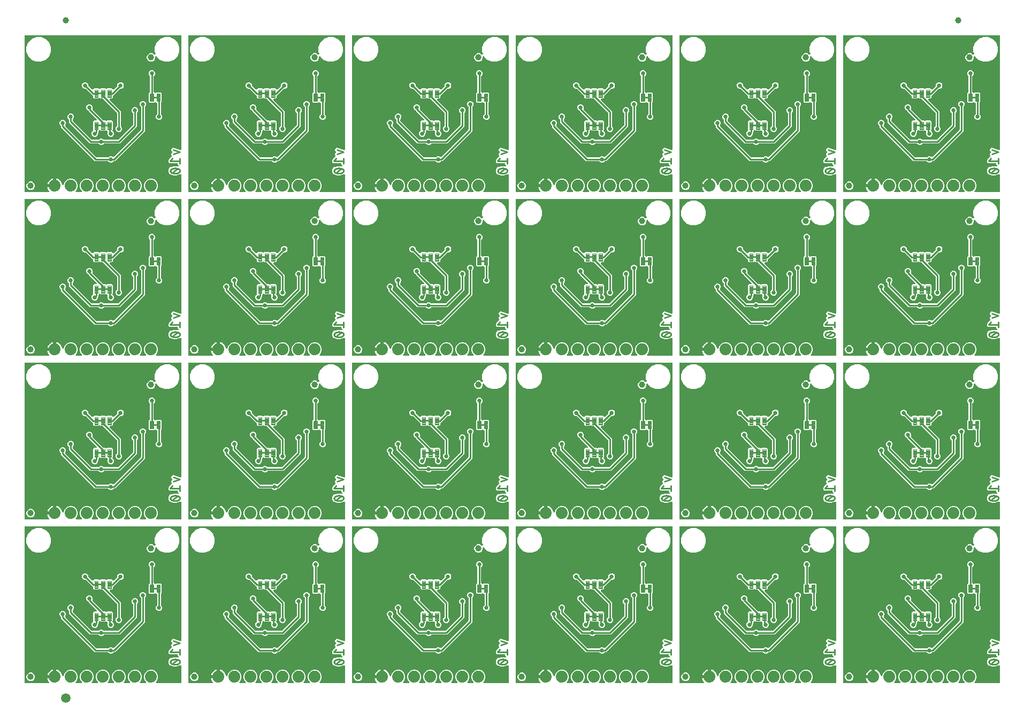
<source format=gbl>
G04 EAGLE Gerber RS-274X export*
G75*
%MOMM*%
%FSLAX34Y34*%
%LPD*%
%INBottom Copper*%
%IPPOS*%
%AMOC8*
5,1,8,0,0,1.08239X$1,22.5*%
G01*
%ADD10C,0.279400*%
%ADD11C,1.000000*%
%ADD12C,1.879600*%
%ADD13C,0.099059*%
%ADD14C,1.500000*%
%ADD15C,0.254000*%
%ADD16C,0.660400*%

G36*
X40896Y2812D02*
X40896Y2812D01*
X41034Y2825D01*
X41053Y2832D01*
X41073Y2835D01*
X41202Y2886D01*
X41333Y2933D01*
X41350Y2944D01*
X41368Y2952D01*
X41481Y3033D01*
X41596Y3112D01*
X41610Y3127D01*
X41626Y3138D01*
X41715Y3246D01*
X41807Y3350D01*
X41816Y3368D01*
X41829Y3383D01*
X41888Y3509D01*
X41951Y3634D01*
X41956Y3653D01*
X41964Y3671D01*
X41990Y3808D01*
X42021Y3944D01*
X42020Y3964D01*
X42024Y3983D01*
X42015Y4122D01*
X42011Y4262D01*
X42005Y4281D01*
X42004Y4301D01*
X41961Y4433D01*
X41922Y4567D01*
X41912Y4584D01*
X41906Y4603D01*
X41831Y4721D01*
X41761Y4841D01*
X41742Y4862D01*
X41736Y4872D01*
X41721Y4886D01*
X41716Y4892D01*
X40589Y6443D01*
X39736Y8117D01*
X39155Y9904D01*
X39115Y10161D01*
X49530Y10161D01*
X49648Y10176D01*
X49767Y10183D01*
X49805Y10196D01*
X49845Y10201D01*
X49956Y10244D01*
X50069Y10281D01*
X50103Y10303D01*
X50141Y10318D01*
X50237Y10388D01*
X50338Y10451D01*
X50366Y10481D01*
X50398Y10504D01*
X50474Y10596D01*
X50556Y10683D01*
X50575Y10718D01*
X50601Y10749D01*
X50652Y10857D01*
X50709Y10961D01*
X50720Y11001D01*
X50737Y11037D01*
X50759Y11154D01*
X50789Y11269D01*
X50793Y11330D01*
X50797Y11350D01*
X50795Y11370D01*
X50799Y11430D01*
X50799Y12701D01*
X52070Y12701D01*
X52188Y12716D01*
X52307Y12723D01*
X52345Y12736D01*
X52385Y12741D01*
X52496Y12785D01*
X52609Y12821D01*
X52644Y12843D01*
X52681Y12858D01*
X52777Y12928D01*
X52878Y12991D01*
X52906Y13021D01*
X52939Y13045D01*
X53014Y13136D01*
X53096Y13223D01*
X53116Y13258D01*
X53141Y13290D01*
X53192Y13397D01*
X53250Y13502D01*
X53260Y13541D01*
X53277Y13577D01*
X53299Y13694D01*
X53329Y13809D01*
X53333Y13870D01*
X53337Y13890D01*
X53335Y13910D01*
X53339Y13970D01*
X53339Y24385D01*
X53596Y24345D01*
X55383Y23764D01*
X57057Y22911D01*
X58578Y21806D01*
X59906Y20478D01*
X61011Y18957D01*
X61864Y17283D01*
X62445Y15496D01*
X62520Y15023D01*
X62555Y14900D01*
X62586Y14774D01*
X62600Y14747D01*
X62608Y14718D01*
X62674Y14607D01*
X62734Y14493D01*
X62755Y14470D01*
X62770Y14444D01*
X62862Y14353D01*
X62948Y14257D01*
X62974Y14241D01*
X62995Y14219D01*
X63106Y14153D01*
X63214Y14082D01*
X63243Y14073D01*
X63269Y14057D01*
X63393Y14021D01*
X63515Y13979D01*
X63545Y13977D01*
X63574Y13968D01*
X63703Y13964D01*
X63832Y13954D01*
X63862Y13959D01*
X63892Y13958D01*
X64018Y13986D01*
X64145Y14008D01*
X64173Y14021D01*
X64202Y14027D01*
X64317Y14086D01*
X64435Y14139D01*
X64459Y14158D01*
X64486Y14171D01*
X64582Y14257D01*
X64684Y14338D01*
X64702Y14362D01*
X64724Y14382D01*
X64797Y14488D01*
X64875Y14592D01*
X64894Y14630D01*
X64903Y14644D01*
X64911Y14665D01*
X64946Y14736D01*
X66725Y19031D01*
X69869Y22175D01*
X73977Y23877D01*
X78423Y23877D01*
X82531Y22175D01*
X85675Y19031D01*
X87377Y14923D01*
X87377Y10477D01*
X85675Y6369D01*
X84268Y4961D01*
X84182Y4852D01*
X84094Y4745D01*
X84085Y4726D01*
X84073Y4710D01*
X84017Y4582D01*
X83958Y4457D01*
X83955Y4437D01*
X83946Y4418D01*
X83925Y4280D01*
X83899Y4144D01*
X83900Y4124D01*
X83897Y4104D01*
X83910Y3965D01*
X83918Y3827D01*
X83925Y3808D01*
X83926Y3788D01*
X83974Y3656D01*
X84016Y3525D01*
X84027Y3507D01*
X84034Y3488D01*
X84112Y3373D01*
X84186Y3256D01*
X84201Y3242D01*
X84213Y3225D01*
X84317Y3133D01*
X84418Y3038D01*
X84436Y3028D01*
X84451Y3015D01*
X84575Y2951D01*
X84697Y2884D01*
X84716Y2879D01*
X84734Y2870D01*
X84870Y2840D01*
X85005Y2805D01*
X85033Y2803D01*
X85045Y2800D01*
X85065Y2801D01*
X85165Y2795D01*
X92635Y2795D01*
X92773Y2812D01*
X92911Y2825D01*
X92930Y2832D01*
X92950Y2835D01*
X93080Y2886D01*
X93210Y2933D01*
X93227Y2944D01*
X93246Y2952D01*
X93358Y3033D01*
X93474Y3111D01*
X93487Y3127D01*
X93503Y3138D01*
X93592Y3246D01*
X93684Y3350D01*
X93693Y3368D01*
X93706Y3383D01*
X93765Y3509D01*
X93829Y3633D01*
X93833Y3653D01*
X93842Y3671D01*
X93868Y3808D01*
X93898Y3943D01*
X93898Y3964D01*
X93901Y3983D01*
X93893Y4122D01*
X93889Y4261D01*
X93883Y4281D01*
X93882Y4301D01*
X93839Y4433D01*
X93800Y4567D01*
X93790Y4584D01*
X93784Y4603D01*
X93709Y4721D01*
X93639Y4841D01*
X93620Y4862D01*
X93614Y4872D01*
X93599Y4886D01*
X93532Y4961D01*
X92125Y6369D01*
X90423Y10477D01*
X90423Y14923D01*
X92125Y19031D01*
X95269Y22175D01*
X99377Y23877D01*
X103823Y23877D01*
X107931Y22175D01*
X111075Y19031D01*
X112777Y14923D01*
X112777Y10477D01*
X111075Y6369D01*
X109668Y4961D01*
X109582Y4852D01*
X109494Y4745D01*
X109485Y4726D01*
X109473Y4710D01*
X109417Y4582D01*
X109358Y4457D01*
X109355Y4437D01*
X109346Y4418D01*
X109325Y4280D01*
X109299Y4144D01*
X109300Y4124D01*
X109297Y4104D01*
X109310Y3965D01*
X109318Y3827D01*
X109325Y3808D01*
X109326Y3788D01*
X109374Y3656D01*
X109416Y3525D01*
X109427Y3507D01*
X109434Y3488D01*
X109512Y3373D01*
X109586Y3256D01*
X109601Y3242D01*
X109613Y3225D01*
X109717Y3133D01*
X109818Y3038D01*
X109836Y3028D01*
X109851Y3015D01*
X109975Y2951D01*
X110097Y2884D01*
X110116Y2879D01*
X110134Y2870D01*
X110270Y2840D01*
X110405Y2805D01*
X110433Y2803D01*
X110445Y2800D01*
X110465Y2801D01*
X110565Y2795D01*
X118035Y2795D01*
X118173Y2812D01*
X118311Y2825D01*
X118330Y2832D01*
X118350Y2835D01*
X118480Y2886D01*
X118610Y2933D01*
X118627Y2944D01*
X118646Y2952D01*
X118758Y3033D01*
X118874Y3111D01*
X118887Y3127D01*
X118903Y3138D01*
X118992Y3246D01*
X119084Y3350D01*
X119093Y3368D01*
X119106Y3383D01*
X119165Y3509D01*
X119229Y3633D01*
X119233Y3653D01*
X119242Y3671D01*
X119268Y3808D01*
X119298Y3943D01*
X119298Y3964D01*
X119301Y3983D01*
X119293Y4122D01*
X119289Y4261D01*
X119283Y4281D01*
X119282Y4301D01*
X119239Y4433D01*
X119200Y4567D01*
X119190Y4584D01*
X119184Y4603D01*
X119109Y4721D01*
X119039Y4841D01*
X119020Y4862D01*
X119014Y4872D01*
X118999Y4886D01*
X118932Y4961D01*
X117525Y6369D01*
X115823Y10477D01*
X115823Y14923D01*
X117525Y19031D01*
X120669Y22175D01*
X124777Y23877D01*
X129223Y23877D01*
X133331Y22175D01*
X136475Y19031D01*
X138177Y14923D01*
X138177Y10477D01*
X136475Y6369D01*
X135068Y4961D01*
X134982Y4852D01*
X134894Y4745D01*
X134885Y4726D01*
X134873Y4710D01*
X134817Y4582D01*
X134758Y4457D01*
X134755Y4437D01*
X134746Y4418D01*
X134725Y4280D01*
X134699Y4144D01*
X134700Y4124D01*
X134697Y4104D01*
X134710Y3965D01*
X134718Y3827D01*
X134725Y3808D01*
X134726Y3788D01*
X134774Y3656D01*
X134816Y3525D01*
X134827Y3507D01*
X134834Y3488D01*
X134912Y3373D01*
X134986Y3256D01*
X135001Y3242D01*
X135013Y3225D01*
X135117Y3133D01*
X135218Y3038D01*
X135236Y3028D01*
X135251Y3015D01*
X135375Y2951D01*
X135497Y2884D01*
X135516Y2879D01*
X135534Y2870D01*
X135670Y2840D01*
X135805Y2805D01*
X135833Y2803D01*
X135845Y2800D01*
X135865Y2801D01*
X135965Y2795D01*
X143435Y2795D01*
X143573Y2812D01*
X143711Y2825D01*
X143730Y2832D01*
X143750Y2835D01*
X143880Y2886D01*
X144010Y2933D01*
X144027Y2944D01*
X144046Y2952D01*
X144158Y3033D01*
X144274Y3111D01*
X144287Y3127D01*
X144303Y3138D01*
X144392Y3246D01*
X144484Y3350D01*
X144493Y3368D01*
X144506Y3383D01*
X144565Y3509D01*
X144629Y3633D01*
X144633Y3653D01*
X144642Y3671D01*
X144668Y3808D01*
X144698Y3943D01*
X144698Y3964D01*
X144701Y3983D01*
X144693Y4122D01*
X144689Y4261D01*
X144683Y4281D01*
X144682Y4301D01*
X144639Y4433D01*
X144600Y4567D01*
X144590Y4584D01*
X144584Y4603D01*
X144509Y4721D01*
X144439Y4841D01*
X144420Y4862D01*
X144414Y4872D01*
X144399Y4886D01*
X144332Y4961D01*
X142925Y6369D01*
X141223Y10477D01*
X141223Y14923D01*
X142925Y19031D01*
X146069Y22175D01*
X150177Y23877D01*
X154623Y23877D01*
X158731Y22175D01*
X161875Y19031D01*
X163577Y14923D01*
X163577Y10477D01*
X161875Y6369D01*
X160468Y4961D01*
X160382Y4852D01*
X160294Y4745D01*
X160285Y4726D01*
X160273Y4710D01*
X160217Y4582D01*
X160158Y4457D01*
X160155Y4437D01*
X160146Y4418D01*
X160125Y4280D01*
X160099Y4144D01*
X160100Y4124D01*
X160097Y4104D01*
X160110Y3965D01*
X160118Y3827D01*
X160125Y3808D01*
X160126Y3788D01*
X160174Y3656D01*
X160216Y3525D01*
X160227Y3507D01*
X160234Y3488D01*
X160312Y3373D01*
X160386Y3256D01*
X160401Y3242D01*
X160413Y3225D01*
X160517Y3133D01*
X160618Y3038D01*
X160636Y3028D01*
X160651Y3015D01*
X160775Y2951D01*
X160897Y2884D01*
X160916Y2879D01*
X160934Y2870D01*
X161070Y2840D01*
X161205Y2805D01*
X161233Y2803D01*
X161245Y2800D01*
X161265Y2801D01*
X161365Y2795D01*
X168835Y2795D01*
X168973Y2812D01*
X169111Y2825D01*
X169130Y2832D01*
X169150Y2835D01*
X169280Y2886D01*
X169410Y2933D01*
X169427Y2944D01*
X169446Y2952D01*
X169558Y3033D01*
X169674Y3111D01*
X169687Y3127D01*
X169703Y3138D01*
X169792Y3246D01*
X169884Y3350D01*
X169893Y3368D01*
X169906Y3383D01*
X169965Y3509D01*
X170029Y3633D01*
X170033Y3653D01*
X170042Y3671D01*
X170068Y3808D01*
X170098Y3943D01*
X170098Y3964D01*
X170101Y3983D01*
X170093Y4122D01*
X170089Y4261D01*
X170083Y4281D01*
X170082Y4301D01*
X170039Y4433D01*
X170000Y4567D01*
X169990Y4584D01*
X169984Y4603D01*
X169909Y4721D01*
X169839Y4841D01*
X169820Y4862D01*
X169814Y4872D01*
X169799Y4886D01*
X169732Y4961D01*
X168325Y6369D01*
X166623Y10477D01*
X166623Y14923D01*
X168325Y19031D01*
X171469Y22175D01*
X175577Y23877D01*
X180023Y23877D01*
X184131Y22175D01*
X187275Y19031D01*
X188977Y14923D01*
X188977Y10477D01*
X187275Y6369D01*
X185868Y4961D01*
X185782Y4852D01*
X185694Y4745D01*
X185685Y4726D01*
X185673Y4710D01*
X185617Y4582D01*
X185558Y4457D01*
X185555Y4437D01*
X185546Y4418D01*
X185525Y4280D01*
X185499Y4144D01*
X185500Y4124D01*
X185497Y4104D01*
X185510Y3965D01*
X185518Y3827D01*
X185525Y3808D01*
X185526Y3788D01*
X185574Y3656D01*
X185616Y3525D01*
X185627Y3507D01*
X185634Y3488D01*
X185712Y3373D01*
X185786Y3256D01*
X185801Y3242D01*
X185813Y3225D01*
X185917Y3133D01*
X186018Y3038D01*
X186036Y3028D01*
X186051Y3015D01*
X186175Y2951D01*
X186297Y2884D01*
X186316Y2879D01*
X186334Y2870D01*
X186470Y2840D01*
X186605Y2805D01*
X186633Y2803D01*
X186645Y2800D01*
X186665Y2801D01*
X186765Y2795D01*
X194235Y2795D01*
X194373Y2812D01*
X194511Y2825D01*
X194530Y2832D01*
X194550Y2835D01*
X194680Y2886D01*
X194810Y2933D01*
X194827Y2944D01*
X194846Y2952D01*
X194958Y3033D01*
X195074Y3111D01*
X195087Y3127D01*
X195103Y3138D01*
X195192Y3246D01*
X195284Y3350D01*
X195293Y3368D01*
X195306Y3383D01*
X195365Y3509D01*
X195429Y3633D01*
X195433Y3653D01*
X195442Y3671D01*
X195468Y3808D01*
X195498Y3943D01*
X195498Y3964D01*
X195501Y3983D01*
X195493Y4122D01*
X195489Y4261D01*
X195483Y4281D01*
X195482Y4301D01*
X195439Y4433D01*
X195400Y4567D01*
X195390Y4584D01*
X195384Y4603D01*
X195309Y4721D01*
X195239Y4841D01*
X195220Y4862D01*
X195214Y4872D01*
X195199Y4886D01*
X195132Y4961D01*
X193725Y6369D01*
X192023Y10477D01*
X192023Y14923D01*
X193725Y19031D01*
X196869Y22175D01*
X200977Y23877D01*
X205423Y23877D01*
X209531Y22175D01*
X212675Y19031D01*
X214377Y14923D01*
X214377Y10477D01*
X212675Y6369D01*
X211268Y4961D01*
X211182Y4852D01*
X211094Y4745D01*
X211085Y4726D01*
X211073Y4710D01*
X211017Y4582D01*
X210958Y4457D01*
X210955Y4437D01*
X210946Y4418D01*
X210925Y4280D01*
X210899Y4144D01*
X210900Y4124D01*
X210897Y4104D01*
X210910Y3965D01*
X210918Y3827D01*
X210925Y3808D01*
X210926Y3788D01*
X210974Y3656D01*
X211016Y3525D01*
X211027Y3507D01*
X211034Y3488D01*
X211112Y3373D01*
X211186Y3256D01*
X211201Y3242D01*
X211213Y3225D01*
X211317Y3133D01*
X211418Y3038D01*
X211436Y3028D01*
X211451Y3015D01*
X211575Y2951D01*
X211697Y2884D01*
X211716Y2879D01*
X211734Y2870D01*
X211870Y2840D01*
X212005Y2805D01*
X212033Y2803D01*
X212045Y2800D01*
X212065Y2801D01*
X212165Y2795D01*
X249936Y2795D01*
X250054Y2810D01*
X250173Y2817D01*
X250211Y2830D01*
X250252Y2835D01*
X250362Y2878D01*
X250475Y2915D01*
X250510Y2937D01*
X250547Y2952D01*
X250643Y3021D01*
X250744Y3085D01*
X250772Y3115D01*
X250805Y3138D01*
X250881Y3230D01*
X250962Y3317D01*
X250982Y3352D01*
X251007Y3383D01*
X251058Y3491D01*
X251116Y3595D01*
X251126Y3635D01*
X251143Y3671D01*
X251165Y3788D01*
X251195Y3903D01*
X251199Y3963D01*
X251203Y3983D01*
X251201Y4004D01*
X251205Y4064D01*
X251205Y29859D01*
X251204Y29869D01*
X251205Y29879D01*
X251184Y30026D01*
X251165Y30175D01*
X251162Y30184D01*
X251160Y30194D01*
X251103Y30331D01*
X251048Y30470D01*
X251043Y30479D01*
X251039Y30488D01*
X250949Y30607D01*
X250862Y30728D01*
X250854Y30734D01*
X250848Y30742D01*
X250732Y30835D01*
X250617Y30931D01*
X250607Y30935D01*
X250600Y30941D01*
X250464Y31003D01*
X250329Y31066D01*
X250319Y31068D01*
X250310Y31072D01*
X250162Y31098D01*
X250017Y31126D01*
X250007Y31125D01*
X249997Y31127D01*
X249847Y31115D01*
X249699Y31106D01*
X249690Y31103D01*
X249680Y31102D01*
X249524Y31060D01*
X248001Y30537D01*
X247997Y30536D01*
X247856Y30478D01*
X246514Y29823D01*
X243068Y29028D01*
X239532Y29028D01*
X236086Y29823D01*
X235926Y29901D01*
X235796Y29946D01*
X235669Y29994D01*
X235638Y29999D01*
X235625Y30004D01*
X235604Y30005D01*
X235510Y30022D01*
X235472Y30026D01*
X235391Y30095D01*
X235306Y30178D01*
X235271Y30198D01*
X235239Y30225D01*
X235100Y30304D01*
X234748Y30476D01*
X234747Y30476D01*
X234743Y30478D01*
X234739Y30479D01*
X234599Y30538D01*
X232962Y31099D01*
X230631Y34362D01*
X230631Y38372D01*
X232962Y41634D01*
X234599Y42196D01*
X234603Y42198D01*
X234743Y42255D01*
X236086Y42910D01*
X239532Y43705D01*
X243068Y43705D01*
X245729Y43091D01*
X245852Y43079D01*
X245974Y43059D01*
X246009Y43063D01*
X246045Y43059D01*
X246167Y43078D01*
X246290Y43089D01*
X246324Y43101D01*
X246359Y43107D01*
X246473Y43155D01*
X246590Y43197D01*
X246619Y43217D01*
X246652Y43231D01*
X246751Y43306D01*
X246853Y43375D01*
X246877Y43402D01*
X246905Y43424D01*
X246982Y43521D01*
X247063Y43614D01*
X247080Y43646D01*
X247102Y43674D01*
X247152Y43787D01*
X247208Y43897D01*
X247216Y43932D01*
X247230Y43965D01*
X247250Y44087D01*
X247278Y44207D01*
X247276Y44243D01*
X247282Y44278D01*
X247272Y44401D01*
X247268Y44525D01*
X247258Y44560D01*
X247255Y44595D01*
X247214Y44712D01*
X247179Y44831D01*
X247161Y44861D01*
X247149Y44895D01*
X247081Y44998D01*
X247018Y45105D01*
X246983Y45144D01*
X246973Y45160D01*
X246957Y45174D01*
X246912Y45225D01*
X245617Y46520D01*
X245617Y47553D01*
X245602Y47671D01*
X245595Y47790D01*
X245582Y47828D01*
X245577Y47868D01*
X245534Y47979D01*
X245497Y48092D01*
X245475Y48126D01*
X245460Y48164D01*
X245391Y48260D01*
X245327Y48361D01*
X245297Y48389D01*
X245274Y48421D01*
X245182Y48497D01*
X245095Y48579D01*
X245060Y48598D01*
X245029Y48624D01*
X244921Y48675D01*
X244817Y48732D01*
X244777Y48743D01*
X244741Y48760D01*
X244624Y48782D01*
X244509Y48812D01*
X244449Y48816D01*
X244429Y48820D01*
X244408Y48818D01*
X244348Y48822D01*
X234053Y48822D01*
X234039Y48820D01*
X233913Y48814D01*
X232801Y48691D01*
X232770Y48710D01*
X232742Y48718D01*
X232716Y48732D01*
X232590Y48765D01*
X232530Y48783D01*
X231736Y49578D01*
X231724Y49587D01*
X231631Y49672D01*
X230757Y50371D01*
X230748Y50407D01*
X230735Y50432D01*
X230727Y50460D01*
X230661Y50572D01*
X230631Y50628D01*
X230631Y51752D01*
X230629Y51766D01*
X230624Y51892D01*
X230500Y53004D01*
X230519Y53035D01*
X230528Y53063D01*
X230542Y53088D01*
X230556Y53145D01*
X230569Y53172D01*
X230582Y53240D01*
X230593Y53275D01*
X231387Y54069D01*
X231396Y54080D01*
X231481Y54174D01*
X235610Y59335D01*
X235631Y59346D01*
X235700Y59409D01*
X235776Y59465D01*
X235817Y59516D01*
X235866Y59560D01*
X235917Y59639D01*
X235977Y59711D01*
X236005Y59771D01*
X236041Y59826D01*
X236071Y59915D01*
X236110Y60000D01*
X236122Y60065D01*
X236144Y60127D01*
X236151Y60221D01*
X236168Y60313D01*
X236163Y60378D01*
X236169Y60444D01*
X236152Y60536D01*
X236146Y60630D01*
X236117Y60740D01*
X236114Y60757D01*
X236110Y60766D01*
X236105Y60786D01*
X235374Y62979D01*
X236633Y65498D01*
X236643Y65526D01*
X236658Y65552D01*
X236696Y65676D01*
X236739Y65798D01*
X236741Y65828D01*
X236750Y65857D01*
X236755Y65986D01*
X236766Y66115D01*
X236761Y66144D01*
X236762Y66174D01*
X236735Y66301D01*
X236714Y66429D01*
X236702Y66456D01*
X236696Y66485D01*
X236633Y66634D01*
X235374Y69152D01*
X236206Y71648D01*
X238559Y72825D01*
X248392Y69547D01*
X248401Y69545D01*
X248409Y69542D01*
X248556Y69514D01*
X248704Y69485D01*
X248713Y69486D01*
X248722Y69484D01*
X248871Y69494D01*
X249021Y69503D01*
X249368Y69329D01*
X249458Y69297D01*
X249543Y69257D01*
X249607Y69245D01*
X249668Y69223D01*
X249763Y69215D01*
X249856Y69197D01*
X249920Y69201D01*
X249985Y69196D01*
X250078Y69211D01*
X250173Y69217D01*
X250235Y69237D01*
X250299Y69248D01*
X250385Y69286D01*
X250475Y69315D01*
X250530Y69350D01*
X250590Y69376D01*
X250664Y69435D01*
X250744Y69485D01*
X250789Y69533D01*
X250840Y69573D01*
X250897Y69648D01*
X250962Y69717D01*
X250993Y69774D01*
X251033Y69825D01*
X251070Y69913D01*
X251116Y69995D01*
X251132Y70058D01*
X251157Y70118D01*
X251171Y70212D01*
X251195Y70303D01*
X251202Y70414D01*
X251205Y70433D01*
X251204Y70442D01*
X251205Y70464D01*
X251205Y249936D01*
X251190Y250054D01*
X251183Y250173D01*
X251170Y250211D01*
X251165Y250252D01*
X251122Y250362D01*
X251085Y250475D01*
X251063Y250510D01*
X251048Y250547D01*
X250979Y250643D01*
X250915Y250744D01*
X250885Y250772D01*
X250862Y250805D01*
X250770Y250881D01*
X250683Y250962D01*
X250648Y250982D01*
X250617Y251007D01*
X250509Y251058D01*
X250405Y251116D01*
X250365Y251126D01*
X250329Y251143D01*
X250212Y251165D01*
X250097Y251195D01*
X250037Y251199D01*
X250017Y251203D01*
X249996Y251201D01*
X249936Y251205D01*
X4064Y251205D01*
X3946Y251190D01*
X3827Y251183D01*
X3789Y251170D01*
X3748Y251165D01*
X3638Y251122D01*
X3525Y251085D01*
X3490Y251063D01*
X3453Y251048D01*
X3357Y250979D01*
X3256Y250915D01*
X3228Y250885D01*
X3195Y250862D01*
X3119Y250770D01*
X3038Y250683D01*
X3018Y250648D01*
X2993Y250617D01*
X2942Y250509D01*
X2884Y250405D01*
X2874Y250365D01*
X2857Y250329D01*
X2835Y250212D01*
X2805Y250097D01*
X2801Y250037D01*
X2797Y250017D01*
X2799Y249996D01*
X2795Y249936D01*
X2795Y4064D01*
X2810Y3946D01*
X2817Y3827D01*
X2830Y3789D01*
X2835Y3748D01*
X2878Y3638D01*
X2915Y3525D01*
X2937Y3490D01*
X2952Y3453D01*
X3021Y3357D01*
X3085Y3256D01*
X3115Y3228D01*
X3138Y3195D01*
X3230Y3119D01*
X3317Y3038D01*
X3352Y3018D01*
X3383Y2993D01*
X3491Y2942D01*
X3595Y2884D01*
X3635Y2874D01*
X3671Y2857D01*
X3788Y2835D01*
X3903Y2805D01*
X3963Y2801D01*
X3983Y2797D01*
X4004Y2799D01*
X4064Y2795D01*
X40757Y2795D01*
X40896Y2812D01*
G37*
G36*
X1336296Y780052D02*
X1336296Y780052D01*
X1336434Y780065D01*
X1336453Y780072D01*
X1336473Y780075D01*
X1336602Y780126D01*
X1336733Y780173D01*
X1336750Y780184D01*
X1336768Y780192D01*
X1336881Y780273D01*
X1336996Y780352D01*
X1337010Y780367D01*
X1337026Y780378D01*
X1337115Y780486D01*
X1337207Y780590D01*
X1337216Y780608D01*
X1337229Y780623D01*
X1337288Y780749D01*
X1337351Y780874D01*
X1337356Y780893D01*
X1337364Y780911D01*
X1337390Y781048D01*
X1337421Y781184D01*
X1337420Y781204D01*
X1337424Y781223D01*
X1337415Y781362D01*
X1337411Y781502D01*
X1337405Y781521D01*
X1337404Y781541D01*
X1337361Y781673D01*
X1337322Y781807D01*
X1337312Y781824D01*
X1337306Y781843D01*
X1337231Y781961D01*
X1337161Y782081D01*
X1337142Y782102D01*
X1337136Y782112D01*
X1337121Y782126D01*
X1337116Y782132D01*
X1335989Y783683D01*
X1335136Y785357D01*
X1334555Y787144D01*
X1334515Y787401D01*
X1344930Y787401D01*
X1345048Y787416D01*
X1345167Y787423D01*
X1345205Y787436D01*
X1345245Y787441D01*
X1345356Y787484D01*
X1345469Y787521D01*
X1345503Y787543D01*
X1345541Y787558D01*
X1345637Y787628D01*
X1345738Y787691D01*
X1345766Y787721D01*
X1345798Y787744D01*
X1345874Y787836D01*
X1345956Y787923D01*
X1345975Y787958D01*
X1346001Y787989D01*
X1346052Y788097D01*
X1346109Y788201D01*
X1346120Y788241D01*
X1346137Y788277D01*
X1346159Y788394D01*
X1346189Y788509D01*
X1346193Y788570D01*
X1346197Y788590D01*
X1346195Y788610D01*
X1346199Y788670D01*
X1346199Y789941D01*
X1347470Y789941D01*
X1347588Y789956D01*
X1347707Y789963D01*
X1347745Y789976D01*
X1347785Y789981D01*
X1347896Y790025D01*
X1348009Y790061D01*
X1348044Y790083D01*
X1348081Y790098D01*
X1348177Y790168D01*
X1348278Y790231D01*
X1348306Y790261D01*
X1348339Y790285D01*
X1348414Y790376D01*
X1348496Y790463D01*
X1348516Y790498D01*
X1348541Y790530D01*
X1348592Y790637D01*
X1348650Y790742D01*
X1348660Y790781D01*
X1348677Y790817D01*
X1348699Y790934D01*
X1348729Y791049D01*
X1348733Y791110D01*
X1348737Y791130D01*
X1348735Y791150D01*
X1348739Y791210D01*
X1348739Y801625D01*
X1348996Y801585D01*
X1350783Y801004D01*
X1352457Y800151D01*
X1353978Y799046D01*
X1355306Y797718D01*
X1356411Y796197D01*
X1357264Y794523D01*
X1357845Y792736D01*
X1357920Y792263D01*
X1357955Y792140D01*
X1357986Y792014D01*
X1358000Y791987D01*
X1358008Y791958D01*
X1358074Y791847D01*
X1358134Y791733D01*
X1358155Y791710D01*
X1358170Y791684D01*
X1358262Y791593D01*
X1358348Y791497D01*
X1358374Y791481D01*
X1358395Y791459D01*
X1358506Y791393D01*
X1358614Y791322D01*
X1358643Y791313D01*
X1358669Y791297D01*
X1358793Y791261D01*
X1358915Y791219D01*
X1358945Y791217D01*
X1358974Y791208D01*
X1359103Y791204D01*
X1359232Y791194D01*
X1359262Y791199D01*
X1359292Y791198D01*
X1359418Y791226D01*
X1359545Y791248D01*
X1359573Y791261D01*
X1359602Y791267D01*
X1359717Y791326D01*
X1359835Y791379D01*
X1359859Y791398D01*
X1359886Y791411D01*
X1359982Y791497D01*
X1360084Y791578D01*
X1360102Y791602D01*
X1360124Y791622D01*
X1360197Y791728D01*
X1360275Y791832D01*
X1360294Y791870D01*
X1360303Y791884D01*
X1360311Y791905D01*
X1360346Y791976D01*
X1362125Y796271D01*
X1365269Y799415D01*
X1369377Y801117D01*
X1373823Y801117D01*
X1377931Y799415D01*
X1381075Y796271D01*
X1382777Y792163D01*
X1382777Y787717D01*
X1381075Y783609D01*
X1379668Y782201D01*
X1379582Y782092D01*
X1379494Y781985D01*
X1379485Y781966D01*
X1379473Y781950D01*
X1379417Y781822D01*
X1379358Y781697D01*
X1379355Y781677D01*
X1379346Y781658D01*
X1379325Y781520D01*
X1379299Y781384D01*
X1379300Y781364D01*
X1379297Y781344D01*
X1379310Y781205D01*
X1379318Y781067D01*
X1379325Y781048D01*
X1379326Y781028D01*
X1379374Y780896D01*
X1379416Y780765D01*
X1379427Y780747D01*
X1379434Y780728D01*
X1379512Y780613D01*
X1379586Y780496D01*
X1379601Y780482D01*
X1379613Y780465D01*
X1379717Y780373D01*
X1379818Y780278D01*
X1379836Y780268D01*
X1379851Y780255D01*
X1379975Y780191D01*
X1380097Y780124D01*
X1380116Y780119D01*
X1380134Y780110D01*
X1380270Y780080D01*
X1380405Y780045D01*
X1380433Y780043D01*
X1380445Y780040D01*
X1380465Y780041D01*
X1380565Y780035D01*
X1388035Y780035D01*
X1388173Y780052D01*
X1388311Y780065D01*
X1388330Y780072D01*
X1388350Y780075D01*
X1388480Y780126D01*
X1388610Y780173D01*
X1388627Y780184D01*
X1388646Y780192D01*
X1388758Y780273D01*
X1388874Y780351D01*
X1388887Y780367D01*
X1388903Y780378D01*
X1388992Y780486D01*
X1389084Y780590D01*
X1389093Y780608D01*
X1389106Y780623D01*
X1389165Y780749D01*
X1389229Y780873D01*
X1389233Y780893D01*
X1389242Y780911D01*
X1389268Y781048D01*
X1389298Y781183D01*
X1389298Y781204D01*
X1389301Y781223D01*
X1389293Y781362D01*
X1389289Y781501D01*
X1389283Y781521D01*
X1389282Y781541D01*
X1389239Y781673D01*
X1389200Y781807D01*
X1389190Y781824D01*
X1389184Y781843D01*
X1389109Y781961D01*
X1389039Y782081D01*
X1389020Y782102D01*
X1389014Y782112D01*
X1388999Y782126D01*
X1388932Y782201D01*
X1387525Y783609D01*
X1385823Y787717D01*
X1385823Y792163D01*
X1387525Y796271D01*
X1390669Y799415D01*
X1394777Y801117D01*
X1399223Y801117D01*
X1403331Y799415D01*
X1406475Y796271D01*
X1408177Y792163D01*
X1408177Y787717D01*
X1406475Y783609D01*
X1405068Y782201D01*
X1404982Y782092D01*
X1404894Y781985D01*
X1404885Y781966D01*
X1404873Y781950D01*
X1404817Y781822D01*
X1404758Y781697D01*
X1404755Y781677D01*
X1404746Y781658D01*
X1404725Y781520D01*
X1404699Y781384D01*
X1404700Y781364D01*
X1404697Y781344D01*
X1404710Y781205D01*
X1404718Y781067D01*
X1404725Y781048D01*
X1404726Y781028D01*
X1404774Y780896D01*
X1404816Y780765D01*
X1404827Y780747D01*
X1404834Y780728D01*
X1404912Y780613D01*
X1404986Y780496D01*
X1405001Y780482D01*
X1405013Y780465D01*
X1405117Y780373D01*
X1405218Y780278D01*
X1405236Y780268D01*
X1405251Y780255D01*
X1405375Y780191D01*
X1405497Y780124D01*
X1405516Y780119D01*
X1405534Y780110D01*
X1405670Y780080D01*
X1405805Y780045D01*
X1405833Y780043D01*
X1405845Y780040D01*
X1405865Y780041D01*
X1405965Y780035D01*
X1413435Y780035D01*
X1413573Y780052D01*
X1413711Y780065D01*
X1413730Y780072D01*
X1413750Y780075D01*
X1413880Y780126D01*
X1414010Y780173D01*
X1414027Y780184D01*
X1414046Y780192D01*
X1414158Y780273D01*
X1414274Y780351D01*
X1414287Y780367D01*
X1414303Y780378D01*
X1414392Y780486D01*
X1414484Y780590D01*
X1414493Y780608D01*
X1414506Y780623D01*
X1414565Y780749D01*
X1414629Y780873D01*
X1414633Y780893D01*
X1414642Y780911D01*
X1414668Y781048D01*
X1414698Y781183D01*
X1414698Y781204D01*
X1414701Y781223D01*
X1414693Y781362D01*
X1414689Y781501D01*
X1414683Y781521D01*
X1414682Y781541D01*
X1414639Y781673D01*
X1414600Y781807D01*
X1414590Y781824D01*
X1414584Y781843D01*
X1414509Y781961D01*
X1414439Y782081D01*
X1414420Y782102D01*
X1414414Y782112D01*
X1414399Y782126D01*
X1414332Y782201D01*
X1412925Y783609D01*
X1411223Y787717D01*
X1411223Y792163D01*
X1412925Y796271D01*
X1416069Y799415D01*
X1420177Y801117D01*
X1424623Y801117D01*
X1428731Y799415D01*
X1431875Y796271D01*
X1433577Y792163D01*
X1433577Y787717D01*
X1431875Y783609D01*
X1430468Y782201D01*
X1430382Y782092D01*
X1430294Y781985D01*
X1430285Y781966D01*
X1430273Y781950D01*
X1430217Y781822D01*
X1430158Y781697D01*
X1430155Y781677D01*
X1430146Y781658D01*
X1430125Y781520D01*
X1430099Y781384D01*
X1430100Y781364D01*
X1430097Y781344D01*
X1430110Y781205D01*
X1430118Y781067D01*
X1430125Y781048D01*
X1430126Y781028D01*
X1430174Y780896D01*
X1430216Y780765D01*
X1430227Y780747D01*
X1430234Y780728D01*
X1430312Y780613D01*
X1430386Y780496D01*
X1430401Y780482D01*
X1430413Y780465D01*
X1430517Y780373D01*
X1430618Y780278D01*
X1430636Y780268D01*
X1430651Y780255D01*
X1430775Y780191D01*
X1430897Y780124D01*
X1430916Y780119D01*
X1430934Y780110D01*
X1431070Y780080D01*
X1431205Y780045D01*
X1431233Y780043D01*
X1431245Y780040D01*
X1431265Y780041D01*
X1431365Y780035D01*
X1438835Y780035D01*
X1438973Y780052D01*
X1439111Y780065D01*
X1439130Y780072D01*
X1439150Y780075D01*
X1439280Y780126D01*
X1439410Y780173D01*
X1439427Y780184D01*
X1439446Y780192D01*
X1439558Y780273D01*
X1439674Y780351D01*
X1439687Y780367D01*
X1439703Y780378D01*
X1439792Y780486D01*
X1439884Y780590D01*
X1439893Y780608D01*
X1439906Y780623D01*
X1439965Y780749D01*
X1440029Y780873D01*
X1440033Y780893D01*
X1440042Y780911D01*
X1440068Y781048D01*
X1440098Y781183D01*
X1440098Y781204D01*
X1440101Y781223D01*
X1440093Y781362D01*
X1440089Y781501D01*
X1440083Y781521D01*
X1440082Y781541D01*
X1440039Y781673D01*
X1440000Y781807D01*
X1439990Y781824D01*
X1439984Y781843D01*
X1439909Y781961D01*
X1439839Y782081D01*
X1439820Y782102D01*
X1439814Y782112D01*
X1439799Y782126D01*
X1439732Y782201D01*
X1438325Y783609D01*
X1436623Y787717D01*
X1436623Y792163D01*
X1438325Y796271D01*
X1441469Y799415D01*
X1445577Y801117D01*
X1450023Y801117D01*
X1454131Y799415D01*
X1457275Y796271D01*
X1458977Y792163D01*
X1458977Y787717D01*
X1457275Y783609D01*
X1455868Y782201D01*
X1455782Y782092D01*
X1455694Y781985D01*
X1455685Y781966D01*
X1455673Y781950D01*
X1455617Y781822D01*
X1455558Y781697D01*
X1455555Y781677D01*
X1455546Y781658D01*
X1455525Y781520D01*
X1455499Y781384D01*
X1455500Y781364D01*
X1455497Y781344D01*
X1455510Y781205D01*
X1455518Y781067D01*
X1455525Y781048D01*
X1455526Y781028D01*
X1455574Y780896D01*
X1455616Y780765D01*
X1455627Y780747D01*
X1455634Y780728D01*
X1455712Y780613D01*
X1455786Y780496D01*
X1455801Y780482D01*
X1455813Y780465D01*
X1455917Y780373D01*
X1456018Y780278D01*
X1456036Y780268D01*
X1456051Y780255D01*
X1456175Y780191D01*
X1456297Y780124D01*
X1456316Y780119D01*
X1456334Y780110D01*
X1456470Y780080D01*
X1456605Y780045D01*
X1456633Y780043D01*
X1456645Y780040D01*
X1456665Y780041D01*
X1456765Y780035D01*
X1464235Y780035D01*
X1464373Y780052D01*
X1464511Y780065D01*
X1464530Y780072D01*
X1464550Y780075D01*
X1464680Y780126D01*
X1464810Y780173D01*
X1464827Y780184D01*
X1464846Y780192D01*
X1464958Y780273D01*
X1465074Y780351D01*
X1465087Y780367D01*
X1465103Y780378D01*
X1465192Y780486D01*
X1465284Y780590D01*
X1465293Y780608D01*
X1465306Y780623D01*
X1465365Y780749D01*
X1465429Y780873D01*
X1465433Y780893D01*
X1465442Y780911D01*
X1465468Y781048D01*
X1465498Y781183D01*
X1465498Y781204D01*
X1465501Y781223D01*
X1465493Y781362D01*
X1465489Y781501D01*
X1465483Y781521D01*
X1465482Y781541D01*
X1465439Y781673D01*
X1465400Y781807D01*
X1465390Y781824D01*
X1465384Y781843D01*
X1465309Y781961D01*
X1465239Y782081D01*
X1465220Y782102D01*
X1465214Y782112D01*
X1465199Y782126D01*
X1465132Y782201D01*
X1463725Y783609D01*
X1462023Y787717D01*
X1462023Y792163D01*
X1463725Y796271D01*
X1466869Y799415D01*
X1470977Y801117D01*
X1475423Y801117D01*
X1479531Y799415D01*
X1482675Y796271D01*
X1484377Y792163D01*
X1484377Y787717D01*
X1482675Y783609D01*
X1481268Y782201D01*
X1481182Y782092D01*
X1481094Y781985D01*
X1481085Y781966D01*
X1481073Y781950D01*
X1481017Y781822D01*
X1480958Y781697D01*
X1480955Y781677D01*
X1480946Y781658D01*
X1480925Y781520D01*
X1480899Y781384D01*
X1480900Y781364D01*
X1480897Y781344D01*
X1480910Y781205D01*
X1480918Y781067D01*
X1480925Y781048D01*
X1480926Y781028D01*
X1480974Y780896D01*
X1481016Y780765D01*
X1481027Y780747D01*
X1481034Y780728D01*
X1481112Y780613D01*
X1481186Y780496D01*
X1481201Y780482D01*
X1481213Y780465D01*
X1481317Y780373D01*
X1481418Y780278D01*
X1481436Y780268D01*
X1481451Y780255D01*
X1481575Y780191D01*
X1481697Y780124D01*
X1481716Y780119D01*
X1481734Y780110D01*
X1481870Y780080D01*
X1482005Y780045D01*
X1482033Y780043D01*
X1482045Y780040D01*
X1482065Y780041D01*
X1482165Y780035D01*
X1489635Y780035D01*
X1489773Y780052D01*
X1489911Y780065D01*
X1489930Y780072D01*
X1489950Y780075D01*
X1490080Y780126D01*
X1490210Y780173D01*
X1490227Y780184D01*
X1490246Y780192D01*
X1490358Y780273D01*
X1490474Y780351D01*
X1490487Y780367D01*
X1490503Y780378D01*
X1490592Y780486D01*
X1490684Y780590D01*
X1490693Y780608D01*
X1490706Y780623D01*
X1490765Y780749D01*
X1490829Y780873D01*
X1490833Y780893D01*
X1490842Y780911D01*
X1490868Y781048D01*
X1490898Y781183D01*
X1490898Y781204D01*
X1490901Y781223D01*
X1490893Y781362D01*
X1490889Y781501D01*
X1490883Y781521D01*
X1490882Y781541D01*
X1490839Y781673D01*
X1490800Y781807D01*
X1490790Y781824D01*
X1490784Y781843D01*
X1490709Y781961D01*
X1490639Y782081D01*
X1490620Y782102D01*
X1490614Y782112D01*
X1490599Y782126D01*
X1490532Y782201D01*
X1489125Y783609D01*
X1487423Y787717D01*
X1487423Y792163D01*
X1489125Y796271D01*
X1492269Y799415D01*
X1496377Y801117D01*
X1500823Y801117D01*
X1504931Y799415D01*
X1508075Y796271D01*
X1509777Y792163D01*
X1509777Y787717D01*
X1508075Y783609D01*
X1506668Y782201D01*
X1506582Y782092D01*
X1506494Y781985D01*
X1506485Y781966D01*
X1506473Y781950D01*
X1506417Y781822D01*
X1506358Y781697D01*
X1506355Y781677D01*
X1506346Y781658D01*
X1506325Y781520D01*
X1506299Y781384D01*
X1506300Y781364D01*
X1506297Y781344D01*
X1506310Y781205D01*
X1506318Y781067D01*
X1506325Y781048D01*
X1506326Y781028D01*
X1506374Y780896D01*
X1506416Y780765D01*
X1506427Y780747D01*
X1506434Y780728D01*
X1506512Y780613D01*
X1506586Y780496D01*
X1506601Y780482D01*
X1506613Y780465D01*
X1506717Y780373D01*
X1506818Y780278D01*
X1506836Y780268D01*
X1506851Y780255D01*
X1506975Y780191D01*
X1507097Y780124D01*
X1507116Y780119D01*
X1507134Y780110D01*
X1507270Y780080D01*
X1507405Y780045D01*
X1507433Y780043D01*
X1507445Y780040D01*
X1507465Y780041D01*
X1507565Y780035D01*
X1545336Y780035D01*
X1545454Y780050D01*
X1545573Y780057D01*
X1545611Y780070D01*
X1545652Y780075D01*
X1545762Y780118D01*
X1545875Y780155D01*
X1545910Y780177D01*
X1545947Y780192D01*
X1546043Y780261D01*
X1546144Y780325D01*
X1546172Y780355D01*
X1546205Y780378D01*
X1546281Y780470D01*
X1546362Y780557D01*
X1546382Y780592D01*
X1546407Y780623D01*
X1546458Y780731D01*
X1546516Y780835D01*
X1546526Y780875D01*
X1546543Y780911D01*
X1546565Y781028D01*
X1546595Y781143D01*
X1546599Y781203D01*
X1546603Y781223D01*
X1546601Y781244D01*
X1546605Y781304D01*
X1546605Y807099D01*
X1546604Y807109D01*
X1546605Y807119D01*
X1546584Y807266D01*
X1546565Y807415D01*
X1546562Y807424D01*
X1546560Y807434D01*
X1546503Y807571D01*
X1546448Y807710D01*
X1546443Y807719D01*
X1546439Y807728D01*
X1546349Y807847D01*
X1546262Y807968D01*
X1546254Y807974D01*
X1546248Y807982D01*
X1546132Y808075D01*
X1546017Y808171D01*
X1546007Y808175D01*
X1546000Y808181D01*
X1545864Y808243D01*
X1545729Y808306D01*
X1545719Y808308D01*
X1545710Y808312D01*
X1545562Y808338D01*
X1545417Y808366D01*
X1545407Y808365D01*
X1545397Y808367D01*
X1545247Y808355D01*
X1545099Y808346D01*
X1545090Y808343D01*
X1545080Y808342D01*
X1544924Y808300D01*
X1543401Y807777D01*
X1543397Y807775D01*
X1543256Y807718D01*
X1541914Y807063D01*
X1538468Y806268D01*
X1534932Y806268D01*
X1531486Y807063D01*
X1531326Y807141D01*
X1531196Y807186D01*
X1531069Y807234D01*
X1531038Y807239D01*
X1531025Y807244D01*
X1531004Y807245D01*
X1530910Y807262D01*
X1530872Y807266D01*
X1530791Y807335D01*
X1530706Y807418D01*
X1530671Y807438D01*
X1530639Y807465D01*
X1530500Y807544D01*
X1530148Y807716D01*
X1530147Y807716D01*
X1530143Y807718D01*
X1530139Y807719D01*
X1529999Y807778D01*
X1528362Y808339D01*
X1526031Y811602D01*
X1526031Y815612D01*
X1528362Y818874D01*
X1529999Y819436D01*
X1530003Y819438D01*
X1530143Y819495D01*
X1531486Y820150D01*
X1534932Y820945D01*
X1538468Y820945D01*
X1541129Y820331D01*
X1541252Y820319D01*
X1541374Y820299D01*
X1541409Y820303D01*
X1541445Y820299D01*
X1541567Y820318D01*
X1541690Y820329D01*
X1541724Y820341D01*
X1541759Y820347D01*
X1541873Y820395D01*
X1541990Y820437D01*
X1542019Y820457D01*
X1542052Y820471D01*
X1542151Y820546D01*
X1542253Y820615D01*
X1542277Y820642D01*
X1542305Y820664D01*
X1542382Y820761D01*
X1542463Y820854D01*
X1542480Y820886D01*
X1542502Y820914D01*
X1542552Y821027D01*
X1542608Y821137D01*
X1542616Y821172D01*
X1542630Y821205D01*
X1542650Y821327D01*
X1542678Y821447D01*
X1542676Y821483D01*
X1542682Y821518D01*
X1542672Y821641D01*
X1542668Y821765D01*
X1542658Y821800D01*
X1542655Y821835D01*
X1542614Y821952D01*
X1542579Y822071D01*
X1542561Y822101D01*
X1542549Y822135D01*
X1542481Y822238D01*
X1542418Y822345D01*
X1542383Y822384D01*
X1542373Y822400D01*
X1542357Y822414D01*
X1542312Y822465D01*
X1541017Y823760D01*
X1541017Y824793D01*
X1541002Y824911D01*
X1540995Y825030D01*
X1540982Y825068D01*
X1540977Y825108D01*
X1540934Y825219D01*
X1540897Y825332D01*
X1540875Y825366D01*
X1540860Y825404D01*
X1540791Y825500D01*
X1540727Y825601D01*
X1540697Y825629D01*
X1540674Y825661D01*
X1540582Y825737D01*
X1540495Y825819D01*
X1540460Y825838D01*
X1540429Y825864D01*
X1540321Y825915D01*
X1540217Y825972D01*
X1540177Y825983D01*
X1540141Y826000D01*
X1540024Y826022D01*
X1539909Y826052D01*
X1539849Y826056D01*
X1539829Y826060D01*
X1539808Y826058D01*
X1539748Y826062D01*
X1529453Y826062D01*
X1529439Y826060D01*
X1529313Y826054D01*
X1528201Y825931D01*
X1528170Y825950D01*
X1528142Y825958D01*
X1528116Y825972D01*
X1527990Y826005D01*
X1527930Y826023D01*
X1527136Y826818D01*
X1527124Y826827D01*
X1527031Y826912D01*
X1526157Y827611D01*
X1526148Y827647D01*
X1526135Y827672D01*
X1526127Y827700D01*
X1526061Y827812D01*
X1526031Y827868D01*
X1526031Y828992D01*
X1526029Y829006D01*
X1526024Y829132D01*
X1525900Y830244D01*
X1525919Y830275D01*
X1525928Y830303D01*
X1525942Y830328D01*
X1525956Y830385D01*
X1525969Y830412D01*
X1525982Y830480D01*
X1525993Y830515D01*
X1526787Y831309D01*
X1526796Y831320D01*
X1526881Y831414D01*
X1531010Y836575D01*
X1531031Y836586D01*
X1531100Y836649D01*
X1531176Y836705D01*
X1531217Y836756D01*
X1531266Y836800D01*
X1531317Y836879D01*
X1531377Y836951D01*
X1531405Y837011D01*
X1531441Y837066D01*
X1531471Y837155D01*
X1531510Y837240D01*
X1531522Y837305D01*
X1531544Y837367D01*
X1531551Y837461D01*
X1531568Y837553D01*
X1531563Y837618D01*
X1531569Y837684D01*
X1531552Y837776D01*
X1531546Y837870D01*
X1531517Y837980D01*
X1531514Y837997D01*
X1531510Y838006D01*
X1531505Y838026D01*
X1530774Y840219D01*
X1532033Y842738D01*
X1532043Y842766D01*
X1532058Y842792D01*
X1532096Y842916D01*
X1532139Y843038D01*
X1532141Y843068D01*
X1532150Y843097D01*
X1532155Y843226D01*
X1532166Y843355D01*
X1532161Y843384D01*
X1532162Y843414D01*
X1532135Y843541D01*
X1532114Y843669D01*
X1532102Y843696D01*
X1532096Y843725D01*
X1532033Y843874D01*
X1530774Y846392D01*
X1531606Y848888D01*
X1533959Y850065D01*
X1543792Y846787D01*
X1543801Y846785D01*
X1543809Y846782D01*
X1543956Y846754D01*
X1544104Y846725D01*
X1544113Y846726D01*
X1544122Y846724D01*
X1544271Y846734D01*
X1544421Y846743D01*
X1544768Y846569D01*
X1544858Y846537D01*
X1544943Y846497D01*
X1545007Y846485D01*
X1545068Y846463D01*
X1545163Y846455D01*
X1545256Y846437D01*
X1545320Y846441D01*
X1545385Y846436D01*
X1545478Y846451D01*
X1545573Y846457D01*
X1545635Y846477D01*
X1545699Y846488D01*
X1545785Y846526D01*
X1545875Y846555D01*
X1545930Y846590D01*
X1545990Y846616D01*
X1546064Y846675D01*
X1546144Y846725D01*
X1546189Y846773D01*
X1546240Y846813D01*
X1546297Y846888D01*
X1546362Y846957D01*
X1546393Y847014D01*
X1546433Y847065D01*
X1546470Y847153D01*
X1546516Y847235D01*
X1546532Y847298D01*
X1546557Y847358D01*
X1546571Y847452D01*
X1546595Y847543D01*
X1546602Y847654D01*
X1546605Y847673D01*
X1546604Y847682D01*
X1546605Y847704D01*
X1546605Y1027176D01*
X1546590Y1027294D01*
X1546583Y1027413D01*
X1546570Y1027451D01*
X1546565Y1027492D01*
X1546522Y1027602D01*
X1546485Y1027715D01*
X1546463Y1027750D01*
X1546448Y1027787D01*
X1546379Y1027883D01*
X1546315Y1027984D01*
X1546285Y1028012D01*
X1546262Y1028045D01*
X1546170Y1028121D01*
X1546083Y1028202D01*
X1546048Y1028222D01*
X1546017Y1028247D01*
X1545909Y1028298D01*
X1545805Y1028356D01*
X1545765Y1028366D01*
X1545729Y1028383D01*
X1545612Y1028405D01*
X1545497Y1028435D01*
X1545437Y1028439D01*
X1545417Y1028443D01*
X1545396Y1028441D01*
X1545336Y1028445D01*
X1299464Y1028445D01*
X1299346Y1028430D01*
X1299227Y1028423D01*
X1299189Y1028410D01*
X1299148Y1028405D01*
X1299038Y1028362D01*
X1298925Y1028325D01*
X1298890Y1028303D01*
X1298853Y1028288D01*
X1298757Y1028219D01*
X1298656Y1028155D01*
X1298628Y1028125D01*
X1298595Y1028102D01*
X1298519Y1028010D01*
X1298438Y1027923D01*
X1298418Y1027888D01*
X1298393Y1027857D01*
X1298342Y1027749D01*
X1298284Y1027645D01*
X1298274Y1027605D01*
X1298257Y1027569D01*
X1298235Y1027452D01*
X1298205Y1027337D01*
X1298201Y1027277D01*
X1298197Y1027257D01*
X1298199Y1027236D01*
X1298195Y1027176D01*
X1298195Y781304D01*
X1298210Y781186D01*
X1298217Y781067D01*
X1298230Y781029D01*
X1298235Y780988D01*
X1298278Y780878D01*
X1298315Y780765D01*
X1298337Y780730D01*
X1298352Y780693D01*
X1298421Y780597D01*
X1298485Y780496D01*
X1298515Y780468D01*
X1298538Y780435D01*
X1298630Y780359D01*
X1298717Y780278D01*
X1298752Y780258D01*
X1298783Y780233D01*
X1298891Y780182D01*
X1298995Y780124D01*
X1299035Y780114D01*
X1299071Y780097D01*
X1299188Y780075D01*
X1299303Y780045D01*
X1299363Y780041D01*
X1299383Y780037D01*
X1299404Y780039D01*
X1299464Y780035D01*
X1336157Y780035D01*
X1336296Y780052D01*
G37*
G36*
X818136Y780052D02*
X818136Y780052D01*
X818274Y780065D01*
X818293Y780072D01*
X818313Y780075D01*
X818442Y780126D01*
X818573Y780173D01*
X818590Y780184D01*
X818608Y780192D01*
X818721Y780273D01*
X818836Y780352D01*
X818850Y780367D01*
X818866Y780378D01*
X818955Y780486D01*
X819047Y780590D01*
X819056Y780608D01*
X819069Y780623D01*
X819128Y780749D01*
X819191Y780874D01*
X819196Y780893D01*
X819204Y780911D01*
X819230Y781048D01*
X819261Y781184D01*
X819260Y781204D01*
X819264Y781223D01*
X819255Y781362D01*
X819251Y781502D01*
X819245Y781521D01*
X819244Y781541D01*
X819201Y781673D01*
X819162Y781807D01*
X819152Y781824D01*
X819146Y781843D01*
X819071Y781961D01*
X819001Y782081D01*
X818982Y782102D01*
X818976Y782112D01*
X818961Y782126D01*
X818956Y782132D01*
X817829Y783683D01*
X816976Y785357D01*
X816395Y787144D01*
X816355Y787401D01*
X826770Y787401D01*
X826888Y787416D01*
X827007Y787423D01*
X827045Y787436D01*
X827085Y787441D01*
X827196Y787484D01*
X827309Y787521D01*
X827343Y787543D01*
X827381Y787558D01*
X827477Y787628D01*
X827578Y787691D01*
X827606Y787721D01*
X827638Y787744D01*
X827714Y787836D01*
X827796Y787923D01*
X827815Y787958D01*
X827841Y787989D01*
X827892Y788097D01*
X827949Y788201D01*
X827960Y788241D01*
X827977Y788277D01*
X827999Y788394D01*
X828029Y788509D01*
X828033Y788570D01*
X828037Y788590D01*
X828035Y788610D01*
X828039Y788670D01*
X828039Y789941D01*
X829310Y789941D01*
X829428Y789956D01*
X829547Y789963D01*
X829585Y789976D01*
X829625Y789981D01*
X829736Y790025D01*
X829849Y790061D01*
X829884Y790083D01*
X829921Y790098D01*
X830017Y790168D01*
X830118Y790231D01*
X830146Y790261D01*
X830179Y790285D01*
X830254Y790376D01*
X830336Y790463D01*
X830356Y790498D01*
X830381Y790530D01*
X830432Y790637D01*
X830490Y790742D01*
X830500Y790781D01*
X830517Y790817D01*
X830539Y790934D01*
X830569Y791049D01*
X830573Y791110D01*
X830577Y791130D01*
X830575Y791150D01*
X830579Y791210D01*
X830579Y801625D01*
X830836Y801585D01*
X832623Y801004D01*
X834297Y800151D01*
X835818Y799046D01*
X837146Y797718D01*
X838251Y796197D01*
X839104Y794523D01*
X839685Y792736D01*
X839760Y792263D01*
X839795Y792140D01*
X839826Y792014D01*
X839840Y791987D01*
X839848Y791958D01*
X839914Y791847D01*
X839974Y791733D01*
X839995Y791710D01*
X840010Y791684D01*
X840102Y791593D01*
X840188Y791497D01*
X840214Y791481D01*
X840235Y791459D01*
X840346Y791393D01*
X840454Y791322D01*
X840483Y791313D01*
X840509Y791297D01*
X840633Y791261D01*
X840755Y791219D01*
X840785Y791217D01*
X840814Y791208D01*
X840943Y791204D01*
X841072Y791194D01*
X841102Y791199D01*
X841132Y791198D01*
X841258Y791226D01*
X841385Y791248D01*
X841413Y791261D01*
X841442Y791267D01*
X841557Y791326D01*
X841675Y791379D01*
X841699Y791398D01*
X841726Y791411D01*
X841822Y791497D01*
X841924Y791578D01*
X841942Y791602D01*
X841964Y791622D01*
X842037Y791728D01*
X842115Y791832D01*
X842134Y791870D01*
X842143Y791884D01*
X842151Y791905D01*
X842186Y791976D01*
X843965Y796271D01*
X847109Y799415D01*
X851217Y801117D01*
X855663Y801117D01*
X859771Y799415D01*
X862915Y796271D01*
X864617Y792163D01*
X864617Y787717D01*
X862915Y783609D01*
X861508Y782201D01*
X861422Y782092D01*
X861334Y781985D01*
X861325Y781966D01*
X861313Y781950D01*
X861257Y781822D01*
X861198Y781697D01*
X861195Y781677D01*
X861186Y781658D01*
X861165Y781520D01*
X861139Y781384D01*
X861140Y781364D01*
X861137Y781344D01*
X861150Y781205D01*
X861158Y781067D01*
X861165Y781048D01*
X861166Y781028D01*
X861214Y780896D01*
X861256Y780765D01*
X861267Y780747D01*
X861274Y780728D01*
X861352Y780613D01*
X861426Y780496D01*
X861441Y780482D01*
X861453Y780465D01*
X861557Y780373D01*
X861658Y780278D01*
X861676Y780268D01*
X861691Y780255D01*
X861815Y780191D01*
X861937Y780124D01*
X861956Y780119D01*
X861974Y780110D01*
X862110Y780080D01*
X862245Y780045D01*
X862273Y780043D01*
X862285Y780040D01*
X862305Y780041D01*
X862405Y780035D01*
X869875Y780035D01*
X870013Y780052D01*
X870151Y780065D01*
X870170Y780072D01*
X870190Y780075D01*
X870320Y780126D01*
X870450Y780173D01*
X870467Y780184D01*
X870486Y780192D01*
X870598Y780273D01*
X870714Y780351D01*
X870727Y780367D01*
X870743Y780378D01*
X870832Y780486D01*
X870924Y780590D01*
X870933Y780608D01*
X870946Y780623D01*
X871005Y780749D01*
X871069Y780873D01*
X871073Y780893D01*
X871082Y780911D01*
X871108Y781048D01*
X871138Y781183D01*
X871138Y781204D01*
X871141Y781223D01*
X871133Y781362D01*
X871129Y781501D01*
X871123Y781521D01*
X871122Y781541D01*
X871079Y781673D01*
X871040Y781807D01*
X871030Y781824D01*
X871024Y781843D01*
X870949Y781961D01*
X870879Y782081D01*
X870860Y782102D01*
X870854Y782112D01*
X870839Y782126D01*
X870772Y782201D01*
X869365Y783609D01*
X867663Y787717D01*
X867663Y792163D01*
X869365Y796271D01*
X872509Y799415D01*
X876617Y801117D01*
X881063Y801117D01*
X885171Y799415D01*
X888315Y796271D01*
X890017Y792163D01*
X890017Y787717D01*
X888315Y783609D01*
X886908Y782201D01*
X886822Y782092D01*
X886734Y781985D01*
X886725Y781966D01*
X886713Y781950D01*
X886657Y781822D01*
X886598Y781697D01*
X886595Y781677D01*
X886586Y781658D01*
X886565Y781520D01*
X886539Y781384D01*
X886540Y781364D01*
X886537Y781344D01*
X886550Y781205D01*
X886558Y781067D01*
X886565Y781048D01*
X886566Y781028D01*
X886614Y780896D01*
X886656Y780765D01*
X886667Y780747D01*
X886674Y780728D01*
X886752Y780613D01*
X886826Y780496D01*
X886841Y780482D01*
X886853Y780465D01*
X886957Y780373D01*
X887058Y780278D01*
X887076Y780268D01*
X887091Y780255D01*
X887215Y780191D01*
X887337Y780124D01*
X887356Y780119D01*
X887374Y780110D01*
X887510Y780080D01*
X887645Y780045D01*
X887673Y780043D01*
X887685Y780040D01*
X887705Y780041D01*
X887805Y780035D01*
X895275Y780035D01*
X895413Y780052D01*
X895551Y780065D01*
X895570Y780072D01*
X895590Y780075D01*
X895720Y780126D01*
X895850Y780173D01*
X895867Y780184D01*
X895886Y780192D01*
X895998Y780273D01*
X896114Y780351D01*
X896127Y780367D01*
X896143Y780378D01*
X896232Y780486D01*
X896324Y780590D01*
X896333Y780608D01*
X896346Y780623D01*
X896405Y780749D01*
X896469Y780873D01*
X896473Y780893D01*
X896482Y780911D01*
X896508Y781048D01*
X896538Y781183D01*
X896538Y781204D01*
X896541Y781223D01*
X896533Y781362D01*
X896529Y781501D01*
X896523Y781521D01*
X896522Y781541D01*
X896479Y781673D01*
X896440Y781807D01*
X896430Y781824D01*
X896424Y781843D01*
X896349Y781961D01*
X896279Y782081D01*
X896260Y782102D01*
X896254Y782112D01*
X896239Y782126D01*
X896172Y782201D01*
X894765Y783609D01*
X893063Y787717D01*
X893063Y792163D01*
X894765Y796271D01*
X897909Y799415D01*
X902017Y801117D01*
X906463Y801117D01*
X910571Y799415D01*
X913715Y796271D01*
X915417Y792163D01*
X915417Y787717D01*
X913715Y783609D01*
X912308Y782201D01*
X912222Y782092D01*
X912134Y781985D01*
X912125Y781966D01*
X912113Y781950D01*
X912057Y781822D01*
X911998Y781697D01*
X911995Y781677D01*
X911986Y781658D01*
X911965Y781520D01*
X911939Y781384D01*
X911940Y781364D01*
X911937Y781344D01*
X911950Y781205D01*
X911958Y781067D01*
X911965Y781048D01*
X911966Y781028D01*
X912014Y780896D01*
X912056Y780765D01*
X912067Y780747D01*
X912074Y780728D01*
X912152Y780613D01*
X912226Y780496D01*
X912241Y780482D01*
X912253Y780465D01*
X912357Y780373D01*
X912458Y780278D01*
X912476Y780268D01*
X912491Y780255D01*
X912615Y780191D01*
X912737Y780124D01*
X912756Y780119D01*
X912774Y780110D01*
X912910Y780080D01*
X913045Y780045D01*
X913073Y780043D01*
X913085Y780040D01*
X913105Y780041D01*
X913205Y780035D01*
X920675Y780035D01*
X920813Y780052D01*
X920951Y780065D01*
X920970Y780072D01*
X920990Y780075D01*
X921120Y780126D01*
X921250Y780173D01*
X921267Y780184D01*
X921286Y780192D01*
X921398Y780273D01*
X921514Y780351D01*
X921527Y780367D01*
X921543Y780378D01*
X921632Y780486D01*
X921724Y780590D01*
X921733Y780608D01*
X921746Y780623D01*
X921805Y780749D01*
X921869Y780873D01*
X921873Y780893D01*
X921882Y780911D01*
X921908Y781048D01*
X921938Y781183D01*
X921938Y781204D01*
X921941Y781223D01*
X921933Y781362D01*
X921929Y781501D01*
X921923Y781521D01*
X921922Y781541D01*
X921879Y781673D01*
X921840Y781807D01*
X921830Y781824D01*
X921824Y781843D01*
X921749Y781961D01*
X921679Y782081D01*
X921660Y782102D01*
X921654Y782112D01*
X921639Y782126D01*
X921572Y782201D01*
X920165Y783609D01*
X918463Y787717D01*
X918463Y792163D01*
X920165Y796271D01*
X923309Y799415D01*
X927417Y801117D01*
X931863Y801117D01*
X935971Y799415D01*
X939115Y796271D01*
X940817Y792163D01*
X940817Y787717D01*
X939115Y783609D01*
X937708Y782201D01*
X937622Y782092D01*
X937534Y781985D01*
X937525Y781966D01*
X937513Y781950D01*
X937457Y781822D01*
X937398Y781697D01*
X937395Y781677D01*
X937386Y781658D01*
X937365Y781520D01*
X937339Y781384D01*
X937340Y781364D01*
X937337Y781344D01*
X937350Y781205D01*
X937358Y781067D01*
X937365Y781048D01*
X937366Y781028D01*
X937414Y780896D01*
X937456Y780765D01*
X937467Y780747D01*
X937474Y780728D01*
X937552Y780613D01*
X937626Y780496D01*
X937641Y780482D01*
X937653Y780465D01*
X937757Y780373D01*
X937858Y780278D01*
X937876Y780268D01*
X937891Y780255D01*
X938015Y780191D01*
X938137Y780124D01*
X938156Y780119D01*
X938174Y780110D01*
X938310Y780080D01*
X938445Y780045D01*
X938473Y780043D01*
X938485Y780040D01*
X938505Y780041D01*
X938605Y780035D01*
X946075Y780035D01*
X946213Y780052D01*
X946351Y780065D01*
X946370Y780072D01*
X946390Y780075D01*
X946520Y780126D01*
X946650Y780173D01*
X946667Y780184D01*
X946686Y780192D01*
X946798Y780273D01*
X946914Y780351D01*
X946927Y780367D01*
X946943Y780378D01*
X947032Y780486D01*
X947124Y780590D01*
X947133Y780608D01*
X947146Y780623D01*
X947205Y780749D01*
X947269Y780873D01*
X947273Y780893D01*
X947282Y780911D01*
X947308Y781048D01*
X947338Y781183D01*
X947338Y781204D01*
X947341Y781223D01*
X947333Y781362D01*
X947329Y781501D01*
X947323Y781521D01*
X947322Y781541D01*
X947279Y781673D01*
X947240Y781807D01*
X947230Y781824D01*
X947224Y781843D01*
X947149Y781961D01*
X947079Y782081D01*
X947060Y782102D01*
X947054Y782112D01*
X947039Y782126D01*
X946972Y782201D01*
X945565Y783609D01*
X943863Y787717D01*
X943863Y792163D01*
X945565Y796271D01*
X948709Y799415D01*
X952817Y801117D01*
X957263Y801117D01*
X961371Y799415D01*
X964515Y796271D01*
X966217Y792163D01*
X966217Y787717D01*
X964515Y783609D01*
X963108Y782201D01*
X963022Y782092D01*
X962934Y781985D01*
X962925Y781966D01*
X962913Y781950D01*
X962857Y781822D01*
X962798Y781697D01*
X962795Y781677D01*
X962786Y781658D01*
X962765Y781520D01*
X962739Y781384D01*
X962740Y781364D01*
X962737Y781344D01*
X962750Y781205D01*
X962758Y781067D01*
X962765Y781048D01*
X962766Y781028D01*
X962814Y780896D01*
X962856Y780765D01*
X962867Y780747D01*
X962874Y780728D01*
X962952Y780613D01*
X963026Y780496D01*
X963041Y780482D01*
X963053Y780465D01*
X963157Y780373D01*
X963258Y780278D01*
X963276Y780268D01*
X963291Y780255D01*
X963415Y780191D01*
X963537Y780124D01*
X963556Y780119D01*
X963574Y780110D01*
X963710Y780080D01*
X963845Y780045D01*
X963873Y780043D01*
X963885Y780040D01*
X963905Y780041D01*
X964005Y780035D01*
X971475Y780035D01*
X971613Y780052D01*
X971751Y780065D01*
X971770Y780072D01*
X971790Y780075D01*
X971920Y780126D01*
X972050Y780173D01*
X972067Y780184D01*
X972086Y780192D01*
X972198Y780273D01*
X972314Y780351D01*
X972327Y780367D01*
X972343Y780378D01*
X972432Y780486D01*
X972524Y780590D01*
X972533Y780608D01*
X972546Y780623D01*
X972605Y780749D01*
X972669Y780873D01*
X972673Y780893D01*
X972682Y780911D01*
X972708Y781048D01*
X972738Y781183D01*
X972738Y781204D01*
X972741Y781223D01*
X972733Y781362D01*
X972729Y781501D01*
X972723Y781521D01*
X972722Y781541D01*
X972679Y781673D01*
X972640Y781807D01*
X972630Y781824D01*
X972624Y781843D01*
X972549Y781961D01*
X972479Y782081D01*
X972460Y782102D01*
X972454Y782112D01*
X972439Y782126D01*
X972372Y782201D01*
X970965Y783609D01*
X969263Y787717D01*
X969263Y792163D01*
X970965Y796271D01*
X974109Y799415D01*
X978217Y801117D01*
X982663Y801117D01*
X986771Y799415D01*
X989915Y796271D01*
X991617Y792163D01*
X991617Y787717D01*
X989915Y783609D01*
X988508Y782201D01*
X988422Y782092D01*
X988334Y781985D01*
X988325Y781966D01*
X988313Y781950D01*
X988257Y781822D01*
X988198Y781697D01*
X988195Y781677D01*
X988186Y781658D01*
X988165Y781520D01*
X988139Y781384D01*
X988140Y781364D01*
X988137Y781344D01*
X988150Y781205D01*
X988158Y781067D01*
X988165Y781048D01*
X988166Y781028D01*
X988214Y780896D01*
X988256Y780765D01*
X988267Y780747D01*
X988274Y780728D01*
X988352Y780613D01*
X988426Y780496D01*
X988441Y780482D01*
X988453Y780465D01*
X988557Y780373D01*
X988658Y780278D01*
X988676Y780268D01*
X988691Y780255D01*
X988815Y780191D01*
X988937Y780124D01*
X988956Y780119D01*
X988974Y780110D01*
X989110Y780080D01*
X989245Y780045D01*
X989273Y780043D01*
X989285Y780040D01*
X989305Y780041D01*
X989405Y780035D01*
X1027176Y780035D01*
X1027294Y780050D01*
X1027413Y780057D01*
X1027451Y780070D01*
X1027492Y780075D01*
X1027602Y780118D01*
X1027715Y780155D01*
X1027750Y780177D01*
X1027787Y780192D01*
X1027883Y780261D01*
X1027984Y780325D01*
X1028012Y780355D01*
X1028045Y780378D01*
X1028121Y780470D01*
X1028202Y780557D01*
X1028222Y780592D01*
X1028247Y780623D01*
X1028298Y780731D01*
X1028356Y780835D01*
X1028366Y780875D01*
X1028383Y780911D01*
X1028405Y781028D01*
X1028435Y781143D01*
X1028439Y781203D01*
X1028443Y781223D01*
X1028441Y781244D01*
X1028445Y781304D01*
X1028445Y807099D01*
X1028444Y807109D01*
X1028445Y807119D01*
X1028424Y807266D01*
X1028405Y807415D01*
X1028402Y807424D01*
X1028400Y807434D01*
X1028343Y807571D01*
X1028288Y807710D01*
X1028283Y807719D01*
X1028279Y807728D01*
X1028189Y807847D01*
X1028102Y807968D01*
X1028094Y807974D01*
X1028088Y807982D01*
X1027972Y808075D01*
X1027857Y808171D01*
X1027847Y808175D01*
X1027840Y808181D01*
X1027704Y808243D01*
X1027569Y808306D01*
X1027559Y808308D01*
X1027550Y808312D01*
X1027402Y808338D01*
X1027257Y808366D01*
X1027247Y808365D01*
X1027237Y808367D01*
X1027087Y808355D01*
X1026939Y808346D01*
X1026930Y808343D01*
X1026920Y808342D01*
X1026764Y808300D01*
X1025241Y807777D01*
X1025237Y807776D01*
X1025096Y807718D01*
X1023754Y807063D01*
X1020308Y806268D01*
X1016772Y806268D01*
X1013326Y807063D01*
X1013166Y807141D01*
X1013036Y807186D01*
X1012909Y807234D01*
X1012878Y807239D01*
X1012865Y807244D01*
X1012844Y807245D01*
X1012750Y807262D01*
X1012712Y807266D01*
X1012631Y807335D01*
X1012546Y807418D01*
X1012511Y807438D01*
X1012479Y807465D01*
X1012340Y807544D01*
X1011988Y807716D01*
X1011987Y807716D01*
X1011983Y807718D01*
X1011979Y807719D01*
X1011839Y807778D01*
X1010202Y808339D01*
X1007871Y811602D01*
X1007871Y815612D01*
X1010202Y818874D01*
X1011839Y819436D01*
X1011843Y819438D01*
X1011983Y819495D01*
X1013326Y820150D01*
X1016772Y820945D01*
X1020308Y820945D01*
X1022969Y820331D01*
X1023092Y820319D01*
X1023214Y820299D01*
X1023249Y820303D01*
X1023285Y820299D01*
X1023407Y820318D01*
X1023530Y820329D01*
X1023564Y820341D01*
X1023599Y820347D01*
X1023713Y820395D01*
X1023830Y820437D01*
X1023859Y820457D01*
X1023892Y820471D01*
X1023991Y820546D01*
X1024093Y820615D01*
X1024117Y820642D01*
X1024145Y820664D01*
X1024222Y820761D01*
X1024303Y820854D01*
X1024320Y820886D01*
X1024342Y820914D01*
X1024392Y821027D01*
X1024448Y821137D01*
X1024456Y821172D01*
X1024470Y821205D01*
X1024490Y821327D01*
X1024518Y821447D01*
X1024516Y821483D01*
X1024522Y821518D01*
X1024512Y821641D01*
X1024508Y821765D01*
X1024498Y821800D01*
X1024495Y821835D01*
X1024454Y821952D01*
X1024419Y822071D01*
X1024401Y822101D01*
X1024389Y822135D01*
X1024321Y822238D01*
X1024258Y822345D01*
X1024223Y822384D01*
X1024213Y822400D01*
X1024197Y822414D01*
X1024152Y822465D01*
X1022857Y823760D01*
X1022857Y824793D01*
X1022842Y824911D01*
X1022835Y825030D01*
X1022822Y825068D01*
X1022817Y825108D01*
X1022774Y825219D01*
X1022737Y825332D01*
X1022715Y825366D01*
X1022700Y825404D01*
X1022631Y825500D01*
X1022567Y825601D01*
X1022537Y825629D01*
X1022514Y825661D01*
X1022422Y825737D01*
X1022335Y825819D01*
X1022300Y825838D01*
X1022269Y825864D01*
X1022161Y825915D01*
X1022057Y825972D01*
X1022017Y825983D01*
X1021981Y826000D01*
X1021864Y826022D01*
X1021749Y826052D01*
X1021689Y826056D01*
X1021669Y826060D01*
X1021648Y826058D01*
X1021588Y826062D01*
X1011293Y826062D01*
X1011279Y826060D01*
X1011153Y826054D01*
X1010041Y825931D01*
X1010010Y825950D01*
X1009982Y825958D01*
X1009956Y825972D01*
X1009830Y826005D01*
X1009770Y826023D01*
X1008976Y826818D01*
X1008964Y826827D01*
X1008871Y826912D01*
X1007997Y827611D01*
X1007988Y827647D01*
X1007975Y827672D01*
X1007967Y827700D01*
X1007901Y827812D01*
X1007871Y827868D01*
X1007871Y828992D01*
X1007869Y829006D01*
X1007864Y829132D01*
X1007740Y830244D01*
X1007759Y830275D01*
X1007768Y830303D01*
X1007782Y830328D01*
X1007796Y830385D01*
X1007809Y830412D01*
X1007822Y830480D01*
X1007833Y830515D01*
X1008627Y831309D01*
X1008636Y831320D01*
X1008721Y831414D01*
X1012850Y836575D01*
X1012871Y836586D01*
X1012940Y836649D01*
X1013016Y836705D01*
X1013057Y836756D01*
X1013106Y836800D01*
X1013157Y836879D01*
X1013217Y836951D01*
X1013245Y837011D01*
X1013281Y837066D01*
X1013311Y837155D01*
X1013350Y837240D01*
X1013362Y837305D01*
X1013384Y837367D01*
X1013391Y837461D01*
X1013408Y837553D01*
X1013403Y837618D01*
X1013409Y837684D01*
X1013392Y837776D01*
X1013386Y837870D01*
X1013357Y837980D01*
X1013354Y837997D01*
X1013350Y838006D01*
X1013345Y838026D01*
X1012614Y840219D01*
X1013873Y842738D01*
X1013883Y842766D01*
X1013898Y842792D01*
X1013936Y842916D01*
X1013979Y843038D01*
X1013981Y843068D01*
X1013990Y843097D01*
X1013995Y843226D01*
X1014006Y843355D01*
X1014001Y843384D01*
X1014002Y843414D01*
X1013975Y843541D01*
X1013954Y843669D01*
X1013942Y843696D01*
X1013936Y843725D01*
X1013873Y843874D01*
X1012614Y846392D01*
X1013446Y848888D01*
X1015799Y850065D01*
X1025632Y846787D01*
X1025641Y846785D01*
X1025649Y846782D01*
X1025796Y846754D01*
X1025944Y846725D01*
X1025953Y846726D01*
X1025962Y846724D01*
X1026111Y846734D01*
X1026261Y846743D01*
X1026608Y846569D01*
X1026698Y846537D01*
X1026783Y846497D01*
X1026847Y846485D01*
X1026908Y846463D01*
X1027003Y846455D01*
X1027096Y846437D01*
X1027160Y846441D01*
X1027225Y846436D01*
X1027318Y846451D01*
X1027413Y846457D01*
X1027475Y846477D01*
X1027539Y846488D01*
X1027625Y846526D01*
X1027715Y846555D01*
X1027770Y846590D01*
X1027830Y846616D01*
X1027904Y846675D01*
X1027984Y846725D01*
X1028029Y846773D01*
X1028080Y846813D01*
X1028137Y846888D01*
X1028202Y846957D01*
X1028233Y847014D01*
X1028273Y847065D01*
X1028310Y847153D01*
X1028356Y847235D01*
X1028372Y847298D01*
X1028397Y847358D01*
X1028411Y847452D01*
X1028435Y847543D01*
X1028442Y847654D01*
X1028445Y847673D01*
X1028444Y847682D01*
X1028445Y847704D01*
X1028445Y1027176D01*
X1028430Y1027294D01*
X1028423Y1027413D01*
X1028410Y1027451D01*
X1028405Y1027492D01*
X1028362Y1027602D01*
X1028325Y1027715D01*
X1028303Y1027750D01*
X1028288Y1027787D01*
X1028219Y1027883D01*
X1028155Y1027984D01*
X1028125Y1028012D01*
X1028102Y1028045D01*
X1028010Y1028121D01*
X1027923Y1028202D01*
X1027888Y1028222D01*
X1027857Y1028247D01*
X1027749Y1028298D01*
X1027645Y1028356D01*
X1027605Y1028366D01*
X1027569Y1028383D01*
X1027452Y1028405D01*
X1027337Y1028435D01*
X1027277Y1028439D01*
X1027257Y1028443D01*
X1027236Y1028441D01*
X1027176Y1028445D01*
X781304Y1028445D01*
X781186Y1028430D01*
X781067Y1028423D01*
X781029Y1028410D01*
X780988Y1028405D01*
X780878Y1028362D01*
X780765Y1028325D01*
X780730Y1028303D01*
X780693Y1028288D01*
X780597Y1028219D01*
X780496Y1028155D01*
X780468Y1028125D01*
X780435Y1028102D01*
X780359Y1028010D01*
X780278Y1027923D01*
X780258Y1027888D01*
X780233Y1027857D01*
X780182Y1027749D01*
X780124Y1027645D01*
X780114Y1027605D01*
X780097Y1027569D01*
X780075Y1027452D01*
X780045Y1027337D01*
X780041Y1027277D01*
X780037Y1027257D01*
X780039Y1027236D01*
X780035Y1027176D01*
X780035Y781304D01*
X780050Y781186D01*
X780057Y781067D01*
X780070Y781029D01*
X780075Y780988D01*
X780118Y780878D01*
X780155Y780765D01*
X780177Y780730D01*
X780192Y780693D01*
X780261Y780597D01*
X780325Y780496D01*
X780355Y780468D01*
X780378Y780435D01*
X780470Y780359D01*
X780557Y780278D01*
X780592Y780258D01*
X780623Y780233D01*
X780731Y780182D01*
X780835Y780124D01*
X780875Y780114D01*
X780911Y780097D01*
X781028Y780075D01*
X781143Y780045D01*
X781203Y780041D01*
X781223Y780037D01*
X781244Y780039D01*
X781304Y780035D01*
X817997Y780035D01*
X818136Y780052D01*
G37*
G36*
X299976Y520972D02*
X299976Y520972D01*
X300114Y520985D01*
X300133Y520992D01*
X300153Y520995D01*
X300282Y521046D01*
X300413Y521093D01*
X300430Y521104D01*
X300448Y521112D01*
X300561Y521193D01*
X300676Y521272D01*
X300690Y521287D01*
X300706Y521298D01*
X300795Y521406D01*
X300887Y521510D01*
X300896Y521528D01*
X300909Y521543D01*
X300968Y521669D01*
X301031Y521794D01*
X301036Y521813D01*
X301044Y521831D01*
X301070Y521968D01*
X301101Y522104D01*
X301100Y522124D01*
X301104Y522143D01*
X301095Y522282D01*
X301091Y522422D01*
X301085Y522441D01*
X301084Y522461D01*
X301041Y522593D01*
X301002Y522727D01*
X300992Y522744D01*
X300986Y522763D01*
X300911Y522881D01*
X300841Y523001D01*
X300822Y523022D01*
X300816Y523032D01*
X300801Y523046D01*
X300796Y523052D01*
X299669Y524603D01*
X298816Y526277D01*
X298235Y528064D01*
X298195Y528321D01*
X308610Y528321D01*
X308728Y528336D01*
X308847Y528343D01*
X308885Y528356D01*
X308925Y528361D01*
X309036Y528404D01*
X309149Y528441D01*
X309183Y528463D01*
X309221Y528478D01*
X309317Y528548D01*
X309418Y528611D01*
X309446Y528641D01*
X309478Y528664D01*
X309554Y528756D01*
X309636Y528843D01*
X309655Y528878D01*
X309681Y528909D01*
X309732Y529017D01*
X309789Y529121D01*
X309800Y529161D01*
X309817Y529197D01*
X309839Y529314D01*
X309869Y529429D01*
X309873Y529490D01*
X309877Y529510D01*
X309875Y529530D01*
X309879Y529590D01*
X309879Y530861D01*
X311150Y530861D01*
X311268Y530876D01*
X311387Y530883D01*
X311425Y530896D01*
X311465Y530901D01*
X311576Y530945D01*
X311689Y530981D01*
X311724Y531003D01*
X311761Y531018D01*
X311857Y531088D01*
X311958Y531151D01*
X311986Y531181D01*
X312019Y531205D01*
X312094Y531296D01*
X312176Y531383D01*
X312196Y531418D01*
X312221Y531450D01*
X312272Y531557D01*
X312330Y531662D01*
X312340Y531701D01*
X312357Y531737D01*
X312379Y531854D01*
X312409Y531969D01*
X312413Y532030D01*
X312417Y532050D01*
X312415Y532070D01*
X312419Y532130D01*
X312419Y542545D01*
X312676Y542505D01*
X314463Y541924D01*
X316137Y541071D01*
X317658Y539966D01*
X318986Y538638D01*
X320091Y537117D01*
X320944Y535443D01*
X321525Y533656D01*
X321600Y533183D01*
X321635Y533060D01*
X321666Y532934D01*
X321680Y532907D01*
X321688Y532878D01*
X321754Y532767D01*
X321814Y532653D01*
X321835Y532630D01*
X321850Y532604D01*
X321942Y532513D01*
X322028Y532417D01*
X322054Y532401D01*
X322075Y532379D01*
X322186Y532313D01*
X322294Y532242D01*
X322323Y532233D01*
X322349Y532217D01*
X322473Y532181D01*
X322595Y532139D01*
X322625Y532137D01*
X322654Y532128D01*
X322783Y532124D01*
X322912Y532114D01*
X322942Y532119D01*
X322972Y532118D01*
X323098Y532146D01*
X323225Y532168D01*
X323253Y532181D01*
X323282Y532187D01*
X323397Y532246D01*
X323515Y532299D01*
X323539Y532318D01*
X323566Y532331D01*
X323662Y532417D01*
X323764Y532498D01*
X323782Y532522D01*
X323804Y532542D01*
X323877Y532648D01*
X323955Y532752D01*
X323974Y532790D01*
X323983Y532804D01*
X323991Y532825D01*
X324026Y532896D01*
X325805Y537191D01*
X328949Y540335D01*
X333057Y542037D01*
X337503Y542037D01*
X341611Y540335D01*
X344755Y537191D01*
X346457Y533083D01*
X346457Y528637D01*
X344755Y524529D01*
X343348Y523121D01*
X343262Y523012D01*
X343174Y522905D01*
X343165Y522886D01*
X343153Y522870D01*
X343097Y522742D01*
X343038Y522617D01*
X343035Y522597D01*
X343026Y522578D01*
X343005Y522440D01*
X342979Y522304D01*
X342980Y522284D01*
X342977Y522264D01*
X342990Y522125D01*
X342998Y521987D01*
X343005Y521968D01*
X343006Y521948D01*
X343054Y521816D01*
X343096Y521685D01*
X343107Y521667D01*
X343114Y521648D01*
X343192Y521533D01*
X343266Y521416D01*
X343281Y521402D01*
X343293Y521385D01*
X343397Y521293D01*
X343498Y521198D01*
X343516Y521188D01*
X343531Y521175D01*
X343655Y521111D01*
X343777Y521044D01*
X343796Y521039D01*
X343814Y521030D01*
X343950Y521000D01*
X344085Y520965D01*
X344113Y520963D01*
X344125Y520960D01*
X344145Y520961D01*
X344245Y520955D01*
X351715Y520955D01*
X351853Y520972D01*
X351991Y520985D01*
X352010Y520992D01*
X352030Y520995D01*
X352160Y521046D01*
X352290Y521093D01*
X352307Y521104D01*
X352326Y521112D01*
X352438Y521193D01*
X352554Y521271D01*
X352567Y521287D01*
X352583Y521298D01*
X352672Y521406D01*
X352764Y521510D01*
X352773Y521528D01*
X352786Y521543D01*
X352845Y521669D01*
X352909Y521793D01*
X352913Y521813D01*
X352922Y521831D01*
X352948Y521968D01*
X352978Y522103D01*
X352978Y522124D01*
X352981Y522143D01*
X352973Y522282D01*
X352969Y522421D01*
X352963Y522441D01*
X352962Y522461D01*
X352919Y522593D01*
X352880Y522727D01*
X352870Y522744D01*
X352864Y522763D01*
X352789Y522881D01*
X352719Y523001D01*
X352700Y523022D01*
X352694Y523032D01*
X352679Y523046D01*
X352612Y523121D01*
X351205Y524529D01*
X349503Y528637D01*
X349503Y533083D01*
X351205Y537191D01*
X354349Y540335D01*
X358457Y542037D01*
X362903Y542037D01*
X367011Y540335D01*
X370155Y537191D01*
X371857Y533083D01*
X371857Y528637D01*
X370155Y524529D01*
X368748Y523121D01*
X368662Y523012D01*
X368574Y522905D01*
X368565Y522886D01*
X368553Y522870D01*
X368497Y522742D01*
X368438Y522617D01*
X368435Y522597D01*
X368426Y522578D01*
X368405Y522440D01*
X368379Y522304D01*
X368380Y522284D01*
X368377Y522264D01*
X368390Y522125D01*
X368398Y521987D01*
X368405Y521968D01*
X368406Y521948D01*
X368454Y521816D01*
X368496Y521685D01*
X368507Y521667D01*
X368514Y521648D01*
X368592Y521533D01*
X368666Y521416D01*
X368681Y521402D01*
X368693Y521385D01*
X368797Y521293D01*
X368898Y521198D01*
X368916Y521188D01*
X368931Y521175D01*
X369055Y521111D01*
X369177Y521044D01*
X369196Y521039D01*
X369214Y521030D01*
X369350Y521000D01*
X369485Y520965D01*
X369513Y520963D01*
X369525Y520960D01*
X369545Y520961D01*
X369645Y520955D01*
X377115Y520955D01*
X377253Y520972D01*
X377391Y520985D01*
X377410Y520992D01*
X377430Y520995D01*
X377560Y521046D01*
X377690Y521093D01*
X377707Y521104D01*
X377726Y521112D01*
X377838Y521193D01*
X377954Y521271D01*
X377967Y521287D01*
X377983Y521298D01*
X378072Y521406D01*
X378164Y521510D01*
X378173Y521528D01*
X378186Y521543D01*
X378245Y521669D01*
X378309Y521793D01*
X378313Y521813D01*
X378322Y521831D01*
X378348Y521968D01*
X378378Y522103D01*
X378378Y522124D01*
X378381Y522143D01*
X378373Y522282D01*
X378369Y522421D01*
X378363Y522441D01*
X378362Y522461D01*
X378319Y522593D01*
X378280Y522727D01*
X378270Y522744D01*
X378264Y522763D01*
X378189Y522881D01*
X378119Y523001D01*
X378100Y523022D01*
X378094Y523032D01*
X378079Y523046D01*
X378012Y523121D01*
X376605Y524529D01*
X374903Y528637D01*
X374903Y533083D01*
X376605Y537191D01*
X379749Y540335D01*
X383857Y542037D01*
X388303Y542037D01*
X392411Y540335D01*
X395555Y537191D01*
X397257Y533083D01*
X397257Y528637D01*
X395555Y524529D01*
X394148Y523121D01*
X394062Y523012D01*
X393974Y522905D01*
X393965Y522886D01*
X393953Y522870D01*
X393897Y522742D01*
X393838Y522617D01*
X393835Y522597D01*
X393826Y522578D01*
X393805Y522440D01*
X393779Y522304D01*
X393780Y522284D01*
X393777Y522264D01*
X393790Y522125D01*
X393798Y521987D01*
X393805Y521968D01*
X393806Y521948D01*
X393854Y521816D01*
X393896Y521685D01*
X393907Y521667D01*
X393914Y521648D01*
X393992Y521533D01*
X394066Y521416D01*
X394081Y521402D01*
X394093Y521385D01*
X394197Y521293D01*
X394298Y521198D01*
X394316Y521188D01*
X394331Y521175D01*
X394455Y521111D01*
X394577Y521044D01*
X394596Y521039D01*
X394614Y521030D01*
X394750Y521000D01*
X394885Y520965D01*
X394913Y520963D01*
X394925Y520960D01*
X394945Y520961D01*
X395045Y520955D01*
X402515Y520955D01*
X402653Y520972D01*
X402791Y520985D01*
X402810Y520992D01*
X402830Y520995D01*
X402960Y521046D01*
X403090Y521093D01*
X403107Y521104D01*
X403126Y521112D01*
X403238Y521193D01*
X403354Y521271D01*
X403367Y521287D01*
X403383Y521298D01*
X403472Y521406D01*
X403564Y521510D01*
X403573Y521528D01*
X403586Y521543D01*
X403645Y521669D01*
X403709Y521793D01*
X403713Y521813D01*
X403722Y521831D01*
X403748Y521968D01*
X403778Y522103D01*
X403778Y522124D01*
X403781Y522143D01*
X403773Y522282D01*
X403769Y522421D01*
X403763Y522441D01*
X403762Y522461D01*
X403719Y522593D01*
X403680Y522727D01*
X403670Y522744D01*
X403664Y522763D01*
X403589Y522881D01*
X403519Y523001D01*
X403500Y523022D01*
X403494Y523032D01*
X403479Y523046D01*
X403412Y523121D01*
X402005Y524529D01*
X400303Y528637D01*
X400303Y533083D01*
X402005Y537191D01*
X405149Y540335D01*
X409257Y542037D01*
X413703Y542037D01*
X417811Y540335D01*
X420955Y537191D01*
X422657Y533083D01*
X422657Y528637D01*
X420955Y524529D01*
X419548Y523121D01*
X419462Y523012D01*
X419374Y522905D01*
X419365Y522886D01*
X419353Y522870D01*
X419297Y522742D01*
X419238Y522617D01*
X419235Y522597D01*
X419226Y522578D01*
X419205Y522440D01*
X419179Y522304D01*
X419180Y522284D01*
X419177Y522264D01*
X419190Y522125D01*
X419198Y521987D01*
X419205Y521968D01*
X419206Y521948D01*
X419254Y521816D01*
X419296Y521685D01*
X419307Y521667D01*
X419314Y521648D01*
X419392Y521533D01*
X419466Y521416D01*
X419481Y521402D01*
X419493Y521385D01*
X419597Y521293D01*
X419698Y521198D01*
X419716Y521188D01*
X419731Y521175D01*
X419855Y521111D01*
X419977Y521044D01*
X419996Y521039D01*
X420014Y521030D01*
X420150Y521000D01*
X420285Y520965D01*
X420313Y520963D01*
X420325Y520960D01*
X420345Y520961D01*
X420445Y520955D01*
X427915Y520955D01*
X428053Y520972D01*
X428191Y520985D01*
X428210Y520992D01*
X428230Y520995D01*
X428360Y521046D01*
X428490Y521093D01*
X428507Y521104D01*
X428526Y521112D01*
X428638Y521193D01*
X428754Y521271D01*
X428767Y521287D01*
X428783Y521298D01*
X428872Y521406D01*
X428964Y521510D01*
X428973Y521528D01*
X428986Y521543D01*
X429045Y521669D01*
X429109Y521793D01*
X429113Y521813D01*
X429122Y521831D01*
X429148Y521968D01*
X429178Y522103D01*
X429178Y522124D01*
X429181Y522143D01*
X429173Y522282D01*
X429169Y522421D01*
X429163Y522441D01*
X429162Y522461D01*
X429119Y522593D01*
X429080Y522727D01*
X429070Y522744D01*
X429064Y522763D01*
X428989Y522881D01*
X428919Y523001D01*
X428900Y523022D01*
X428894Y523032D01*
X428879Y523046D01*
X428812Y523121D01*
X427405Y524529D01*
X425703Y528637D01*
X425703Y533083D01*
X427405Y537191D01*
X430549Y540335D01*
X434657Y542037D01*
X439103Y542037D01*
X443211Y540335D01*
X446355Y537191D01*
X448057Y533083D01*
X448057Y528637D01*
X446355Y524529D01*
X444948Y523121D01*
X444862Y523012D01*
X444774Y522905D01*
X444765Y522886D01*
X444753Y522870D01*
X444697Y522742D01*
X444638Y522617D01*
X444635Y522597D01*
X444626Y522578D01*
X444605Y522440D01*
X444579Y522304D01*
X444580Y522284D01*
X444577Y522264D01*
X444590Y522125D01*
X444598Y521987D01*
X444605Y521968D01*
X444606Y521948D01*
X444654Y521816D01*
X444696Y521685D01*
X444707Y521667D01*
X444714Y521648D01*
X444792Y521533D01*
X444866Y521416D01*
X444881Y521402D01*
X444893Y521385D01*
X444997Y521293D01*
X445098Y521198D01*
X445116Y521188D01*
X445131Y521175D01*
X445255Y521111D01*
X445377Y521044D01*
X445396Y521039D01*
X445414Y521030D01*
X445550Y521000D01*
X445685Y520965D01*
X445713Y520963D01*
X445725Y520960D01*
X445745Y520961D01*
X445845Y520955D01*
X453315Y520955D01*
X453453Y520972D01*
X453591Y520985D01*
X453610Y520992D01*
X453630Y520995D01*
X453760Y521046D01*
X453890Y521093D01*
X453907Y521104D01*
X453926Y521112D01*
X454038Y521193D01*
X454154Y521271D01*
X454167Y521287D01*
X454183Y521298D01*
X454272Y521406D01*
X454364Y521510D01*
X454373Y521528D01*
X454386Y521543D01*
X454445Y521669D01*
X454509Y521793D01*
X454513Y521813D01*
X454522Y521831D01*
X454548Y521968D01*
X454578Y522103D01*
X454578Y522124D01*
X454581Y522143D01*
X454573Y522282D01*
X454569Y522421D01*
X454563Y522441D01*
X454562Y522461D01*
X454519Y522593D01*
X454480Y522727D01*
X454470Y522744D01*
X454464Y522763D01*
X454389Y522881D01*
X454319Y523001D01*
X454300Y523022D01*
X454294Y523032D01*
X454279Y523046D01*
X454212Y523121D01*
X452805Y524529D01*
X451103Y528637D01*
X451103Y533083D01*
X452805Y537191D01*
X455949Y540335D01*
X460057Y542037D01*
X464503Y542037D01*
X468611Y540335D01*
X471755Y537191D01*
X473457Y533083D01*
X473457Y528637D01*
X471755Y524529D01*
X470348Y523121D01*
X470262Y523012D01*
X470174Y522905D01*
X470165Y522886D01*
X470153Y522870D01*
X470097Y522742D01*
X470038Y522617D01*
X470035Y522597D01*
X470026Y522578D01*
X470005Y522440D01*
X469979Y522304D01*
X469980Y522284D01*
X469977Y522264D01*
X469990Y522125D01*
X469998Y521987D01*
X470005Y521968D01*
X470006Y521948D01*
X470054Y521816D01*
X470096Y521685D01*
X470107Y521667D01*
X470114Y521648D01*
X470192Y521533D01*
X470266Y521416D01*
X470281Y521402D01*
X470293Y521385D01*
X470397Y521293D01*
X470498Y521198D01*
X470516Y521188D01*
X470531Y521175D01*
X470655Y521111D01*
X470777Y521044D01*
X470796Y521039D01*
X470814Y521030D01*
X470950Y521000D01*
X471085Y520965D01*
X471113Y520963D01*
X471125Y520960D01*
X471145Y520961D01*
X471245Y520955D01*
X509016Y520955D01*
X509134Y520970D01*
X509253Y520977D01*
X509291Y520990D01*
X509332Y520995D01*
X509442Y521038D01*
X509555Y521075D01*
X509590Y521097D01*
X509627Y521112D01*
X509723Y521181D01*
X509824Y521245D01*
X509852Y521275D01*
X509885Y521298D01*
X509961Y521390D01*
X510042Y521477D01*
X510062Y521512D01*
X510087Y521543D01*
X510138Y521651D01*
X510196Y521755D01*
X510206Y521795D01*
X510223Y521831D01*
X510245Y521948D01*
X510275Y522063D01*
X510279Y522123D01*
X510283Y522143D01*
X510281Y522164D01*
X510285Y522224D01*
X510285Y548019D01*
X510284Y548029D01*
X510285Y548039D01*
X510264Y548186D01*
X510245Y548335D01*
X510242Y548344D01*
X510240Y548354D01*
X510183Y548491D01*
X510128Y548630D01*
X510123Y548639D01*
X510119Y548648D01*
X510029Y548767D01*
X509942Y548888D01*
X509934Y548894D01*
X509928Y548902D01*
X509812Y548995D01*
X509697Y549091D01*
X509687Y549095D01*
X509680Y549101D01*
X509544Y549163D01*
X509409Y549226D01*
X509399Y549228D01*
X509390Y549232D01*
X509242Y549258D01*
X509097Y549286D01*
X509087Y549285D01*
X509077Y549287D01*
X508927Y549275D01*
X508779Y549266D01*
X508770Y549263D01*
X508760Y549262D01*
X508604Y549220D01*
X507081Y548697D01*
X507077Y548696D01*
X506936Y548638D01*
X505594Y547983D01*
X502148Y547188D01*
X498612Y547188D01*
X495166Y547983D01*
X495006Y548061D01*
X494876Y548106D01*
X494749Y548154D01*
X494718Y548159D01*
X494705Y548164D01*
X494684Y548165D01*
X494590Y548182D01*
X494552Y548186D01*
X494471Y548255D01*
X494386Y548338D01*
X494351Y548358D01*
X494319Y548385D01*
X494180Y548464D01*
X493828Y548636D01*
X493827Y548636D01*
X493823Y548638D01*
X493819Y548639D01*
X493679Y548698D01*
X492042Y549259D01*
X489711Y552522D01*
X489711Y556532D01*
X492042Y559794D01*
X493679Y560356D01*
X493683Y560358D01*
X493823Y560415D01*
X495166Y561070D01*
X498612Y561865D01*
X502148Y561865D01*
X504809Y561251D01*
X504932Y561239D01*
X505054Y561219D01*
X505089Y561223D01*
X505125Y561219D01*
X505247Y561238D01*
X505370Y561249D01*
X505404Y561261D01*
X505439Y561267D01*
X505553Y561315D01*
X505670Y561357D01*
X505699Y561377D01*
X505732Y561391D01*
X505831Y561466D01*
X505933Y561535D01*
X505957Y561562D01*
X505985Y561584D01*
X506062Y561681D01*
X506143Y561774D01*
X506160Y561806D01*
X506182Y561834D01*
X506232Y561947D01*
X506288Y562057D01*
X506296Y562092D01*
X506310Y562125D01*
X506330Y562247D01*
X506358Y562367D01*
X506356Y562403D01*
X506362Y562438D01*
X506352Y562561D01*
X506348Y562685D01*
X506338Y562720D01*
X506335Y562755D01*
X506294Y562872D01*
X506259Y562991D01*
X506241Y563021D01*
X506229Y563055D01*
X506161Y563158D01*
X506098Y563265D01*
X506063Y563304D01*
X506053Y563320D01*
X506037Y563334D01*
X505992Y563385D01*
X504697Y564680D01*
X504697Y565713D01*
X504682Y565831D01*
X504675Y565950D01*
X504662Y565988D01*
X504657Y566028D01*
X504614Y566139D01*
X504577Y566252D01*
X504555Y566286D01*
X504540Y566324D01*
X504471Y566420D01*
X504407Y566521D01*
X504377Y566549D01*
X504354Y566581D01*
X504262Y566657D01*
X504175Y566739D01*
X504140Y566758D01*
X504109Y566784D01*
X504001Y566835D01*
X503897Y566892D01*
X503857Y566903D01*
X503821Y566920D01*
X503704Y566942D01*
X503589Y566972D01*
X503529Y566976D01*
X503509Y566980D01*
X503488Y566978D01*
X503428Y566982D01*
X493133Y566982D01*
X493119Y566980D01*
X492993Y566974D01*
X491881Y566851D01*
X491850Y566870D01*
X491822Y566878D01*
X491796Y566892D01*
X491670Y566925D01*
X491610Y566943D01*
X490816Y567738D01*
X490804Y567747D01*
X490711Y567832D01*
X489837Y568531D01*
X489828Y568567D01*
X489815Y568592D01*
X489807Y568620D01*
X489741Y568732D01*
X489711Y568788D01*
X489711Y569912D01*
X489709Y569926D01*
X489704Y570052D01*
X489580Y571164D01*
X489599Y571195D01*
X489608Y571223D01*
X489622Y571248D01*
X489636Y571305D01*
X489649Y571332D01*
X489662Y571400D01*
X489673Y571435D01*
X490467Y572229D01*
X490476Y572240D01*
X490561Y572334D01*
X494690Y577495D01*
X494711Y577506D01*
X494780Y577569D01*
X494856Y577625D01*
X494897Y577676D01*
X494946Y577720D01*
X494997Y577799D01*
X495057Y577871D01*
X495085Y577931D01*
X495121Y577986D01*
X495151Y578075D01*
X495190Y578160D01*
X495202Y578225D01*
X495224Y578287D01*
X495231Y578381D01*
X495248Y578473D01*
X495243Y578538D01*
X495249Y578604D01*
X495232Y578696D01*
X495226Y578790D01*
X495197Y578900D01*
X495194Y578917D01*
X495190Y578926D01*
X495185Y578946D01*
X494454Y581139D01*
X495713Y583658D01*
X495723Y583686D01*
X495738Y583712D01*
X495776Y583836D01*
X495819Y583958D01*
X495821Y583988D01*
X495830Y584017D01*
X495835Y584146D01*
X495846Y584275D01*
X495841Y584304D01*
X495842Y584334D01*
X495815Y584461D01*
X495794Y584589D01*
X495782Y584616D01*
X495776Y584645D01*
X495713Y584794D01*
X494454Y587312D01*
X495286Y589808D01*
X497639Y590985D01*
X507472Y587707D01*
X507481Y587705D01*
X507489Y587702D01*
X507636Y587674D01*
X507784Y587645D01*
X507793Y587646D01*
X507802Y587644D01*
X507951Y587654D01*
X508101Y587663D01*
X508448Y587489D01*
X508538Y587457D01*
X508623Y587417D01*
X508687Y587405D01*
X508748Y587383D01*
X508843Y587375D01*
X508936Y587357D01*
X509000Y587361D01*
X509065Y587356D01*
X509158Y587371D01*
X509253Y587377D01*
X509315Y587397D01*
X509379Y587408D01*
X509465Y587446D01*
X509555Y587475D01*
X509610Y587510D01*
X509670Y587536D01*
X509744Y587595D01*
X509824Y587645D01*
X509869Y587693D01*
X509920Y587733D01*
X509977Y587808D01*
X510042Y587877D01*
X510073Y587934D01*
X510113Y587985D01*
X510150Y588073D01*
X510196Y588155D01*
X510212Y588218D01*
X510237Y588278D01*
X510251Y588372D01*
X510275Y588463D01*
X510282Y588574D01*
X510285Y588593D01*
X510284Y588602D01*
X510285Y588624D01*
X510285Y768096D01*
X510270Y768214D01*
X510263Y768333D01*
X510250Y768371D01*
X510245Y768412D01*
X510202Y768522D01*
X510165Y768635D01*
X510143Y768670D01*
X510128Y768707D01*
X510059Y768803D01*
X509995Y768904D01*
X509965Y768932D01*
X509942Y768965D01*
X509850Y769041D01*
X509763Y769122D01*
X509728Y769142D01*
X509697Y769167D01*
X509589Y769218D01*
X509485Y769276D01*
X509445Y769286D01*
X509409Y769303D01*
X509292Y769325D01*
X509177Y769355D01*
X509117Y769359D01*
X509097Y769363D01*
X509076Y769361D01*
X509016Y769365D01*
X263144Y769365D01*
X263026Y769350D01*
X262907Y769343D01*
X262869Y769330D01*
X262828Y769325D01*
X262718Y769282D01*
X262605Y769245D01*
X262570Y769223D01*
X262533Y769208D01*
X262437Y769139D01*
X262336Y769075D01*
X262308Y769045D01*
X262275Y769022D01*
X262199Y768930D01*
X262118Y768843D01*
X262098Y768808D01*
X262073Y768777D01*
X262022Y768669D01*
X261964Y768565D01*
X261954Y768525D01*
X261937Y768489D01*
X261915Y768372D01*
X261885Y768257D01*
X261881Y768197D01*
X261877Y768177D01*
X261879Y768156D01*
X261875Y768096D01*
X261875Y522224D01*
X261890Y522106D01*
X261897Y521987D01*
X261910Y521949D01*
X261915Y521908D01*
X261958Y521798D01*
X261995Y521685D01*
X262017Y521650D01*
X262032Y521613D01*
X262101Y521517D01*
X262165Y521416D01*
X262195Y521388D01*
X262218Y521355D01*
X262310Y521279D01*
X262397Y521198D01*
X262432Y521178D01*
X262463Y521153D01*
X262571Y521102D01*
X262675Y521044D01*
X262715Y521034D01*
X262751Y521017D01*
X262868Y520995D01*
X262983Y520965D01*
X263043Y520961D01*
X263063Y520957D01*
X263084Y520959D01*
X263144Y520955D01*
X299837Y520955D01*
X299976Y520972D01*
G37*
G36*
X559056Y261892D02*
X559056Y261892D01*
X559194Y261905D01*
X559213Y261912D01*
X559233Y261915D01*
X559362Y261966D01*
X559493Y262013D01*
X559510Y262024D01*
X559528Y262032D01*
X559641Y262113D01*
X559756Y262192D01*
X559770Y262207D01*
X559786Y262218D01*
X559875Y262326D01*
X559967Y262430D01*
X559976Y262448D01*
X559989Y262463D01*
X560048Y262589D01*
X560111Y262714D01*
X560116Y262733D01*
X560124Y262751D01*
X560150Y262888D01*
X560181Y263024D01*
X560180Y263044D01*
X560184Y263063D01*
X560175Y263202D01*
X560171Y263342D01*
X560165Y263361D01*
X560164Y263381D01*
X560121Y263513D01*
X560082Y263647D01*
X560072Y263664D01*
X560066Y263683D01*
X559991Y263801D01*
X559921Y263921D01*
X559902Y263942D01*
X559896Y263952D01*
X559881Y263966D01*
X559876Y263972D01*
X558749Y265523D01*
X557896Y267197D01*
X557315Y268984D01*
X557275Y269241D01*
X567690Y269241D01*
X567808Y269256D01*
X567927Y269263D01*
X567965Y269276D01*
X568005Y269281D01*
X568116Y269324D01*
X568229Y269361D01*
X568263Y269383D01*
X568301Y269398D01*
X568397Y269468D01*
X568498Y269531D01*
X568526Y269561D01*
X568558Y269584D01*
X568634Y269676D01*
X568716Y269763D01*
X568735Y269798D01*
X568761Y269829D01*
X568812Y269937D01*
X568869Y270041D01*
X568880Y270081D01*
X568897Y270117D01*
X568919Y270234D01*
X568949Y270349D01*
X568953Y270410D01*
X568957Y270430D01*
X568955Y270450D01*
X568959Y270510D01*
X568959Y271781D01*
X570230Y271781D01*
X570348Y271796D01*
X570467Y271803D01*
X570505Y271816D01*
X570545Y271821D01*
X570656Y271865D01*
X570769Y271901D01*
X570804Y271923D01*
X570841Y271938D01*
X570937Y272008D01*
X571038Y272071D01*
X571066Y272101D01*
X571099Y272125D01*
X571174Y272216D01*
X571256Y272303D01*
X571276Y272338D01*
X571301Y272370D01*
X571352Y272477D01*
X571410Y272582D01*
X571420Y272621D01*
X571437Y272657D01*
X571459Y272774D01*
X571489Y272889D01*
X571493Y272950D01*
X571497Y272970D01*
X571495Y272990D01*
X571499Y273050D01*
X571499Y283465D01*
X571756Y283425D01*
X573543Y282844D01*
X575217Y281991D01*
X576738Y280886D01*
X578066Y279558D01*
X579171Y278037D01*
X580024Y276363D01*
X580605Y274576D01*
X580680Y274103D01*
X580715Y273980D01*
X580746Y273854D01*
X580760Y273827D01*
X580768Y273798D01*
X580834Y273687D01*
X580894Y273573D01*
X580915Y273550D01*
X580930Y273524D01*
X581022Y273433D01*
X581108Y273337D01*
X581134Y273321D01*
X581155Y273299D01*
X581266Y273233D01*
X581374Y273162D01*
X581403Y273153D01*
X581429Y273137D01*
X581553Y273101D01*
X581675Y273059D01*
X581705Y273057D01*
X581734Y273048D01*
X581863Y273044D01*
X581992Y273034D01*
X582022Y273039D01*
X582052Y273038D01*
X582178Y273066D01*
X582305Y273088D01*
X582333Y273101D01*
X582362Y273107D01*
X582477Y273166D01*
X582595Y273219D01*
X582619Y273238D01*
X582646Y273251D01*
X582742Y273337D01*
X582844Y273418D01*
X582862Y273442D01*
X582884Y273462D01*
X582957Y273568D01*
X583035Y273672D01*
X583054Y273710D01*
X583063Y273724D01*
X583071Y273745D01*
X583106Y273816D01*
X584885Y278111D01*
X588029Y281255D01*
X592137Y282957D01*
X596583Y282957D01*
X600691Y281255D01*
X603835Y278111D01*
X605537Y274003D01*
X605537Y269557D01*
X603835Y265449D01*
X602428Y264041D01*
X602342Y263932D01*
X602254Y263825D01*
X602245Y263806D01*
X602233Y263790D01*
X602177Y263662D01*
X602118Y263537D01*
X602115Y263517D01*
X602106Y263498D01*
X602085Y263360D01*
X602059Y263224D01*
X602060Y263204D01*
X602057Y263184D01*
X602070Y263045D01*
X602078Y262907D01*
X602085Y262888D01*
X602086Y262868D01*
X602134Y262736D01*
X602176Y262605D01*
X602187Y262587D01*
X602194Y262568D01*
X602272Y262453D01*
X602346Y262336D01*
X602361Y262322D01*
X602373Y262305D01*
X602477Y262213D01*
X602578Y262118D01*
X602596Y262108D01*
X602611Y262095D01*
X602735Y262031D01*
X602857Y261964D01*
X602876Y261959D01*
X602894Y261950D01*
X603030Y261920D01*
X603165Y261885D01*
X603193Y261883D01*
X603205Y261880D01*
X603225Y261881D01*
X603325Y261875D01*
X610795Y261875D01*
X610933Y261892D01*
X611071Y261905D01*
X611090Y261912D01*
X611110Y261915D01*
X611240Y261966D01*
X611370Y262013D01*
X611387Y262024D01*
X611406Y262032D01*
X611518Y262113D01*
X611634Y262191D01*
X611647Y262207D01*
X611663Y262218D01*
X611752Y262326D01*
X611844Y262430D01*
X611853Y262448D01*
X611866Y262463D01*
X611925Y262589D01*
X611989Y262713D01*
X611993Y262733D01*
X612002Y262751D01*
X612028Y262888D01*
X612058Y263023D01*
X612058Y263044D01*
X612061Y263063D01*
X612053Y263202D01*
X612049Y263341D01*
X612043Y263361D01*
X612042Y263381D01*
X611999Y263513D01*
X611960Y263647D01*
X611950Y263664D01*
X611944Y263683D01*
X611869Y263801D01*
X611799Y263921D01*
X611780Y263942D01*
X611774Y263952D01*
X611759Y263966D01*
X611692Y264041D01*
X610285Y265449D01*
X608583Y269557D01*
X608583Y274003D01*
X610285Y278111D01*
X613429Y281255D01*
X617537Y282957D01*
X621983Y282957D01*
X626091Y281255D01*
X629235Y278111D01*
X630937Y274003D01*
X630937Y269557D01*
X629235Y265449D01*
X627828Y264041D01*
X627742Y263932D01*
X627654Y263825D01*
X627645Y263806D01*
X627633Y263790D01*
X627577Y263662D01*
X627518Y263537D01*
X627515Y263517D01*
X627506Y263498D01*
X627485Y263360D01*
X627459Y263224D01*
X627460Y263204D01*
X627457Y263184D01*
X627470Y263045D01*
X627478Y262907D01*
X627485Y262888D01*
X627486Y262868D01*
X627534Y262736D01*
X627576Y262605D01*
X627587Y262587D01*
X627594Y262568D01*
X627672Y262453D01*
X627746Y262336D01*
X627761Y262322D01*
X627773Y262305D01*
X627877Y262213D01*
X627978Y262118D01*
X627996Y262108D01*
X628011Y262095D01*
X628135Y262031D01*
X628257Y261964D01*
X628276Y261959D01*
X628294Y261950D01*
X628430Y261920D01*
X628565Y261885D01*
X628593Y261883D01*
X628605Y261880D01*
X628625Y261881D01*
X628725Y261875D01*
X636195Y261875D01*
X636333Y261892D01*
X636471Y261905D01*
X636490Y261912D01*
X636510Y261915D01*
X636640Y261966D01*
X636770Y262013D01*
X636787Y262024D01*
X636806Y262032D01*
X636918Y262113D01*
X637034Y262191D01*
X637047Y262207D01*
X637063Y262218D01*
X637152Y262326D01*
X637244Y262430D01*
X637253Y262448D01*
X637266Y262463D01*
X637325Y262589D01*
X637389Y262713D01*
X637393Y262733D01*
X637402Y262751D01*
X637428Y262888D01*
X637458Y263023D01*
X637458Y263044D01*
X637461Y263063D01*
X637453Y263202D01*
X637449Y263341D01*
X637443Y263361D01*
X637442Y263381D01*
X637399Y263513D01*
X637360Y263647D01*
X637350Y263664D01*
X637344Y263683D01*
X637269Y263801D01*
X637199Y263921D01*
X637180Y263942D01*
X637174Y263952D01*
X637159Y263966D01*
X637092Y264041D01*
X635685Y265449D01*
X633983Y269557D01*
X633983Y274003D01*
X635685Y278111D01*
X638829Y281255D01*
X642937Y282957D01*
X647383Y282957D01*
X651491Y281255D01*
X654635Y278111D01*
X656337Y274003D01*
X656337Y269557D01*
X654635Y265449D01*
X653228Y264041D01*
X653142Y263932D01*
X653054Y263825D01*
X653045Y263806D01*
X653033Y263790D01*
X652977Y263662D01*
X652918Y263537D01*
X652915Y263517D01*
X652906Y263498D01*
X652885Y263360D01*
X652859Y263224D01*
X652860Y263204D01*
X652857Y263184D01*
X652870Y263045D01*
X652878Y262907D01*
X652885Y262888D01*
X652886Y262868D01*
X652934Y262736D01*
X652976Y262605D01*
X652987Y262587D01*
X652994Y262568D01*
X653072Y262453D01*
X653146Y262336D01*
X653161Y262322D01*
X653173Y262305D01*
X653277Y262213D01*
X653378Y262118D01*
X653396Y262108D01*
X653411Y262095D01*
X653535Y262031D01*
X653657Y261964D01*
X653676Y261959D01*
X653694Y261950D01*
X653830Y261920D01*
X653965Y261885D01*
X653993Y261883D01*
X654005Y261880D01*
X654025Y261881D01*
X654125Y261875D01*
X661595Y261875D01*
X661733Y261892D01*
X661871Y261905D01*
X661890Y261912D01*
X661910Y261915D01*
X662040Y261966D01*
X662170Y262013D01*
X662187Y262024D01*
X662206Y262032D01*
X662318Y262113D01*
X662434Y262191D01*
X662447Y262207D01*
X662463Y262218D01*
X662552Y262326D01*
X662644Y262430D01*
X662653Y262448D01*
X662666Y262463D01*
X662725Y262589D01*
X662789Y262713D01*
X662793Y262733D01*
X662802Y262751D01*
X662828Y262888D01*
X662858Y263023D01*
X662858Y263044D01*
X662861Y263063D01*
X662853Y263202D01*
X662849Y263341D01*
X662843Y263361D01*
X662842Y263381D01*
X662799Y263513D01*
X662760Y263647D01*
X662750Y263664D01*
X662744Y263683D01*
X662669Y263801D01*
X662599Y263921D01*
X662580Y263942D01*
X662574Y263952D01*
X662559Y263966D01*
X662492Y264041D01*
X661085Y265449D01*
X659383Y269557D01*
X659383Y274003D01*
X661085Y278111D01*
X664229Y281255D01*
X668337Y282957D01*
X672783Y282957D01*
X676891Y281255D01*
X680035Y278111D01*
X681737Y274003D01*
X681737Y269557D01*
X680035Y265449D01*
X678628Y264041D01*
X678542Y263932D01*
X678454Y263825D01*
X678445Y263806D01*
X678433Y263790D01*
X678377Y263662D01*
X678318Y263537D01*
X678315Y263517D01*
X678306Y263498D01*
X678285Y263360D01*
X678259Y263224D01*
X678260Y263204D01*
X678257Y263184D01*
X678270Y263045D01*
X678278Y262907D01*
X678285Y262888D01*
X678286Y262868D01*
X678334Y262736D01*
X678376Y262605D01*
X678387Y262587D01*
X678394Y262568D01*
X678472Y262453D01*
X678546Y262336D01*
X678561Y262322D01*
X678573Y262305D01*
X678677Y262213D01*
X678778Y262118D01*
X678796Y262108D01*
X678811Y262095D01*
X678935Y262031D01*
X679057Y261964D01*
X679076Y261959D01*
X679094Y261950D01*
X679230Y261920D01*
X679365Y261885D01*
X679393Y261883D01*
X679405Y261880D01*
X679425Y261881D01*
X679525Y261875D01*
X686995Y261875D01*
X687133Y261892D01*
X687271Y261905D01*
X687290Y261912D01*
X687310Y261915D01*
X687440Y261966D01*
X687570Y262013D01*
X687587Y262024D01*
X687606Y262032D01*
X687718Y262113D01*
X687834Y262191D01*
X687847Y262207D01*
X687863Y262218D01*
X687952Y262326D01*
X688044Y262430D01*
X688053Y262448D01*
X688066Y262463D01*
X688125Y262589D01*
X688189Y262713D01*
X688193Y262733D01*
X688202Y262751D01*
X688228Y262888D01*
X688258Y263023D01*
X688258Y263044D01*
X688261Y263063D01*
X688253Y263202D01*
X688249Y263341D01*
X688243Y263361D01*
X688242Y263381D01*
X688199Y263513D01*
X688160Y263647D01*
X688150Y263664D01*
X688144Y263683D01*
X688069Y263801D01*
X687999Y263921D01*
X687980Y263942D01*
X687974Y263952D01*
X687959Y263966D01*
X687892Y264041D01*
X686485Y265449D01*
X684783Y269557D01*
X684783Y274003D01*
X686485Y278111D01*
X689629Y281255D01*
X693737Y282957D01*
X698183Y282957D01*
X702291Y281255D01*
X705435Y278111D01*
X707137Y274003D01*
X707137Y269557D01*
X705435Y265449D01*
X704028Y264041D01*
X703942Y263932D01*
X703854Y263825D01*
X703845Y263806D01*
X703833Y263790D01*
X703777Y263662D01*
X703718Y263537D01*
X703715Y263517D01*
X703706Y263498D01*
X703685Y263360D01*
X703659Y263224D01*
X703660Y263204D01*
X703657Y263184D01*
X703670Y263045D01*
X703678Y262907D01*
X703685Y262888D01*
X703686Y262868D01*
X703734Y262736D01*
X703776Y262605D01*
X703787Y262587D01*
X703794Y262568D01*
X703872Y262453D01*
X703946Y262336D01*
X703961Y262322D01*
X703973Y262305D01*
X704077Y262213D01*
X704178Y262118D01*
X704196Y262108D01*
X704211Y262095D01*
X704335Y262031D01*
X704457Y261964D01*
X704476Y261959D01*
X704494Y261950D01*
X704630Y261920D01*
X704765Y261885D01*
X704793Y261883D01*
X704805Y261880D01*
X704825Y261881D01*
X704925Y261875D01*
X712395Y261875D01*
X712533Y261892D01*
X712671Y261905D01*
X712690Y261912D01*
X712710Y261915D01*
X712840Y261966D01*
X712970Y262013D01*
X712987Y262024D01*
X713006Y262032D01*
X713118Y262113D01*
X713234Y262191D01*
X713247Y262207D01*
X713263Y262218D01*
X713352Y262326D01*
X713444Y262430D01*
X713453Y262448D01*
X713466Y262463D01*
X713525Y262589D01*
X713589Y262713D01*
X713593Y262733D01*
X713602Y262751D01*
X713628Y262888D01*
X713658Y263023D01*
X713658Y263044D01*
X713661Y263063D01*
X713653Y263202D01*
X713649Y263341D01*
X713643Y263361D01*
X713642Y263381D01*
X713599Y263513D01*
X713560Y263647D01*
X713550Y263664D01*
X713544Y263683D01*
X713469Y263801D01*
X713399Y263921D01*
X713380Y263942D01*
X713374Y263952D01*
X713359Y263966D01*
X713292Y264041D01*
X711885Y265449D01*
X710183Y269557D01*
X710183Y274003D01*
X711885Y278111D01*
X715029Y281255D01*
X719137Y282957D01*
X723583Y282957D01*
X727691Y281255D01*
X730835Y278111D01*
X732537Y274003D01*
X732537Y269557D01*
X730835Y265449D01*
X729428Y264041D01*
X729342Y263932D01*
X729254Y263825D01*
X729245Y263806D01*
X729233Y263790D01*
X729177Y263662D01*
X729118Y263537D01*
X729115Y263517D01*
X729106Y263498D01*
X729085Y263360D01*
X729059Y263224D01*
X729060Y263204D01*
X729057Y263184D01*
X729070Y263045D01*
X729078Y262907D01*
X729085Y262888D01*
X729086Y262868D01*
X729134Y262736D01*
X729176Y262605D01*
X729187Y262587D01*
X729194Y262568D01*
X729272Y262453D01*
X729346Y262336D01*
X729361Y262322D01*
X729373Y262305D01*
X729477Y262213D01*
X729578Y262118D01*
X729596Y262108D01*
X729611Y262095D01*
X729735Y262031D01*
X729857Y261964D01*
X729876Y261959D01*
X729894Y261950D01*
X730030Y261920D01*
X730165Y261885D01*
X730193Y261883D01*
X730205Y261880D01*
X730225Y261881D01*
X730325Y261875D01*
X768096Y261875D01*
X768214Y261890D01*
X768333Y261897D01*
X768371Y261910D01*
X768412Y261915D01*
X768522Y261958D01*
X768635Y261995D01*
X768670Y262017D01*
X768707Y262032D01*
X768803Y262101D01*
X768904Y262165D01*
X768932Y262195D01*
X768965Y262218D01*
X769041Y262310D01*
X769122Y262397D01*
X769142Y262432D01*
X769167Y262463D01*
X769218Y262571D01*
X769276Y262675D01*
X769286Y262715D01*
X769303Y262751D01*
X769325Y262868D01*
X769355Y262983D01*
X769359Y263043D01*
X769363Y263063D01*
X769361Y263084D01*
X769365Y263144D01*
X769365Y288939D01*
X769364Y288949D01*
X769365Y288959D01*
X769344Y289106D01*
X769325Y289255D01*
X769322Y289264D01*
X769320Y289274D01*
X769263Y289411D01*
X769208Y289550D01*
X769203Y289559D01*
X769199Y289568D01*
X769109Y289687D01*
X769022Y289808D01*
X769014Y289814D01*
X769008Y289822D01*
X768892Y289915D01*
X768777Y290011D01*
X768767Y290015D01*
X768760Y290021D01*
X768624Y290083D01*
X768489Y290146D01*
X768479Y290148D01*
X768470Y290152D01*
X768322Y290178D01*
X768177Y290206D01*
X768167Y290205D01*
X768157Y290207D01*
X768007Y290195D01*
X767859Y290186D01*
X767850Y290183D01*
X767840Y290182D01*
X767684Y290140D01*
X766161Y289617D01*
X766157Y289616D01*
X766016Y289558D01*
X764674Y288903D01*
X761228Y288108D01*
X757692Y288108D01*
X754246Y288903D01*
X754086Y288981D01*
X753956Y289026D01*
X753829Y289074D01*
X753798Y289079D01*
X753785Y289084D01*
X753764Y289085D01*
X753670Y289102D01*
X753632Y289106D01*
X753551Y289175D01*
X753466Y289258D01*
X753431Y289278D01*
X753399Y289305D01*
X753260Y289384D01*
X752908Y289556D01*
X752907Y289556D01*
X752903Y289558D01*
X752899Y289559D01*
X752759Y289618D01*
X751122Y290179D01*
X748791Y293442D01*
X748791Y297452D01*
X751122Y300714D01*
X752759Y301276D01*
X752763Y301278D01*
X752903Y301335D01*
X754246Y301990D01*
X757692Y302785D01*
X761228Y302785D01*
X763889Y302171D01*
X764012Y302159D01*
X764134Y302139D01*
X764169Y302143D01*
X764205Y302139D01*
X764327Y302158D01*
X764450Y302169D01*
X764484Y302181D01*
X764519Y302187D01*
X764633Y302235D01*
X764750Y302277D01*
X764779Y302297D01*
X764812Y302311D01*
X764911Y302386D01*
X765013Y302455D01*
X765037Y302482D01*
X765065Y302504D01*
X765142Y302601D01*
X765223Y302694D01*
X765240Y302726D01*
X765262Y302754D01*
X765312Y302867D01*
X765368Y302977D01*
X765376Y303012D01*
X765390Y303045D01*
X765410Y303167D01*
X765438Y303287D01*
X765436Y303323D01*
X765442Y303358D01*
X765432Y303481D01*
X765428Y303605D01*
X765418Y303640D01*
X765415Y303675D01*
X765374Y303792D01*
X765339Y303911D01*
X765321Y303941D01*
X765309Y303975D01*
X765241Y304078D01*
X765178Y304185D01*
X765143Y304224D01*
X765133Y304240D01*
X765117Y304254D01*
X765072Y304305D01*
X763777Y305600D01*
X763777Y306633D01*
X763762Y306751D01*
X763755Y306870D01*
X763742Y306908D01*
X763737Y306948D01*
X763694Y307059D01*
X763657Y307172D01*
X763635Y307206D01*
X763620Y307244D01*
X763551Y307340D01*
X763487Y307441D01*
X763457Y307469D01*
X763434Y307501D01*
X763342Y307577D01*
X763255Y307659D01*
X763220Y307678D01*
X763189Y307704D01*
X763081Y307755D01*
X762977Y307812D01*
X762937Y307823D01*
X762901Y307840D01*
X762784Y307862D01*
X762669Y307892D01*
X762609Y307896D01*
X762589Y307900D01*
X762568Y307898D01*
X762508Y307902D01*
X752213Y307902D01*
X752199Y307900D01*
X752073Y307894D01*
X750961Y307771D01*
X750930Y307790D01*
X750902Y307798D01*
X750876Y307812D01*
X750750Y307845D01*
X750690Y307863D01*
X749896Y308658D01*
X749884Y308667D01*
X749791Y308752D01*
X748917Y309451D01*
X748908Y309487D01*
X748895Y309512D01*
X748887Y309540D01*
X748821Y309652D01*
X748791Y309708D01*
X748791Y310832D01*
X748789Y310846D01*
X748784Y310972D01*
X748660Y312084D01*
X748679Y312115D01*
X748688Y312143D01*
X748702Y312168D01*
X748716Y312225D01*
X748729Y312252D01*
X748742Y312320D01*
X748753Y312355D01*
X749547Y313149D01*
X749556Y313160D01*
X749641Y313254D01*
X753770Y318415D01*
X753791Y318426D01*
X753860Y318489D01*
X753936Y318545D01*
X753977Y318596D01*
X754026Y318640D01*
X754077Y318719D01*
X754137Y318791D01*
X754165Y318851D01*
X754201Y318906D01*
X754231Y318995D01*
X754270Y319080D01*
X754282Y319145D01*
X754304Y319207D01*
X754311Y319301D01*
X754328Y319393D01*
X754323Y319458D01*
X754329Y319524D01*
X754312Y319616D01*
X754306Y319710D01*
X754277Y319820D01*
X754274Y319837D01*
X754270Y319846D01*
X754265Y319866D01*
X753534Y322059D01*
X754793Y324578D01*
X754803Y324606D01*
X754818Y324632D01*
X754856Y324756D01*
X754899Y324878D01*
X754901Y324908D01*
X754910Y324937D01*
X754915Y325066D01*
X754926Y325195D01*
X754921Y325224D01*
X754922Y325254D01*
X754895Y325381D01*
X754874Y325509D01*
X754862Y325536D01*
X754856Y325565D01*
X754793Y325714D01*
X753534Y328232D01*
X754366Y330728D01*
X756719Y331905D01*
X766552Y328627D01*
X766561Y328625D01*
X766569Y328622D01*
X766716Y328594D01*
X766864Y328565D01*
X766873Y328566D01*
X766882Y328564D01*
X767031Y328574D01*
X767181Y328583D01*
X767528Y328409D01*
X767618Y328377D01*
X767703Y328337D01*
X767767Y328325D01*
X767828Y328303D01*
X767923Y328295D01*
X768016Y328277D01*
X768080Y328281D01*
X768145Y328276D01*
X768238Y328291D01*
X768333Y328297D01*
X768395Y328317D01*
X768459Y328328D01*
X768545Y328366D01*
X768635Y328395D01*
X768690Y328430D01*
X768750Y328456D01*
X768824Y328515D01*
X768904Y328565D01*
X768949Y328613D01*
X769000Y328653D01*
X769057Y328728D01*
X769122Y328797D01*
X769153Y328854D01*
X769193Y328905D01*
X769230Y328993D01*
X769276Y329075D01*
X769292Y329138D01*
X769317Y329198D01*
X769331Y329292D01*
X769355Y329383D01*
X769362Y329494D01*
X769365Y329513D01*
X769364Y329522D01*
X769365Y329544D01*
X769365Y509016D01*
X769350Y509134D01*
X769343Y509253D01*
X769330Y509291D01*
X769325Y509332D01*
X769282Y509442D01*
X769245Y509555D01*
X769223Y509590D01*
X769208Y509627D01*
X769139Y509723D01*
X769075Y509824D01*
X769045Y509852D01*
X769022Y509885D01*
X768930Y509961D01*
X768843Y510042D01*
X768808Y510062D01*
X768777Y510087D01*
X768669Y510138D01*
X768565Y510196D01*
X768525Y510206D01*
X768489Y510223D01*
X768372Y510245D01*
X768257Y510275D01*
X768197Y510279D01*
X768177Y510283D01*
X768156Y510281D01*
X768096Y510285D01*
X522224Y510285D01*
X522106Y510270D01*
X521987Y510263D01*
X521949Y510250D01*
X521908Y510245D01*
X521798Y510202D01*
X521685Y510165D01*
X521650Y510143D01*
X521613Y510128D01*
X521517Y510059D01*
X521416Y509995D01*
X521388Y509965D01*
X521355Y509942D01*
X521279Y509850D01*
X521198Y509763D01*
X521178Y509728D01*
X521153Y509697D01*
X521102Y509589D01*
X521044Y509485D01*
X521034Y509445D01*
X521017Y509409D01*
X520995Y509292D01*
X520965Y509177D01*
X520961Y509117D01*
X520957Y509097D01*
X520959Y509076D01*
X520955Y509016D01*
X520955Y263144D01*
X520970Y263026D01*
X520977Y262907D01*
X520990Y262869D01*
X520995Y262828D01*
X521038Y262718D01*
X521075Y262605D01*
X521097Y262570D01*
X521112Y262533D01*
X521181Y262437D01*
X521245Y262336D01*
X521275Y262308D01*
X521298Y262275D01*
X521390Y262199D01*
X521477Y262118D01*
X521512Y262098D01*
X521543Y262073D01*
X521651Y262022D01*
X521755Y261964D01*
X521795Y261954D01*
X521831Y261937D01*
X521948Y261915D01*
X522063Y261885D01*
X522123Y261881D01*
X522143Y261877D01*
X522164Y261879D01*
X522224Y261875D01*
X558917Y261875D01*
X559056Y261892D01*
G37*
G36*
X559056Y520972D02*
X559056Y520972D01*
X559194Y520985D01*
X559213Y520992D01*
X559233Y520995D01*
X559362Y521046D01*
X559493Y521093D01*
X559510Y521104D01*
X559528Y521112D01*
X559641Y521193D01*
X559756Y521272D01*
X559770Y521287D01*
X559786Y521298D01*
X559875Y521406D01*
X559967Y521510D01*
X559976Y521528D01*
X559989Y521543D01*
X560048Y521669D01*
X560111Y521794D01*
X560116Y521813D01*
X560124Y521831D01*
X560150Y521968D01*
X560181Y522104D01*
X560180Y522124D01*
X560184Y522143D01*
X560175Y522282D01*
X560171Y522422D01*
X560165Y522441D01*
X560164Y522461D01*
X560121Y522593D01*
X560082Y522727D01*
X560072Y522744D01*
X560066Y522763D01*
X559991Y522881D01*
X559921Y523001D01*
X559902Y523022D01*
X559896Y523032D01*
X559881Y523046D01*
X559876Y523052D01*
X558749Y524603D01*
X557896Y526277D01*
X557315Y528064D01*
X557275Y528321D01*
X567690Y528321D01*
X567808Y528336D01*
X567927Y528343D01*
X567965Y528356D01*
X568005Y528361D01*
X568116Y528404D01*
X568229Y528441D01*
X568263Y528463D01*
X568301Y528478D01*
X568397Y528548D01*
X568498Y528611D01*
X568526Y528641D01*
X568558Y528664D01*
X568634Y528756D01*
X568716Y528843D01*
X568735Y528878D01*
X568761Y528909D01*
X568812Y529017D01*
X568869Y529121D01*
X568880Y529161D01*
X568897Y529197D01*
X568919Y529314D01*
X568949Y529429D01*
X568953Y529490D01*
X568957Y529510D01*
X568955Y529530D01*
X568959Y529590D01*
X568959Y530861D01*
X570230Y530861D01*
X570348Y530876D01*
X570467Y530883D01*
X570505Y530896D01*
X570545Y530901D01*
X570656Y530945D01*
X570769Y530981D01*
X570804Y531003D01*
X570841Y531018D01*
X570937Y531088D01*
X571038Y531151D01*
X571066Y531181D01*
X571099Y531205D01*
X571174Y531296D01*
X571256Y531383D01*
X571276Y531418D01*
X571301Y531450D01*
X571352Y531557D01*
X571410Y531662D01*
X571420Y531701D01*
X571437Y531737D01*
X571459Y531854D01*
X571489Y531969D01*
X571493Y532030D01*
X571497Y532050D01*
X571495Y532070D01*
X571499Y532130D01*
X571499Y542545D01*
X571756Y542505D01*
X573543Y541924D01*
X575217Y541071D01*
X576738Y539966D01*
X578066Y538638D01*
X579171Y537117D01*
X580024Y535443D01*
X580605Y533656D01*
X580680Y533183D01*
X580715Y533060D01*
X580746Y532934D01*
X580760Y532907D01*
X580768Y532878D01*
X580834Y532767D01*
X580894Y532653D01*
X580915Y532630D01*
X580930Y532604D01*
X581022Y532513D01*
X581108Y532417D01*
X581134Y532401D01*
X581155Y532379D01*
X581266Y532313D01*
X581374Y532242D01*
X581403Y532233D01*
X581429Y532217D01*
X581553Y532181D01*
X581675Y532139D01*
X581705Y532137D01*
X581734Y532128D01*
X581863Y532124D01*
X581992Y532114D01*
X582022Y532119D01*
X582052Y532118D01*
X582178Y532146D01*
X582305Y532168D01*
X582333Y532181D01*
X582362Y532187D01*
X582477Y532246D01*
X582595Y532299D01*
X582619Y532318D01*
X582646Y532331D01*
X582742Y532417D01*
X582844Y532498D01*
X582862Y532522D01*
X582884Y532542D01*
X582957Y532648D01*
X583035Y532752D01*
X583054Y532790D01*
X583063Y532804D01*
X583071Y532825D01*
X583106Y532896D01*
X584885Y537191D01*
X588029Y540335D01*
X592137Y542037D01*
X596583Y542037D01*
X600691Y540335D01*
X603835Y537191D01*
X605537Y533083D01*
X605537Y528637D01*
X603835Y524529D01*
X602428Y523121D01*
X602342Y523012D01*
X602254Y522905D01*
X602245Y522886D01*
X602233Y522870D01*
X602177Y522742D01*
X602118Y522617D01*
X602115Y522597D01*
X602106Y522578D01*
X602085Y522440D01*
X602059Y522304D01*
X602060Y522284D01*
X602057Y522264D01*
X602070Y522125D01*
X602078Y521987D01*
X602085Y521968D01*
X602086Y521948D01*
X602134Y521816D01*
X602176Y521685D01*
X602187Y521667D01*
X602194Y521648D01*
X602272Y521533D01*
X602346Y521416D01*
X602361Y521402D01*
X602373Y521385D01*
X602477Y521293D01*
X602578Y521198D01*
X602596Y521188D01*
X602611Y521175D01*
X602735Y521111D01*
X602857Y521044D01*
X602876Y521039D01*
X602894Y521030D01*
X603030Y521000D01*
X603165Y520965D01*
X603193Y520963D01*
X603205Y520960D01*
X603225Y520961D01*
X603325Y520955D01*
X610795Y520955D01*
X610933Y520972D01*
X611071Y520985D01*
X611090Y520992D01*
X611110Y520995D01*
X611240Y521046D01*
X611370Y521093D01*
X611387Y521104D01*
X611406Y521112D01*
X611518Y521193D01*
X611634Y521271D01*
X611647Y521287D01*
X611663Y521298D01*
X611752Y521406D01*
X611844Y521510D01*
X611853Y521528D01*
X611866Y521543D01*
X611925Y521669D01*
X611989Y521793D01*
X611993Y521813D01*
X612002Y521831D01*
X612028Y521968D01*
X612058Y522103D01*
X612058Y522124D01*
X612061Y522143D01*
X612053Y522282D01*
X612049Y522421D01*
X612043Y522441D01*
X612042Y522461D01*
X611999Y522593D01*
X611960Y522727D01*
X611950Y522744D01*
X611944Y522763D01*
X611869Y522881D01*
X611799Y523001D01*
X611780Y523022D01*
X611774Y523032D01*
X611759Y523046D01*
X611692Y523121D01*
X610285Y524529D01*
X608583Y528637D01*
X608583Y533083D01*
X610285Y537191D01*
X613429Y540335D01*
X617537Y542037D01*
X621983Y542037D01*
X626091Y540335D01*
X629235Y537191D01*
X630937Y533083D01*
X630937Y528637D01*
X629235Y524529D01*
X627828Y523121D01*
X627742Y523012D01*
X627654Y522905D01*
X627645Y522886D01*
X627633Y522870D01*
X627577Y522742D01*
X627518Y522617D01*
X627515Y522597D01*
X627506Y522578D01*
X627485Y522440D01*
X627459Y522304D01*
X627460Y522284D01*
X627457Y522264D01*
X627470Y522125D01*
X627478Y521987D01*
X627485Y521968D01*
X627486Y521948D01*
X627534Y521816D01*
X627576Y521685D01*
X627587Y521667D01*
X627594Y521648D01*
X627672Y521533D01*
X627746Y521416D01*
X627761Y521402D01*
X627773Y521385D01*
X627877Y521293D01*
X627978Y521198D01*
X627996Y521188D01*
X628011Y521175D01*
X628135Y521111D01*
X628257Y521044D01*
X628276Y521039D01*
X628294Y521030D01*
X628430Y521000D01*
X628565Y520965D01*
X628593Y520963D01*
X628605Y520960D01*
X628625Y520961D01*
X628725Y520955D01*
X636195Y520955D01*
X636333Y520972D01*
X636471Y520985D01*
X636490Y520992D01*
X636510Y520995D01*
X636640Y521046D01*
X636770Y521093D01*
X636787Y521104D01*
X636806Y521112D01*
X636918Y521193D01*
X637034Y521271D01*
X637047Y521287D01*
X637063Y521298D01*
X637152Y521406D01*
X637244Y521510D01*
X637253Y521528D01*
X637266Y521543D01*
X637325Y521669D01*
X637389Y521793D01*
X637393Y521813D01*
X637402Y521831D01*
X637428Y521968D01*
X637458Y522103D01*
X637458Y522124D01*
X637461Y522143D01*
X637453Y522282D01*
X637449Y522421D01*
X637443Y522441D01*
X637442Y522461D01*
X637399Y522593D01*
X637360Y522727D01*
X637350Y522744D01*
X637344Y522763D01*
X637269Y522881D01*
X637199Y523001D01*
X637180Y523022D01*
X637174Y523032D01*
X637159Y523046D01*
X637092Y523121D01*
X635685Y524529D01*
X633983Y528637D01*
X633983Y533083D01*
X635685Y537191D01*
X638829Y540335D01*
X642937Y542037D01*
X647383Y542037D01*
X651491Y540335D01*
X654635Y537191D01*
X656337Y533083D01*
X656337Y528637D01*
X654635Y524529D01*
X653228Y523121D01*
X653142Y523012D01*
X653054Y522905D01*
X653045Y522886D01*
X653033Y522870D01*
X652977Y522742D01*
X652918Y522617D01*
X652915Y522597D01*
X652906Y522578D01*
X652885Y522440D01*
X652859Y522304D01*
X652860Y522284D01*
X652857Y522264D01*
X652870Y522125D01*
X652878Y521987D01*
X652885Y521968D01*
X652886Y521948D01*
X652934Y521816D01*
X652976Y521685D01*
X652987Y521667D01*
X652994Y521648D01*
X653072Y521533D01*
X653146Y521416D01*
X653161Y521402D01*
X653173Y521385D01*
X653277Y521293D01*
X653378Y521198D01*
X653396Y521188D01*
X653411Y521175D01*
X653535Y521111D01*
X653657Y521044D01*
X653676Y521039D01*
X653694Y521030D01*
X653830Y521000D01*
X653965Y520965D01*
X653993Y520963D01*
X654005Y520960D01*
X654025Y520961D01*
X654125Y520955D01*
X661595Y520955D01*
X661733Y520972D01*
X661871Y520985D01*
X661890Y520992D01*
X661910Y520995D01*
X662040Y521046D01*
X662170Y521093D01*
X662187Y521104D01*
X662206Y521112D01*
X662318Y521193D01*
X662434Y521271D01*
X662447Y521287D01*
X662463Y521298D01*
X662552Y521406D01*
X662644Y521510D01*
X662653Y521528D01*
X662666Y521543D01*
X662725Y521669D01*
X662789Y521793D01*
X662793Y521813D01*
X662802Y521831D01*
X662828Y521968D01*
X662858Y522103D01*
X662858Y522124D01*
X662861Y522143D01*
X662853Y522282D01*
X662849Y522421D01*
X662843Y522441D01*
X662842Y522461D01*
X662799Y522593D01*
X662760Y522727D01*
X662750Y522744D01*
X662744Y522763D01*
X662669Y522881D01*
X662599Y523001D01*
X662580Y523022D01*
X662574Y523032D01*
X662559Y523046D01*
X662492Y523121D01*
X661085Y524529D01*
X659383Y528637D01*
X659383Y533083D01*
X661085Y537191D01*
X664229Y540335D01*
X668337Y542037D01*
X672783Y542037D01*
X676891Y540335D01*
X680035Y537191D01*
X681737Y533083D01*
X681737Y528637D01*
X680035Y524529D01*
X678628Y523121D01*
X678542Y523012D01*
X678454Y522905D01*
X678445Y522886D01*
X678433Y522870D01*
X678377Y522742D01*
X678318Y522617D01*
X678315Y522597D01*
X678306Y522578D01*
X678285Y522440D01*
X678259Y522304D01*
X678260Y522284D01*
X678257Y522264D01*
X678270Y522125D01*
X678278Y521987D01*
X678285Y521968D01*
X678286Y521948D01*
X678334Y521816D01*
X678376Y521685D01*
X678387Y521667D01*
X678394Y521648D01*
X678472Y521533D01*
X678546Y521416D01*
X678561Y521402D01*
X678573Y521385D01*
X678677Y521293D01*
X678778Y521198D01*
X678796Y521188D01*
X678811Y521175D01*
X678935Y521111D01*
X679057Y521044D01*
X679076Y521039D01*
X679094Y521030D01*
X679230Y521000D01*
X679365Y520965D01*
X679393Y520963D01*
X679405Y520960D01*
X679425Y520961D01*
X679525Y520955D01*
X686995Y520955D01*
X687133Y520972D01*
X687271Y520985D01*
X687290Y520992D01*
X687310Y520995D01*
X687440Y521046D01*
X687570Y521093D01*
X687587Y521104D01*
X687606Y521112D01*
X687718Y521193D01*
X687834Y521271D01*
X687847Y521287D01*
X687863Y521298D01*
X687952Y521406D01*
X688044Y521510D01*
X688053Y521528D01*
X688066Y521543D01*
X688125Y521669D01*
X688189Y521793D01*
X688193Y521813D01*
X688202Y521831D01*
X688228Y521968D01*
X688258Y522103D01*
X688258Y522124D01*
X688261Y522143D01*
X688253Y522282D01*
X688249Y522421D01*
X688243Y522441D01*
X688242Y522461D01*
X688199Y522593D01*
X688160Y522727D01*
X688150Y522744D01*
X688144Y522763D01*
X688069Y522881D01*
X687999Y523001D01*
X687980Y523022D01*
X687974Y523032D01*
X687959Y523046D01*
X687892Y523121D01*
X686485Y524529D01*
X684783Y528637D01*
X684783Y533083D01*
X686485Y537191D01*
X689629Y540335D01*
X693737Y542037D01*
X698183Y542037D01*
X702291Y540335D01*
X705435Y537191D01*
X707137Y533083D01*
X707137Y528637D01*
X705435Y524529D01*
X704028Y523121D01*
X703942Y523012D01*
X703854Y522905D01*
X703845Y522886D01*
X703833Y522870D01*
X703777Y522742D01*
X703718Y522617D01*
X703715Y522597D01*
X703706Y522578D01*
X703685Y522440D01*
X703659Y522304D01*
X703660Y522284D01*
X703657Y522264D01*
X703670Y522125D01*
X703678Y521987D01*
X703685Y521968D01*
X703686Y521948D01*
X703734Y521816D01*
X703776Y521685D01*
X703787Y521667D01*
X703794Y521648D01*
X703872Y521533D01*
X703946Y521416D01*
X703961Y521402D01*
X703973Y521385D01*
X704077Y521293D01*
X704178Y521198D01*
X704196Y521188D01*
X704211Y521175D01*
X704335Y521111D01*
X704457Y521044D01*
X704476Y521039D01*
X704494Y521030D01*
X704630Y521000D01*
X704765Y520965D01*
X704793Y520963D01*
X704805Y520960D01*
X704825Y520961D01*
X704925Y520955D01*
X712395Y520955D01*
X712533Y520972D01*
X712671Y520985D01*
X712690Y520992D01*
X712710Y520995D01*
X712840Y521046D01*
X712970Y521093D01*
X712987Y521104D01*
X713006Y521112D01*
X713118Y521193D01*
X713234Y521271D01*
X713247Y521287D01*
X713263Y521298D01*
X713352Y521406D01*
X713444Y521510D01*
X713453Y521528D01*
X713466Y521543D01*
X713525Y521669D01*
X713589Y521793D01*
X713593Y521813D01*
X713602Y521831D01*
X713628Y521968D01*
X713658Y522103D01*
X713658Y522124D01*
X713661Y522143D01*
X713653Y522282D01*
X713649Y522421D01*
X713643Y522441D01*
X713642Y522461D01*
X713599Y522593D01*
X713560Y522727D01*
X713550Y522744D01*
X713544Y522763D01*
X713469Y522881D01*
X713399Y523001D01*
X713380Y523022D01*
X713374Y523032D01*
X713359Y523046D01*
X713292Y523121D01*
X711885Y524529D01*
X710183Y528637D01*
X710183Y533083D01*
X711885Y537191D01*
X715029Y540335D01*
X719137Y542037D01*
X723583Y542037D01*
X727691Y540335D01*
X730835Y537191D01*
X732537Y533083D01*
X732537Y528637D01*
X730835Y524529D01*
X729428Y523121D01*
X729342Y523012D01*
X729254Y522905D01*
X729245Y522886D01*
X729233Y522870D01*
X729177Y522742D01*
X729118Y522617D01*
X729115Y522597D01*
X729106Y522578D01*
X729085Y522440D01*
X729059Y522304D01*
X729060Y522284D01*
X729057Y522264D01*
X729070Y522125D01*
X729078Y521987D01*
X729085Y521968D01*
X729086Y521948D01*
X729134Y521816D01*
X729176Y521685D01*
X729187Y521667D01*
X729194Y521648D01*
X729272Y521533D01*
X729346Y521416D01*
X729361Y521402D01*
X729373Y521385D01*
X729477Y521293D01*
X729578Y521198D01*
X729596Y521188D01*
X729611Y521175D01*
X729735Y521111D01*
X729857Y521044D01*
X729876Y521039D01*
X729894Y521030D01*
X730030Y521000D01*
X730165Y520965D01*
X730193Y520963D01*
X730205Y520960D01*
X730225Y520961D01*
X730325Y520955D01*
X768096Y520955D01*
X768214Y520970D01*
X768333Y520977D01*
X768371Y520990D01*
X768412Y520995D01*
X768522Y521038D01*
X768635Y521075D01*
X768670Y521097D01*
X768707Y521112D01*
X768803Y521181D01*
X768904Y521245D01*
X768932Y521275D01*
X768965Y521298D01*
X769041Y521390D01*
X769122Y521477D01*
X769142Y521512D01*
X769167Y521543D01*
X769218Y521651D01*
X769276Y521755D01*
X769286Y521795D01*
X769303Y521831D01*
X769325Y521948D01*
X769355Y522063D01*
X769359Y522123D01*
X769363Y522143D01*
X769361Y522164D01*
X769365Y522224D01*
X769365Y548019D01*
X769364Y548029D01*
X769365Y548039D01*
X769344Y548186D01*
X769325Y548335D01*
X769322Y548344D01*
X769320Y548354D01*
X769263Y548491D01*
X769208Y548630D01*
X769203Y548639D01*
X769199Y548648D01*
X769109Y548767D01*
X769022Y548888D01*
X769014Y548894D01*
X769008Y548902D01*
X768892Y548995D01*
X768777Y549091D01*
X768767Y549095D01*
X768760Y549101D01*
X768624Y549163D01*
X768489Y549226D01*
X768479Y549228D01*
X768470Y549232D01*
X768322Y549258D01*
X768177Y549286D01*
X768167Y549285D01*
X768157Y549287D01*
X768007Y549275D01*
X767859Y549266D01*
X767850Y549263D01*
X767840Y549262D01*
X767684Y549220D01*
X766161Y548697D01*
X766157Y548696D01*
X766016Y548638D01*
X764674Y547983D01*
X761228Y547188D01*
X757692Y547188D01*
X754246Y547983D01*
X754086Y548061D01*
X753957Y548105D01*
X753829Y548154D01*
X753798Y548159D01*
X753785Y548164D01*
X753764Y548165D01*
X753670Y548182D01*
X753632Y548186D01*
X753551Y548255D01*
X753466Y548338D01*
X753431Y548358D01*
X753400Y548385D01*
X753260Y548464D01*
X752903Y548638D01*
X752899Y548639D01*
X752759Y548698D01*
X751122Y549259D01*
X748791Y552522D01*
X748791Y556532D01*
X751122Y559794D01*
X752759Y560356D01*
X752763Y560358D01*
X752903Y560415D01*
X754246Y561070D01*
X757692Y561865D01*
X761228Y561865D01*
X763889Y561251D01*
X764012Y561239D01*
X764134Y561219D01*
X764169Y561223D01*
X764205Y561219D01*
X764327Y561238D01*
X764450Y561249D01*
X764484Y561261D01*
X764519Y561267D01*
X764633Y561315D01*
X764750Y561357D01*
X764779Y561377D01*
X764812Y561391D01*
X764911Y561466D01*
X765013Y561535D01*
X765037Y561562D01*
X765065Y561584D01*
X765142Y561681D01*
X765223Y561774D01*
X765240Y561806D01*
X765262Y561834D01*
X765312Y561947D01*
X765368Y562057D01*
X765376Y562092D01*
X765390Y562125D01*
X765410Y562247D01*
X765438Y562367D01*
X765436Y562403D01*
X765442Y562438D01*
X765432Y562561D01*
X765428Y562685D01*
X765418Y562720D01*
X765415Y562755D01*
X765374Y562872D01*
X765339Y562991D01*
X765321Y563021D01*
X765309Y563055D01*
X765241Y563158D01*
X765178Y563265D01*
X765143Y563304D01*
X765133Y563320D01*
X765117Y563334D01*
X765072Y563385D01*
X763777Y564680D01*
X763777Y565713D01*
X763762Y565831D01*
X763755Y565950D01*
X763742Y565988D01*
X763737Y566028D01*
X763694Y566139D01*
X763657Y566252D01*
X763635Y566286D01*
X763620Y566324D01*
X763551Y566420D01*
X763487Y566521D01*
X763457Y566549D01*
X763434Y566581D01*
X763342Y566657D01*
X763255Y566739D01*
X763220Y566758D01*
X763189Y566784D01*
X763081Y566835D01*
X762977Y566892D01*
X762937Y566903D01*
X762901Y566920D01*
X762784Y566942D01*
X762669Y566972D01*
X762609Y566976D01*
X762589Y566980D01*
X762568Y566978D01*
X762508Y566982D01*
X752213Y566982D01*
X752199Y566980D01*
X752073Y566974D01*
X750961Y566851D01*
X750929Y566870D01*
X750902Y566879D01*
X750876Y566892D01*
X750750Y566925D01*
X750690Y566943D01*
X749896Y567738D01*
X749884Y567747D01*
X749791Y567832D01*
X748917Y568531D01*
X748908Y568567D01*
X748895Y568592D01*
X748887Y568620D01*
X748821Y568732D01*
X748791Y568788D01*
X748791Y569912D01*
X748789Y569926D01*
X748784Y570052D01*
X748660Y571164D01*
X748679Y571195D01*
X748688Y571223D01*
X748702Y571248D01*
X748716Y571305D01*
X748729Y571332D01*
X748742Y571400D01*
X748753Y571435D01*
X749547Y572229D01*
X749556Y572240D01*
X749641Y572334D01*
X753770Y577495D01*
X753791Y577506D01*
X753860Y577569D01*
X753936Y577625D01*
X753977Y577676D01*
X754026Y577720D01*
X754077Y577799D01*
X754137Y577871D01*
X754165Y577931D01*
X754201Y577986D01*
X754231Y578075D01*
X754270Y578160D01*
X754282Y578225D01*
X754304Y578287D01*
X754311Y578381D01*
X754328Y578473D01*
X754323Y578538D01*
X754329Y578604D01*
X754312Y578696D01*
X754306Y578790D01*
X754277Y578900D01*
X754274Y578917D01*
X754270Y578926D01*
X754265Y578946D01*
X753534Y581139D01*
X754793Y583658D01*
X754803Y583686D01*
X754818Y583712D01*
X754856Y583836D01*
X754899Y583958D01*
X754901Y583988D01*
X754910Y584017D01*
X754915Y584146D01*
X754926Y584275D01*
X754921Y584304D01*
X754922Y584334D01*
X754895Y584461D01*
X754874Y584589D01*
X754862Y584616D01*
X754856Y584645D01*
X754793Y584794D01*
X753534Y587312D01*
X754366Y589808D01*
X756719Y590985D01*
X766552Y587707D01*
X766561Y587705D01*
X766569Y587702D01*
X766716Y587675D01*
X766864Y587645D01*
X766873Y587646D01*
X766881Y587644D01*
X767031Y587654D01*
X767181Y587663D01*
X767528Y587489D01*
X767618Y587457D01*
X767703Y587417D01*
X767767Y587405D01*
X767828Y587383D01*
X767923Y587375D01*
X768016Y587357D01*
X768080Y587361D01*
X768145Y587356D01*
X768238Y587371D01*
X768333Y587377D01*
X768395Y587397D01*
X768459Y587408D01*
X768545Y587446D01*
X768635Y587475D01*
X768690Y587510D01*
X768750Y587536D01*
X768824Y587595D01*
X768904Y587645D01*
X768949Y587693D01*
X769000Y587733D01*
X769057Y587808D01*
X769122Y587877D01*
X769153Y587934D01*
X769193Y587985D01*
X769230Y588073D01*
X769276Y588155D01*
X769292Y588218D01*
X769317Y588278D01*
X769331Y588372D01*
X769355Y588463D01*
X769362Y588574D01*
X769365Y588593D01*
X769364Y588602D01*
X769365Y588624D01*
X769365Y768096D01*
X769350Y768214D01*
X769343Y768333D01*
X769330Y768371D01*
X769325Y768412D01*
X769282Y768522D01*
X769245Y768635D01*
X769223Y768670D01*
X769208Y768707D01*
X769139Y768803D01*
X769075Y768904D01*
X769045Y768932D01*
X769022Y768965D01*
X768930Y769041D01*
X768843Y769122D01*
X768808Y769142D01*
X768777Y769167D01*
X768669Y769218D01*
X768565Y769276D01*
X768525Y769286D01*
X768489Y769303D01*
X768372Y769325D01*
X768257Y769355D01*
X768197Y769359D01*
X768177Y769363D01*
X768156Y769361D01*
X768096Y769365D01*
X522224Y769365D01*
X522106Y769350D01*
X521987Y769343D01*
X521949Y769330D01*
X521908Y769325D01*
X521798Y769282D01*
X521685Y769245D01*
X521650Y769223D01*
X521613Y769208D01*
X521517Y769139D01*
X521416Y769075D01*
X521388Y769045D01*
X521355Y769022D01*
X521279Y768930D01*
X521198Y768843D01*
X521178Y768808D01*
X521153Y768777D01*
X521102Y768669D01*
X521044Y768565D01*
X521034Y768525D01*
X521017Y768489D01*
X520995Y768372D01*
X520965Y768257D01*
X520961Y768197D01*
X520957Y768177D01*
X520959Y768156D01*
X520955Y768096D01*
X520955Y522224D01*
X520970Y522106D01*
X520977Y521987D01*
X520990Y521949D01*
X520995Y521908D01*
X521038Y521798D01*
X521075Y521685D01*
X521097Y521650D01*
X521112Y521613D01*
X521181Y521517D01*
X521245Y521416D01*
X521275Y521388D01*
X521298Y521355D01*
X521390Y521279D01*
X521477Y521198D01*
X521512Y521178D01*
X521543Y521153D01*
X521651Y521102D01*
X521755Y521044D01*
X521795Y521034D01*
X521831Y521017D01*
X521948Y520995D01*
X522063Y520965D01*
X522123Y520961D01*
X522143Y520957D01*
X522164Y520959D01*
X522224Y520955D01*
X558917Y520955D01*
X559056Y520972D01*
G37*
G36*
X40896Y780052D02*
X40896Y780052D01*
X41034Y780065D01*
X41053Y780072D01*
X41073Y780075D01*
X41202Y780126D01*
X41333Y780173D01*
X41350Y780184D01*
X41368Y780192D01*
X41481Y780273D01*
X41596Y780352D01*
X41610Y780367D01*
X41626Y780378D01*
X41715Y780486D01*
X41807Y780590D01*
X41816Y780608D01*
X41829Y780623D01*
X41888Y780749D01*
X41951Y780874D01*
X41956Y780893D01*
X41964Y780911D01*
X41990Y781048D01*
X42021Y781184D01*
X42020Y781204D01*
X42024Y781223D01*
X42015Y781362D01*
X42011Y781502D01*
X42005Y781521D01*
X42004Y781541D01*
X41961Y781673D01*
X41922Y781807D01*
X41912Y781824D01*
X41906Y781843D01*
X41831Y781961D01*
X41761Y782081D01*
X41742Y782102D01*
X41736Y782112D01*
X41721Y782126D01*
X41716Y782132D01*
X40589Y783683D01*
X39736Y785357D01*
X39155Y787144D01*
X39115Y787401D01*
X49530Y787401D01*
X49648Y787416D01*
X49767Y787423D01*
X49805Y787436D01*
X49845Y787441D01*
X49956Y787484D01*
X50069Y787521D01*
X50103Y787543D01*
X50141Y787558D01*
X50237Y787628D01*
X50338Y787691D01*
X50366Y787721D01*
X50398Y787744D01*
X50474Y787836D01*
X50556Y787923D01*
X50575Y787958D01*
X50601Y787989D01*
X50652Y788097D01*
X50709Y788201D01*
X50720Y788241D01*
X50737Y788277D01*
X50759Y788394D01*
X50789Y788509D01*
X50793Y788570D01*
X50797Y788590D01*
X50795Y788610D01*
X50799Y788670D01*
X50799Y789941D01*
X52070Y789941D01*
X52188Y789956D01*
X52307Y789963D01*
X52345Y789976D01*
X52385Y789981D01*
X52496Y790025D01*
X52609Y790061D01*
X52644Y790083D01*
X52681Y790098D01*
X52777Y790168D01*
X52878Y790231D01*
X52906Y790261D01*
X52939Y790285D01*
X53014Y790376D01*
X53096Y790463D01*
X53116Y790498D01*
X53141Y790530D01*
X53192Y790637D01*
X53250Y790742D01*
X53260Y790781D01*
X53277Y790817D01*
X53299Y790934D01*
X53329Y791049D01*
X53333Y791110D01*
X53337Y791130D01*
X53335Y791150D01*
X53339Y791210D01*
X53339Y801625D01*
X53596Y801585D01*
X55383Y801004D01*
X57057Y800151D01*
X58578Y799046D01*
X59906Y797718D01*
X61011Y796197D01*
X61864Y794523D01*
X62445Y792736D01*
X62520Y792263D01*
X62555Y792140D01*
X62586Y792014D01*
X62600Y791987D01*
X62608Y791958D01*
X62674Y791847D01*
X62734Y791733D01*
X62755Y791710D01*
X62770Y791684D01*
X62861Y791593D01*
X62948Y791497D01*
X62974Y791481D01*
X62995Y791459D01*
X63106Y791394D01*
X63214Y791322D01*
X63243Y791313D01*
X63269Y791297D01*
X63393Y791261D01*
X63515Y791219D01*
X63545Y791217D01*
X63574Y791208D01*
X63703Y791204D01*
X63832Y791194D01*
X63862Y791199D01*
X63892Y791198D01*
X64018Y791226D01*
X64145Y791248D01*
X64173Y791261D01*
X64202Y791267D01*
X64318Y791326D01*
X64435Y791379D01*
X64459Y791398D01*
X64486Y791412D01*
X64583Y791497D01*
X64684Y791578D01*
X64702Y791602D01*
X64724Y791622D01*
X64797Y791729D01*
X64875Y791832D01*
X64894Y791870D01*
X64903Y791884D01*
X64911Y791905D01*
X64946Y791976D01*
X66725Y796271D01*
X69869Y799415D01*
X73977Y801117D01*
X78423Y801117D01*
X82531Y799415D01*
X85675Y796271D01*
X87377Y792163D01*
X87377Y787717D01*
X85675Y783609D01*
X84268Y782201D01*
X84182Y782092D01*
X84094Y781985D01*
X84085Y781966D01*
X84073Y781950D01*
X84017Y781822D01*
X83958Y781697D01*
X83955Y781677D01*
X83946Y781658D01*
X83925Y781520D01*
X83899Y781384D01*
X83900Y781364D01*
X83897Y781344D01*
X83910Y781205D01*
X83918Y781067D01*
X83925Y781048D01*
X83926Y781028D01*
X83974Y780896D01*
X84016Y780765D01*
X84027Y780747D01*
X84034Y780728D01*
X84112Y780613D01*
X84186Y780496D01*
X84201Y780482D01*
X84213Y780465D01*
X84317Y780373D01*
X84418Y780278D01*
X84436Y780268D01*
X84451Y780255D01*
X84575Y780191D01*
X84697Y780124D01*
X84716Y780119D01*
X84734Y780110D01*
X84870Y780080D01*
X85005Y780045D01*
X85033Y780043D01*
X85045Y780040D01*
X85065Y780041D01*
X85165Y780035D01*
X92635Y780035D01*
X92773Y780052D01*
X92911Y780065D01*
X92930Y780072D01*
X92950Y780075D01*
X93080Y780126D01*
X93210Y780173D01*
X93227Y780184D01*
X93246Y780192D01*
X93358Y780273D01*
X93474Y780351D01*
X93487Y780367D01*
X93503Y780378D01*
X93592Y780486D01*
X93684Y780590D01*
X93693Y780608D01*
X93706Y780623D01*
X93765Y780749D01*
X93829Y780873D01*
X93833Y780893D01*
X93842Y780911D01*
X93868Y781048D01*
X93898Y781183D01*
X93898Y781204D01*
X93901Y781223D01*
X93893Y781362D01*
X93889Y781501D01*
X93883Y781521D01*
X93882Y781541D01*
X93839Y781673D01*
X93800Y781807D01*
X93790Y781824D01*
X93784Y781843D01*
X93709Y781961D01*
X93639Y782081D01*
X93620Y782102D01*
X93614Y782112D01*
X93599Y782126D01*
X93532Y782201D01*
X92125Y783609D01*
X90423Y787717D01*
X90423Y792163D01*
X92125Y796271D01*
X95269Y799415D01*
X99377Y801117D01*
X103823Y801117D01*
X107931Y799415D01*
X111075Y796271D01*
X112777Y792163D01*
X112777Y787717D01*
X111075Y783609D01*
X109668Y782201D01*
X109582Y782092D01*
X109494Y781985D01*
X109485Y781966D01*
X109473Y781950D01*
X109417Y781822D01*
X109358Y781697D01*
X109355Y781677D01*
X109346Y781658D01*
X109325Y781520D01*
X109299Y781384D01*
X109300Y781364D01*
X109297Y781344D01*
X109310Y781205D01*
X109318Y781067D01*
X109325Y781048D01*
X109326Y781028D01*
X109374Y780896D01*
X109416Y780765D01*
X109427Y780747D01*
X109434Y780728D01*
X109512Y780613D01*
X109586Y780496D01*
X109601Y780482D01*
X109613Y780465D01*
X109717Y780373D01*
X109818Y780278D01*
X109836Y780268D01*
X109851Y780255D01*
X109975Y780191D01*
X110097Y780124D01*
X110116Y780119D01*
X110134Y780110D01*
X110270Y780080D01*
X110405Y780045D01*
X110433Y780043D01*
X110445Y780040D01*
X110465Y780041D01*
X110565Y780035D01*
X118035Y780035D01*
X118173Y780052D01*
X118311Y780065D01*
X118330Y780072D01*
X118350Y780075D01*
X118480Y780126D01*
X118610Y780173D01*
X118627Y780184D01*
X118646Y780192D01*
X118758Y780273D01*
X118874Y780351D01*
X118887Y780367D01*
X118903Y780378D01*
X118992Y780486D01*
X119084Y780590D01*
X119093Y780608D01*
X119106Y780623D01*
X119165Y780749D01*
X119229Y780873D01*
X119233Y780893D01*
X119242Y780911D01*
X119268Y781048D01*
X119298Y781183D01*
X119298Y781204D01*
X119301Y781223D01*
X119293Y781362D01*
X119289Y781501D01*
X119283Y781521D01*
X119282Y781541D01*
X119239Y781673D01*
X119200Y781807D01*
X119190Y781824D01*
X119184Y781843D01*
X119109Y781961D01*
X119039Y782081D01*
X119020Y782102D01*
X119014Y782112D01*
X118999Y782126D01*
X118932Y782201D01*
X117525Y783609D01*
X115823Y787717D01*
X115823Y792163D01*
X117525Y796271D01*
X120669Y799415D01*
X124777Y801117D01*
X129223Y801117D01*
X133331Y799415D01*
X136475Y796271D01*
X138177Y792163D01*
X138177Y787717D01*
X136475Y783609D01*
X135068Y782201D01*
X134982Y782092D01*
X134894Y781985D01*
X134885Y781966D01*
X134873Y781950D01*
X134817Y781822D01*
X134758Y781697D01*
X134755Y781677D01*
X134746Y781658D01*
X134725Y781520D01*
X134699Y781384D01*
X134700Y781364D01*
X134697Y781344D01*
X134710Y781205D01*
X134718Y781067D01*
X134725Y781048D01*
X134726Y781028D01*
X134774Y780896D01*
X134816Y780765D01*
X134827Y780747D01*
X134834Y780728D01*
X134912Y780613D01*
X134986Y780496D01*
X135001Y780482D01*
X135013Y780465D01*
X135117Y780373D01*
X135218Y780278D01*
X135236Y780268D01*
X135251Y780255D01*
X135375Y780191D01*
X135497Y780124D01*
X135516Y780119D01*
X135534Y780110D01*
X135670Y780080D01*
X135805Y780045D01*
X135833Y780043D01*
X135845Y780040D01*
X135865Y780041D01*
X135965Y780035D01*
X143435Y780035D01*
X143573Y780052D01*
X143711Y780065D01*
X143730Y780072D01*
X143750Y780075D01*
X143880Y780126D01*
X144010Y780173D01*
X144027Y780184D01*
X144046Y780192D01*
X144158Y780273D01*
X144274Y780351D01*
X144287Y780367D01*
X144303Y780378D01*
X144392Y780486D01*
X144484Y780590D01*
X144493Y780608D01*
X144506Y780623D01*
X144565Y780749D01*
X144629Y780873D01*
X144633Y780893D01*
X144642Y780911D01*
X144668Y781048D01*
X144698Y781183D01*
X144698Y781204D01*
X144701Y781223D01*
X144693Y781362D01*
X144689Y781501D01*
X144683Y781521D01*
X144682Y781541D01*
X144639Y781673D01*
X144600Y781807D01*
X144590Y781824D01*
X144584Y781843D01*
X144509Y781961D01*
X144439Y782081D01*
X144420Y782102D01*
X144414Y782112D01*
X144399Y782126D01*
X144332Y782201D01*
X142925Y783609D01*
X141223Y787717D01*
X141223Y792163D01*
X142925Y796271D01*
X146069Y799415D01*
X150177Y801117D01*
X154623Y801117D01*
X158731Y799415D01*
X161875Y796271D01*
X163577Y792163D01*
X163577Y787717D01*
X161875Y783609D01*
X160468Y782201D01*
X160382Y782092D01*
X160294Y781985D01*
X160285Y781966D01*
X160273Y781950D01*
X160217Y781822D01*
X160158Y781697D01*
X160155Y781677D01*
X160146Y781658D01*
X160125Y781520D01*
X160099Y781384D01*
X160100Y781364D01*
X160097Y781344D01*
X160110Y781205D01*
X160118Y781067D01*
X160125Y781048D01*
X160126Y781028D01*
X160174Y780896D01*
X160216Y780765D01*
X160227Y780747D01*
X160234Y780728D01*
X160312Y780613D01*
X160386Y780496D01*
X160401Y780482D01*
X160413Y780465D01*
X160517Y780373D01*
X160618Y780278D01*
X160636Y780268D01*
X160651Y780255D01*
X160775Y780191D01*
X160897Y780124D01*
X160916Y780119D01*
X160934Y780110D01*
X161070Y780080D01*
X161205Y780045D01*
X161233Y780043D01*
X161245Y780040D01*
X161265Y780041D01*
X161365Y780035D01*
X168835Y780035D01*
X168973Y780052D01*
X169111Y780065D01*
X169130Y780072D01*
X169150Y780075D01*
X169280Y780126D01*
X169410Y780173D01*
X169427Y780184D01*
X169446Y780192D01*
X169558Y780273D01*
X169674Y780351D01*
X169687Y780367D01*
X169703Y780378D01*
X169792Y780486D01*
X169884Y780590D01*
X169893Y780608D01*
X169906Y780623D01*
X169965Y780749D01*
X170029Y780873D01*
X170033Y780893D01*
X170042Y780911D01*
X170068Y781048D01*
X170098Y781183D01*
X170098Y781204D01*
X170101Y781223D01*
X170093Y781362D01*
X170089Y781501D01*
X170083Y781521D01*
X170082Y781541D01*
X170039Y781673D01*
X170000Y781807D01*
X169990Y781824D01*
X169984Y781843D01*
X169909Y781961D01*
X169839Y782081D01*
X169820Y782102D01*
X169814Y782112D01*
X169799Y782126D01*
X169732Y782201D01*
X168325Y783609D01*
X166623Y787717D01*
X166623Y792163D01*
X168325Y796271D01*
X171469Y799415D01*
X175577Y801117D01*
X180023Y801117D01*
X184131Y799415D01*
X187275Y796271D01*
X188977Y792163D01*
X188977Y787717D01*
X187275Y783609D01*
X185868Y782201D01*
X185782Y782092D01*
X185694Y781985D01*
X185685Y781966D01*
X185673Y781950D01*
X185617Y781822D01*
X185558Y781697D01*
X185555Y781677D01*
X185546Y781658D01*
X185525Y781520D01*
X185499Y781384D01*
X185500Y781364D01*
X185497Y781344D01*
X185510Y781205D01*
X185518Y781067D01*
X185525Y781048D01*
X185526Y781028D01*
X185574Y780896D01*
X185616Y780765D01*
X185627Y780747D01*
X185634Y780728D01*
X185712Y780613D01*
X185786Y780496D01*
X185801Y780482D01*
X185813Y780465D01*
X185917Y780373D01*
X186018Y780278D01*
X186036Y780268D01*
X186051Y780255D01*
X186175Y780191D01*
X186297Y780124D01*
X186316Y780119D01*
X186334Y780110D01*
X186470Y780080D01*
X186605Y780045D01*
X186633Y780043D01*
X186645Y780040D01*
X186665Y780041D01*
X186765Y780035D01*
X194235Y780035D01*
X194373Y780052D01*
X194511Y780065D01*
X194530Y780072D01*
X194550Y780075D01*
X194680Y780126D01*
X194810Y780173D01*
X194827Y780184D01*
X194846Y780192D01*
X194958Y780273D01*
X195074Y780351D01*
X195087Y780367D01*
X195103Y780378D01*
X195192Y780486D01*
X195284Y780590D01*
X195293Y780608D01*
X195306Y780623D01*
X195365Y780749D01*
X195429Y780873D01*
X195433Y780893D01*
X195442Y780911D01*
X195468Y781048D01*
X195498Y781183D01*
X195498Y781204D01*
X195501Y781223D01*
X195493Y781362D01*
X195489Y781501D01*
X195483Y781521D01*
X195482Y781541D01*
X195439Y781673D01*
X195400Y781807D01*
X195390Y781824D01*
X195384Y781843D01*
X195309Y781961D01*
X195239Y782081D01*
X195220Y782102D01*
X195214Y782112D01*
X195199Y782126D01*
X195132Y782201D01*
X193725Y783609D01*
X192023Y787717D01*
X192023Y792163D01*
X193725Y796271D01*
X196869Y799415D01*
X200977Y801117D01*
X205423Y801117D01*
X209531Y799415D01*
X212675Y796271D01*
X214377Y792163D01*
X214377Y787717D01*
X212675Y783609D01*
X211268Y782201D01*
X211182Y782092D01*
X211094Y781985D01*
X211085Y781966D01*
X211073Y781950D01*
X211017Y781822D01*
X210958Y781697D01*
X210955Y781677D01*
X210946Y781658D01*
X210925Y781520D01*
X210899Y781384D01*
X210900Y781364D01*
X210897Y781344D01*
X210910Y781205D01*
X210918Y781067D01*
X210925Y781048D01*
X210926Y781028D01*
X210974Y780896D01*
X211016Y780765D01*
X211027Y780747D01*
X211034Y780728D01*
X211112Y780613D01*
X211186Y780496D01*
X211201Y780482D01*
X211213Y780465D01*
X211317Y780373D01*
X211418Y780278D01*
X211436Y780268D01*
X211451Y780255D01*
X211575Y780191D01*
X211697Y780124D01*
X211716Y780119D01*
X211734Y780110D01*
X211870Y780080D01*
X212005Y780045D01*
X212033Y780043D01*
X212045Y780040D01*
X212065Y780041D01*
X212165Y780035D01*
X249936Y780035D01*
X250054Y780050D01*
X250173Y780057D01*
X250211Y780070D01*
X250252Y780075D01*
X250362Y780118D01*
X250475Y780155D01*
X250510Y780177D01*
X250547Y780192D01*
X250643Y780261D01*
X250744Y780325D01*
X250772Y780355D01*
X250805Y780378D01*
X250881Y780470D01*
X250962Y780557D01*
X250982Y780592D01*
X251007Y780623D01*
X251058Y780731D01*
X251116Y780835D01*
X251126Y780875D01*
X251143Y780911D01*
X251165Y781028D01*
X251195Y781143D01*
X251199Y781203D01*
X251203Y781223D01*
X251201Y781244D01*
X251205Y781304D01*
X251205Y807099D01*
X251204Y807109D01*
X251205Y807119D01*
X251184Y807266D01*
X251165Y807415D01*
X251162Y807424D01*
X251160Y807434D01*
X251103Y807571D01*
X251048Y807710D01*
X251043Y807719D01*
X251039Y807728D01*
X250949Y807847D01*
X250862Y807968D01*
X250854Y807974D01*
X250848Y807982D01*
X250732Y808075D01*
X250617Y808171D01*
X250607Y808175D01*
X250600Y808181D01*
X250464Y808243D01*
X250329Y808306D01*
X250319Y808308D01*
X250310Y808312D01*
X250162Y808338D01*
X250017Y808366D01*
X250007Y808365D01*
X249997Y808367D01*
X249847Y808355D01*
X249699Y808346D01*
X249690Y808343D01*
X249680Y808342D01*
X249524Y808300D01*
X248001Y807777D01*
X247997Y807776D01*
X247856Y807718D01*
X246514Y807063D01*
X243068Y806268D01*
X239532Y806268D01*
X236086Y807063D01*
X235926Y807141D01*
X235796Y807186D01*
X235669Y807234D01*
X235638Y807239D01*
X235625Y807244D01*
X235604Y807245D01*
X235510Y807262D01*
X235472Y807266D01*
X235391Y807335D01*
X235306Y807418D01*
X235271Y807438D01*
X235239Y807465D01*
X235100Y807544D01*
X234748Y807716D01*
X234747Y807716D01*
X234743Y807718D01*
X234739Y807719D01*
X234599Y807778D01*
X232962Y808339D01*
X230631Y811602D01*
X230631Y815612D01*
X232962Y818874D01*
X234599Y819436D01*
X234603Y819438D01*
X234743Y819495D01*
X236086Y820150D01*
X239532Y820945D01*
X243068Y820945D01*
X245729Y820331D01*
X245852Y820319D01*
X245974Y820299D01*
X246009Y820303D01*
X246045Y820299D01*
X246167Y820318D01*
X246290Y820329D01*
X246324Y820341D01*
X246359Y820347D01*
X246473Y820395D01*
X246590Y820437D01*
X246619Y820457D01*
X246652Y820471D01*
X246751Y820546D01*
X246853Y820615D01*
X246877Y820642D01*
X246905Y820664D01*
X246982Y820761D01*
X247063Y820854D01*
X247080Y820886D01*
X247102Y820914D01*
X247152Y821027D01*
X247208Y821137D01*
X247216Y821172D01*
X247230Y821205D01*
X247250Y821327D01*
X247278Y821447D01*
X247276Y821483D01*
X247282Y821518D01*
X247272Y821641D01*
X247268Y821765D01*
X247258Y821800D01*
X247255Y821835D01*
X247214Y821952D01*
X247179Y822071D01*
X247161Y822101D01*
X247149Y822135D01*
X247081Y822238D01*
X247018Y822345D01*
X246983Y822384D01*
X246973Y822400D01*
X246957Y822414D01*
X246912Y822465D01*
X245617Y823760D01*
X245617Y824793D01*
X245602Y824911D01*
X245595Y825030D01*
X245582Y825068D01*
X245577Y825108D01*
X245534Y825219D01*
X245497Y825332D01*
X245475Y825366D01*
X245460Y825404D01*
X245391Y825500D01*
X245327Y825601D01*
X245297Y825629D01*
X245274Y825661D01*
X245182Y825737D01*
X245095Y825819D01*
X245060Y825838D01*
X245029Y825864D01*
X244921Y825915D01*
X244817Y825972D01*
X244777Y825983D01*
X244741Y826000D01*
X244624Y826022D01*
X244509Y826052D01*
X244449Y826056D01*
X244429Y826060D01*
X244408Y826058D01*
X244348Y826062D01*
X234053Y826062D01*
X234039Y826060D01*
X233913Y826054D01*
X232801Y825931D01*
X232770Y825950D01*
X232742Y825958D01*
X232716Y825972D01*
X232590Y826005D01*
X232530Y826023D01*
X231736Y826818D01*
X231724Y826827D01*
X231631Y826912D01*
X230757Y827611D01*
X230748Y827647D01*
X230735Y827672D01*
X230727Y827700D01*
X230661Y827812D01*
X230631Y827868D01*
X230631Y828992D01*
X230629Y829006D01*
X230624Y829132D01*
X230500Y830244D01*
X230519Y830275D01*
X230528Y830303D01*
X230542Y830328D01*
X230556Y830385D01*
X230569Y830412D01*
X230582Y830480D01*
X230593Y830515D01*
X231387Y831309D01*
X231396Y831320D01*
X231481Y831414D01*
X235610Y836575D01*
X235631Y836586D01*
X235700Y836649D01*
X235776Y836705D01*
X235817Y836756D01*
X235866Y836800D01*
X235917Y836879D01*
X235977Y836951D01*
X236005Y837011D01*
X236041Y837066D01*
X236071Y837155D01*
X236110Y837240D01*
X236122Y837305D01*
X236144Y837367D01*
X236151Y837461D01*
X236168Y837553D01*
X236163Y837618D01*
X236169Y837684D01*
X236152Y837776D01*
X236146Y837870D01*
X236117Y837980D01*
X236114Y837997D01*
X236110Y838006D01*
X236105Y838026D01*
X235374Y840219D01*
X236633Y842738D01*
X236643Y842766D01*
X236658Y842792D01*
X236696Y842916D01*
X236739Y843038D01*
X236741Y843068D01*
X236750Y843097D01*
X236755Y843226D01*
X236766Y843355D01*
X236761Y843384D01*
X236762Y843414D01*
X236735Y843541D01*
X236714Y843669D01*
X236702Y843696D01*
X236696Y843725D01*
X236633Y843874D01*
X235374Y846392D01*
X236206Y848888D01*
X238559Y850065D01*
X248392Y846787D01*
X248401Y846785D01*
X248409Y846782D01*
X248556Y846754D01*
X248704Y846725D01*
X248713Y846726D01*
X248722Y846724D01*
X248871Y846734D01*
X249021Y846743D01*
X249368Y846569D01*
X249458Y846537D01*
X249543Y846497D01*
X249607Y846485D01*
X249668Y846463D01*
X249763Y846455D01*
X249856Y846437D01*
X249920Y846441D01*
X249985Y846436D01*
X250078Y846451D01*
X250173Y846457D01*
X250235Y846477D01*
X250299Y846488D01*
X250385Y846526D01*
X250475Y846555D01*
X250530Y846590D01*
X250590Y846616D01*
X250664Y846675D01*
X250744Y846725D01*
X250789Y846773D01*
X250840Y846813D01*
X250897Y846888D01*
X250962Y846957D01*
X250993Y847014D01*
X251033Y847065D01*
X251070Y847153D01*
X251116Y847235D01*
X251132Y847298D01*
X251157Y847358D01*
X251171Y847452D01*
X251195Y847543D01*
X251202Y847654D01*
X251205Y847673D01*
X251204Y847682D01*
X251205Y847704D01*
X251205Y1027176D01*
X251190Y1027294D01*
X251183Y1027413D01*
X251170Y1027451D01*
X251165Y1027492D01*
X251122Y1027602D01*
X251085Y1027715D01*
X251063Y1027750D01*
X251048Y1027787D01*
X250979Y1027883D01*
X250915Y1027984D01*
X250885Y1028012D01*
X250862Y1028045D01*
X250770Y1028121D01*
X250683Y1028202D01*
X250648Y1028222D01*
X250617Y1028247D01*
X250509Y1028298D01*
X250405Y1028356D01*
X250365Y1028366D01*
X250329Y1028383D01*
X250212Y1028405D01*
X250097Y1028435D01*
X250037Y1028439D01*
X250017Y1028443D01*
X249996Y1028441D01*
X249936Y1028445D01*
X4064Y1028445D01*
X3946Y1028430D01*
X3827Y1028423D01*
X3789Y1028410D01*
X3748Y1028405D01*
X3638Y1028362D01*
X3525Y1028325D01*
X3490Y1028303D01*
X3453Y1028288D01*
X3357Y1028219D01*
X3256Y1028155D01*
X3228Y1028125D01*
X3195Y1028102D01*
X3119Y1028010D01*
X3038Y1027923D01*
X3018Y1027888D01*
X2993Y1027857D01*
X2942Y1027749D01*
X2884Y1027645D01*
X2874Y1027605D01*
X2857Y1027569D01*
X2835Y1027452D01*
X2805Y1027337D01*
X2801Y1027277D01*
X2797Y1027257D01*
X2799Y1027236D01*
X2795Y1027176D01*
X2795Y781304D01*
X2810Y781186D01*
X2817Y781067D01*
X2830Y781029D01*
X2835Y780988D01*
X2878Y780878D01*
X2915Y780765D01*
X2937Y780730D01*
X2952Y780693D01*
X3021Y780597D01*
X3085Y780496D01*
X3115Y780468D01*
X3138Y780435D01*
X3230Y780359D01*
X3317Y780278D01*
X3352Y780258D01*
X3383Y780233D01*
X3491Y780182D01*
X3595Y780124D01*
X3635Y780114D01*
X3671Y780097D01*
X3788Y780075D01*
X3903Y780045D01*
X3963Y780041D01*
X3983Y780037D01*
X4004Y780039D01*
X4064Y780035D01*
X40757Y780035D01*
X40896Y780052D01*
G37*
G36*
X1336296Y2812D02*
X1336296Y2812D01*
X1336434Y2825D01*
X1336453Y2832D01*
X1336473Y2835D01*
X1336602Y2886D01*
X1336733Y2933D01*
X1336750Y2944D01*
X1336768Y2952D01*
X1336881Y3033D01*
X1336996Y3112D01*
X1337010Y3127D01*
X1337026Y3138D01*
X1337115Y3246D01*
X1337207Y3350D01*
X1337216Y3368D01*
X1337229Y3383D01*
X1337288Y3509D01*
X1337351Y3634D01*
X1337356Y3653D01*
X1337364Y3671D01*
X1337390Y3808D01*
X1337421Y3944D01*
X1337420Y3964D01*
X1337424Y3983D01*
X1337415Y4122D01*
X1337411Y4262D01*
X1337405Y4281D01*
X1337404Y4301D01*
X1337361Y4433D01*
X1337322Y4567D01*
X1337312Y4584D01*
X1337306Y4603D01*
X1337231Y4721D01*
X1337161Y4841D01*
X1337142Y4862D01*
X1337136Y4872D01*
X1337121Y4886D01*
X1337116Y4892D01*
X1335989Y6443D01*
X1335136Y8117D01*
X1334555Y9904D01*
X1334515Y10161D01*
X1344930Y10161D01*
X1345048Y10176D01*
X1345167Y10183D01*
X1345205Y10196D01*
X1345245Y10201D01*
X1345356Y10244D01*
X1345469Y10281D01*
X1345503Y10303D01*
X1345541Y10318D01*
X1345637Y10388D01*
X1345738Y10451D01*
X1345766Y10481D01*
X1345798Y10504D01*
X1345874Y10596D01*
X1345956Y10683D01*
X1345975Y10718D01*
X1346001Y10749D01*
X1346052Y10857D01*
X1346109Y10961D01*
X1346120Y11001D01*
X1346137Y11037D01*
X1346159Y11154D01*
X1346189Y11269D01*
X1346193Y11330D01*
X1346197Y11350D01*
X1346195Y11370D01*
X1346199Y11430D01*
X1346199Y12701D01*
X1347470Y12701D01*
X1347588Y12716D01*
X1347707Y12723D01*
X1347745Y12736D01*
X1347785Y12741D01*
X1347896Y12785D01*
X1348009Y12821D01*
X1348044Y12843D01*
X1348081Y12858D01*
X1348177Y12928D01*
X1348278Y12991D01*
X1348306Y13021D01*
X1348339Y13045D01*
X1348414Y13136D01*
X1348496Y13223D01*
X1348516Y13258D01*
X1348541Y13290D01*
X1348592Y13397D01*
X1348650Y13502D01*
X1348660Y13541D01*
X1348677Y13577D01*
X1348699Y13694D01*
X1348729Y13809D01*
X1348733Y13870D01*
X1348737Y13890D01*
X1348735Y13910D01*
X1348739Y13970D01*
X1348739Y24385D01*
X1348996Y24345D01*
X1350783Y23764D01*
X1352457Y22911D01*
X1353978Y21806D01*
X1355306Y20478D01*
X1356411Y18957D01*
X1357264Y17283D01*
X1357845Y15496D01*
X1357920Y15023D01*
X1357955Y14900D01*
X1357986Y14774D01*
X1358000Y14747D01*
X1358008Y14718D01*
X1358074Y14607D01*
X1358134Y14493D01*
X1358155Y14470D01*
X1358170Y14444D01*
X1358261Y14353D01*
X1358348Y14257D01*
X1358374Y14241D01*
X1358395Y14219D01*
X1358506Y14154D01*
X1358614Y14082D01*
X1358643Y14073D01*
X1358669Y14057D01*
X1358793Y14021D01*
X1358915Y13979D01*
X1358945Y13977D01*
X1358974Y13968D01*
X1359103Y13964D01*
X1359232Y13954D01*
X1359262Y13959D01*
X1359292Y13958D01*
X1359418Y13986D01*
X1359545Y14008D01*
X1359573Y14021D01*
X1359602Y14027D01*
X1359718Y14086D01*
X1359835Y14139D01*
X1359859Y14158D01*
X1359886Y14172D01*
X1359983Y14257D01*
X1360084Y14338D01*
X1360102Y14362D01*
X1360124Y14382D01*
X1360197Y14489D01*
X1360275Y14592D01*
X1360294Y14630D01*
X1360303Y14644D01*
X1360311Y14665D01*
X1360346Y14736D01*
X1362125Y19031D01*
X1365269Y22175D01*
X1369377Y23877D01*
X1373823Y23877D01*
X1377931Y22175D01*
X1381075Y19031D01*
X1382777Y14923D01*
X1382777Y10477D01*
X1381075Y6369D01*
X1379668Y4961D01*
X1379582Y4852D01*
X1379494Y4745D01*
X1379485Y4726D01*
X1379473Y4710D01*
X1379417Y4582D01*
X1379358Y4457D01*
X1379355Y4437D01*
X1379346Y4418D01*
X1379325Y4280D01*
X1379299Y4144D01*
X1379300Y4124D01*
X1379297Y4104D01*
X1379310Y3965D01*
X1379318Y3827D01*
X1379325Y3808D01*
X1379326Y3788D01*
X1379374Y3656D01*
X1379416Y3525D01*
X1379427Y3507D01*
X1379434Y3488D01*
X1379512Y3373D01*
X1379586Y3256D01*
X1379601Y3242D01*
X1379613Y3225D01*
X1379717Y3133D01*
X1379818Y3038D01*
X1379836Y3028D01*
X1379851Y3015D01*
X1379975Y2951D01*
X1380097Y2884D01*
X1380116Y2879D01*
X1380134Y2870D01*
X1380270Y2840D01*
X1380405Y2805D01*
X1380433Y2803D01*
X1380445Y2800D01*
X1380465Y2801D01*
X1380565Y2795D01*
X1388035Y2795D01*
X1388173Y2812D01*
X1388311Y2825D01*
X1388330Y2832D01*
X1388350Y2835D01*
X1388480Y2886D01*
X1388610Y2933D01*
X1388627Y2944D01*
X1388646Y2952D01*
X1388758Y3033D01*
X1388874Y3111D01*
X1388887Y3127D01*
X1388903Y3138D01*
X1388992Y3246D01*
X1389084Y3350D01*
X1389093Y3368D01*
X1389106Y3383D01*
X1389165Y3509D01*
X1389229Y3633D01*
X1389233Y3653D01*
X1389242Y3671D01*
X1389268Y3808D01*
X1389298Y3943D01*
X1389298Y3964D01*
X1389301Y3983D01*
X1389293Y4122D01*
X1389289Y4261D01*
X1389283Y4281D01*
X1389282Y4301D01*
X1389239Y4433D01*
X1389200Y4567D01*
X1389190Y4584D01*
X1389184Y4603D01*
X1389109Y4721D01*
X1389039Y4841D01*
X1389020Y4862D01*
X1389014Y4872D01*
X1388999Y4886D01*
X1388932Y4961D01*
X1387525Y6369D01*
X1385823Y10477D01*
X1385823Y14923D01*
X1387525Y19031D01*
X1390669Y22175D01*
X1394777Y23877D01*
X1399223Y23877D01*
X1403331Y22175D01*
X1406475Y19031D01*
X1408177Y14923D01*
X1408177Y10477D01*
X1406475Y6369D01*
X1405068Y4961D01*
X1404982Y4852D01*
X1404894Y4745D01*
X1404885Y4726D01*
X1404873Y4710D01*
X1404817Y4582D01*
X1404758Y4457D01*
X1404755Y4437D01*
X1404746Y4418D01*
X1404725Y4280D01*
X1404699Y4144D01*
X1404700Y4124D01*
X1404697Y4104D01*
X1404710Y3965D01*
X1404718Y3827D01*
X1404725Y3808D01*
X1404726Y3788D01*
X1404774Y3656D01*
X1404816Y3525D01*
X1404827Y3507D01*
X1404834Y3488D01*
X1404912Y3373D01*
X1404986Y3256D01*
X1405001Y3242D01*
X1405013Y3225D01*
X1405117Y3133D01*
X1405218Y3038D01*
X1405236Y3028D01*
X1405251Y3015D01*
X1405375Y2951D01*
X1405497Y2884D01*
X1405516Y2879D01*
X1405534Y2870D01*
X1405670Y2840D01*
X1405805Y2805D01*
X1405833Y2803D01*
X1405845Y2800D01*
X1405865Y2801D01*
X1405965Y2795D01*
X1413435Y2795D01*
X1413573Y2812D01*
X1413711Y2825D01*
X1413730Y2832D01*
X1413750Y2835D01*
X1413880Y2886D01*
X1414010Y2933D01*
X1414027Y2944D01*
X1414046Y2952D01*
X1414158Y3033D01*
X1414274Y3111D01*
X1414287Y3127D01*
X1414303Y3138D01*
X1414392Y3246D01*
X1414484Y3350D01*
X1414493Y3368D01*
X1414506Y3383D01*
X1414565Y3509D01*
X1414629Y3633D01*
X1414633Y3653D01*
X1414642Y3671D01*
X1414668Y3808D01*
X1414698Y3943D01*
X1414698Y3964D01*
X1414701Y3983D01*
X1414693Y4122D01*
X1414689Y4261D01*
X1414683Y4281D01*
X1414682Y4301D01*
X1414639Y4433D01*
X1414600Y4567D01*
X1414590Y4584D01*
X1414584Y4603D01*
X1414509Y4721D01*
X1414439Y4841D01*
X1414420Y4862D01*
X1414414Y4872D01*
X1414399Y4886D01*
X1414332Y4961D01*
X1412925Y6369D01*
X1411223Y10477D01*
X1411223Y14923D01*
X1412925Y19031D01*
X1416069Y22175D01*
X1420177Y23877D01*
X1424623Y23877D01*
X1428731Y22175D01*
X1431875Y19031D01*
X1433577Y14923D01*
X1433577Y10477D01*
X1431875Y6369D01*
X1430468Y4961D01*
X1430382Y4852D01*
X1430294Y4745D01*
X1430285Y4726D01*
X1430273Y4710D01*
X1430217Y4582D01*
X1430158Y4457D01*
X1430155Y4437D01*
X1430146Y4418D01*
X1430125Y4280D01*
X1430099Y4144D01*
X1430100Y4124D01*
X1430097Y4104D01*
X1430110Y3965D01*
X1430118Y3827D01*
X1430125Y3808D01*
X1430126Y3788D01*
X1430174Y3656D01*
X1430216Y3525D01*
X1430227Y3507D01*
X1430234Y3488D01*
X1430312Y3373D01*
X1430386Y3256D01*
X1430401Y3242D01*
X1430413Y3225D01*
X1430517Y3133D01*
X1430618Y3038D01*
X1430636Y3028D01*
X1430651Y3015D01*
X1430775Y2951D01*
X1430897Y2884D01*
X1430916Y2879D01*
X1430934Y2870D01*
X1431070Y2840D01*
X1431205Y2805D01*
X1431233Y2803D01*
X1431245Y2800D01*
X1431265Y2801D01*
X1431365Y2795D01*
X1438835Y2795D01*
X1438973Y2812D01*
X1439111Y2825D01*
X1439130Y2832D01*
X1439150Y2835D01*
X1439280Y2886D01*
X1439410Y2933D01*
X1439427Y2944D01*
X1439446Y2952D01*
X1439558Y3033D01*
X1439674Y3111D01*
X1439687Y3127D01*
X1439703Y3138D01*
X1439792Y3246D01*
X1439884Y3350D01*
X1439893Y3368D01*
X1439906Y3383D01*
X1439965Y3509D01*
X1440029Y3633D01*
X1440033Y3653D01*
X1440042Y3671D01*
X1440068Y3808D01*
X1440098Y3943D01*
X1440098Y3964D01*
X1440101Y3983D01*
X1440093Y4122D01*
X1440089Y4261D01*
X1440083Y4281D01*
X1440082Y4301D01*
X1440039Y4433D01*
X1440000Y4567D01*
X1439990Y4584D01*
X1439984Y4603D01*
X1439909Y4721D01*
X1439839Y4841D01*
X1439820Y4862D01*
X1439814Y4872D01*
X1439799Y4886D01*
X1439732Y4961D01*
X1438325Y6369D01*
X1436623Y10477D01*
X1436623Y14923D01*
X1438325Y19031D01*
X1441469Y22175D01*
X1445577Y23877D01*
X1450023Y23877D01*
X1454131Y22175D01*
X1457275Y19031D01*
X1458977Y14923D01*
X1458977Y10477D01*
X1457275Y6369D01*
X1455868Y4961D01*
X1455782Y4852D01*
X1455694Y4745D01*
X1455685Y4726D01*
X1455673Y4710D01*
X1455617Y4582D01*
X1455558Y4457D01*
X1455555Y4437D01*
X1455546Y4418D01*
X1455525Y4280D01*
X1455499Y4144D01*
X1455500Y4124D01*
X1455497Y4104D01*
X1455510Y3965D01*
X1455518Y3827D01*
X1455525Y3808D01*
X1455526Y3788D01*
X1455574Y3656D01*
X1455616Y3525D01*
X1455627Y3507D01*
X1455634Y3488D01*
X1455712Y3373D01*
X1455786Y3256D01*
X1455801Y3242D01*
X1455813Y3225D01*
X1455917Y3133D01*
X1456018Y3038D01*
X1456036Y3028D01*
X1456051Y3015D01*
X1456175Y2951D01*
X1456297Y2884D01*
X1456316Y2879D01*
X1456334Y2870D01*
X1456470Y2840D01*
X1456605Y2805D01*
X1456633Y2803D01*
X1456645Y2800D01*
X1456665Y2801D01*
X1456765Y2795D01*
X1464235Y2795D01*
X1464373Y2812D01*
X1464511Y2825D01*
X1464530Y2832D01*
X1464550Y2835D01*
X1464680Y2886D01*
X1464810Y2933D01*
X1464827Y2944D01*
X1464846Y2952D01*
X1464958Y3033D01*
X1465074Y3111D01*
X1465087Y3127D01*
X1465103Y3138D01*
X1465192Y3246D01*
X1465284Y3350D01*
X1465293Y3368D01*
X1465306Y3383D01*
X1465365Y3509D01*
X1465429Y3633D01*
X1465433Y3653D01*
X1465442Y3671D01*
X1465468Y3808D01*
X1465498Y3943D01*
X1465498Y3964D01*
X1465501Y3983D01*
X1465493Y4122D01*
X1465489Y4261D01*
X1465483Y4281D01*
X1465482Y4301D01*
X1465439Y4433D01*
X1465400Y4567D01*
X1465390Y4584D01*
X1465384Y4603D01*
X1465309Y4721D01*
X1465239Y4841D01*
X1465220Y4862D01*
X1465214Y4872D01*
X1465199Y4886D01*
X1465132Y4961D01*
X1463725Y6369D01*
X1462023Y10477D01*
X1462023Y14923D01*
X1463725Y19031D01*
X1466869Y22175D01*
X1470977Y23877D01*
X1475423Y23877D01*
X1479531Y22175D01*
X1482675Y19031D01*
X1484377Y14923D01*
X1484377Y10477D01*
X1482675Y6369D01*
X1481268Y4961D01*
X1481182Y4852D01*
X1481094Y4745D01*
X1481085Y4726D01*
X1481073Y4710D01*
X1481017Y4582D01*
X1480958Y4457D01*
X1480955Y4437D01*
X1480946Y4418D01*
X1480925Y4280D01*
X1480899Y4144D01*
X1480900Y4124D01*
X1480897Y4104D01*
X1480910Y3965D01*
X1480918Y3827D01*
X1480925Y3808D01*
X1480926Y3788D01*
X1480974Y3656D01*
X1481016Y3525D01*
X1481027Y3507D01*
X1481034Y3488D01*
X1481112Y3373D01*
X1481186Y3256D01*
X1481201Y3242D01*
X1481213Y3225D01*
X1481317Y3133D01*
X1481418Y3038D01*
X1481436Y3028D01*
X1481451Y3015D01*
X1481575Y2951D01*
X1481697Y2884D01*
X1481716Y2879D01*
X1481734Y2870D01*
X1481870Y2840D01*
X1482005Y2805D01*
X1482033Y2803D01*
X1482045Y2800D01*
X1482065Y2801D01*
X1482165Y2795D01*
X1489635Y2795D01*
X1489773Y2812D01*
X1489911Y2825D01*
X1489930Y2832D01*
X1489950Y2835D01*
X1490080Y2886D01*
X1490210Y2933D01*
X1490227Y2944D01*
X1490246Y2952D01*
X1490358Y3033D01*
X1490474Y3111D01*
X1490487Y3127D01*
X1490503Y3138D01*
X1490592Y3246D01*
X1490684Y3350D01*
X1490693Y3368D01*
X1490706Y3383D01*
X1490765Y3509D01*
X1490829Y3633D01*
X1490833Y3653D01*
X1490842Y3671D01*
X1490868Y3808D01*
X1490898Y3943D01*
X1490898Y3964D01*
X1490901Y3983D01*
X1490893Y4122D01*
X1490889Y4261D01*
X1490883Y4281D01*
X1490882Y4301D01*
X1490839Y4433D01*
X1490800Y4567D01*
X1490790Y4584D01*
X1490784Y4603D01*
X1490709Y4721D01*
X1490639Y4841D01*
X1490620Y4862D01*
X1490614Y4872D01*
X1490599Y4886D01*
X1490532Y4961D01*
X1489125Y6369D01*
X1487423Y10477D01*
X1487423Y14923D01*
X1489125Y19031D01*
X1492269Y22175D01*
X1496377Y23877D01*
X1500823Y23877D01*
X1504931Y22175D01*
X1508075Y19031D01*
X1509777Y14923D01*
X1509777Y10477D01*
X1508075Y6369D01*
X1506668Y4961D01*
X1506582Y4852D01*
X1506494Y4745D01*
X1506485Y4726D01*
X1506473Y4710D01*
X1506417Y4582D01*
X1506358Y4457D01*
X1506355Y4437D01*
X1506346Y4418D01*
X1506325Y4280D01*
X1506299Y4144D01*
X1506300Y4124D01*
X1506297Y4104D01*
X1506310Y3965D01*
X1506318Y3827D01*
X1506325Y3808D01*
X1506326Y3788D01*
X1506374Y3656D01*
X1506416Y3525D01*
X1506427Y3507D01*
X1506434Y3488D01*
X1506512Y3373D01*
X1506586Y3256D01*
X1506601Y3242D01*
X1506613Y3225D01*
X1506717Y3133D01*
X1506818Y3038D01*
X1506836Y3028D01*
X1506851Y3015D01*
X1506975Y2951D01*
X1507097Y2884D01*
X1507116Y2879D01*
X1507134Y2870D01*
X1507270Y2840D01*
X1507405Y2805D01*
X1507433Y2803D01*
X1507445Y2800D01*
X1507465Y2801D01*
X1507565Y2795D01*
X1545336Y2795D01*
X1545454Y2810D01*
X1545573Y2817D01*
X1545611Y2830D01*
X1545652Y2835D01*
X1545762Y2878D01*
X1545875Y2915D01*
X1545910Y2937D01*
X1545947Y2952D01*
X1546043Y3021D01*
X1546144Y3085D01*
X1546172Y3115D01*
X1546205Y3138D01*
X1546281Y3230D01*
X1546362Y3317D01*
X1546382Y3352D01*
X1546407Y3383D01*
X1546458Y3491D01*
X1546516Y3595D01*
X1546526Y3635D01*
X1546543Y3671D01*
X1546565Y3788D01*
X1546595Y3903D01*
X1546599Y3963D01*
X1546603Y3983D01*
X1546601Y4004D01*
X1546605Y4064D01*
X1546605Y29859D01*
X1546604Y29869D01*
X1546605Y29879D01*
X1546584Y30026D01*
X1546565Y30175D01*
X1546562Y30184D01*
X1546560Y30194D01*
X1546503Y30331D01*
X1546448Y30470D01*
X1546443Y30479D01*
X1546439Y30488D01*
X1546349Y30607D01*
X1546262Y30728D01*
X1546254Y30734D01*
X1546248Y30742D01*
X1546132Y30835D01*
X1546017Y30931D01*
X1546007Y30935D01*
X1546000Y30941D01*
X1545864Y31003D01*
X1545729Y31066D01*
X1545719Y31068D01*
X1545710Y31072D01*
X1545562Y31098D01*
X1545417Y31126D01*
X1545407Y31125D01*
X1545397Y31127D01*
X1545247Y31115D01*
X1545099Y31106D01*
X1545090Y31103D01*
X1545080Y31102D01*
X1544924Y31060D01*
X1543401Y30537D01*
X1543397Y30535D01*
X1543256Y30478D01*
X1541914Y29823D01*
X1538468Y29028D01*
X1534932Y29028D01*
X1531486Y29823D01*
X1531326Y29901D01*
X1531196Y29946D01*
X1531069Y29994D01*
X1531038Y29999D01*
X1531025Y30004D01*
X1531004Y30005D01*
X1530910Y30022D01*
X1530872Y30026D01*
X1530791Y30095D01*
X1530706Y30178D01*
X1530671Y30198D01*
X1530639Y30225D01*
X1530500Y30304D01*
X1530148Y30476D01*
X1530147Y30476D01*
X1530143Y30478D01*
X1530139Y30479D01*
X1529999Y30538D01*
X1528362Y31099D01*
X1526031Y34362D01*
X1526031Y38372D01*
X1528362Y41634D01*
X1529999Y42196D01*
X1530003Y42198D01*
X1530143Y42255D01*
X1531486Y42910D01*
X1534932Y43705D01*
X1538468Y43705D01*
X1541129Y43091D01*
X1541252Y43079D01*
X1541374Y43059D01*
X1541409Y43063D01*
X1541445Y43059D01*
X1541567Y43078D01*
X1541690Y43089D01*
X1541724Y43101D01*
X1541759Y43107D01*
X1541873Y43155D01*
X1541990Y43197D01*
X1542019Y43217D01*
X1542052Y43231D01*
X1542151Y43306D01*
X1542253Y43375D01*
X1542277Y43402D01*
X1542305Y43424D01*
X1542382Y43521D01*
X1542463Y43614D01*
X1542480Y43646D01*
X1542502Y43674D01*
X1542552Y43787D01*
X1542608Y43897D01*
X1542616Y43932D01*
X1542630Y43965D01*
X1542650Y44087D01*
X1542678Y44207D01*
X1542676Y44243D01*
X1542682Y44278D01*
X1542672Y44401D01*
X1542668Y44525D01*
X1542658Y44560D01*
X1542655Y44595D01*
X1542614Y44712D01*
X1542579Y44831D01*
X1542561Y44861D01*
X1542549Y44895D01*
X1542481Y44998D01*
X1542418Y45105D01*
X1542383Y45144D01*
X1542373Y45160D01*
X1542357Y45174D01*
X1542312Y45225D01*
X1541017Y46520D01*
X1541017Y47553D01*
X1541002Y47671D01*
X1540995Y47790D01*
X1540982Y47828D01*
X1540977Y47868D01*
X1540934Y47979D01*
X1540897Y48092D01*
X1540875Y48126D01*
X1540860Y48164D01*
X1540791Y48260D01*
X1540727Y48361D01*
X1540697Y48389D01*
X1540674Y48421D01*
X1540582Y48497D01*
X1540495Y48579D01*
X1540460Y48598D01*
X1540429Y48624D01*
X1540321Y48675D01*
X1540217Y48732D01*
X1540177Y48743D01*
X1540141Y48760D01*
X1540024Y48782D01*
X1539909Y48812D01*
X1539849Y48816D01*
X1539829Y48820D01*
X1539808Y48818D01*
X1539748Y48822D01*
X1529453Y48822D01*
X1529439Y48820D01*
X1529313Y48814D01*
X1528201Y48691D01*
X1528170Y48710D01*
X1528142Y48718D01*
X1528116Y48732D01*
X1527990Y48765D01*
X1527930Y48783D01*
X1527136Y49578D01*
X1527124Y49587D01*
X1527031Y49672D01*
X1526157Y50371D01*
X1526148Y50407D01*
X1526135Y50432D01*
X1526127Y50460D01*
X1526061Y50572D01*
X1526031Y50628D01*
X1526031Y51752D01*
X1526029Y51766D01*
X1526024Y51892D01*
X1525900Y53004D01*
X1525919Y53035D01*
X1525928Y53063D01*
X1525942Y53088D01*
X1525956Y53145D01*
X1525969Y53172D01*
X1525982Y53240D01*
X1525993Y53275D01*
X1526787Y54069D01*
X1526796Y54080D01*
X1526881Y54174D01*
X1531010Y59335D01*
X1531031Y59346D01*
X1531100Y59409D01*
X1531176Y59465D01*
X1531217Y59516D01*
X1531266Y59560D01*
X1531317Y59639D01*
X1531377Y59711D01*
X1531405Y59771D01*
X1531441Y59826D01*
X1531471Y59915D01*
X1531510Y60000D01*
X1531522Y60065D01*
X1531544Y60127D01*
X1531551Y60221D01*
X1531568Y60313D01*
X1531563Y60378D01*
X1531569Y60444D01*
X1531552Y60536D01*
X1531546Y60630D01*
X1531517Y60740D01*
X1531514Y60757D01*
X1531510Y60766D01*
X1531505Y60786D01*
X1530774Y62979D01*
X1532033Y65498D01*
X1532043Y65526D01*
X1532058Y65552D01*
X1532096Y65676D01*
X1532139Y65798D01*
X1532141Y65828D01*
X1532150Y65857D01*
X1532155Y65986D01*
X1532166Y66115D01*
X1532161Y66144D01*
X1532162Y66174D01*
X1532135Y66301D01*
X1532114Y66429D01*
X1532102Y66456D01*
X1532096Y66485D01*
X1532033Y66634D01*
X1530774Y69152D01*
X1531606Y71648D01*
X1533959Y72825D01*
X1543792Y69547D01*
X1543801Y69545D01*
X1543809Y69542D01*
X1543956Y69514D01*
X1544104Y69485D01*
X1544113Y69486D01*
X1544122Y69484D01*
X1544271Y69494D01*
X1544421Y69503D01*
X1544768Y69329D01*
X1544858Y69297D01*
X1544943Y69257D01*
X1545007Y69245D01*
X1545068Y69223D01*
X1545163Y69215D01*
X1545256Y69197D01*
X1545320Y69201D01*
X1545385Y69196D01*
X1545478Y69211D01*
X1545573Y69217D01*
X1545635Y69237D01*
X1545699Y69248D01*
X1545785Y69286D01*
X1545875Y69315D01*
X1545930Y69350D01*
X1545990Y69376D01*
X1546064Y69435D01*
X1546144Y69485D01*
X1546189Y69533D01*
X1546240Y69573D01*
X1546297Y69648D01*
X1546362Y69717D01*
X1546393Y69774D01*
X1546433Y69825D01*
X1546470Y69913D01*
X1546516Y69995D01*
X1546532Y70058D01*
X1546557Y70118D01*
X1546571Y70212D01*
X1546595Y70303D01*
X1546602Y70414D01*
X1546605Y70433D01*
X1546604Y70442D01*
X1546605Y70464D01*
X1546605Y249936D01*
X1546590Y250054D01*
X1546583Y250173D01*
X1546570Y250211D01*
X1546565Y250252D01*
X1546522Y250362D01*
X1546485Y250475D01*
X1546463Y250510D01*
X1546448Y250547D01*
X1546379Y250643D01*
X1546315Y250744D01*
X1546285Y250772D01*
X1546262Y250805D01*
X1546170Y250881D01*
X1546083Y250962D01*
X1546048Y250982D01*
X1546017Y251007D01*
X1545909Y251058D01*
X1545805Y251116D01*
X1545765Y251126D01*
X1545729Y251143D01*
X1545612Y251165D01*
X1545497Y251195D01*
X1545437Y251199D01*
X1545417Y251203D01*
X1545396Y251201D01*
X1545336Y251205D01*
X1299464Y251205D01*
X1299346Y251190D01*
X1299227Y251183D01*
X1299189Y251170D01*
X1299148Y251165D01*
X1299038Y251122D01*
X1298925Y251085D01*
X1298890Y251063D01*
X1298853Y251048D01*
X1298757Y250979D01*
X1298656Y250915D01*
X1298628Y250885D01*
X1298595Y250862D01*
X1298519Y250770D01*
X1298438Y250683D01*
X1298418Y250648D01*
X1298393Y250617D01*
X1298342Y250509D01*
X1298284Y250405D01*
X1298274Y250365D01*
X1298257Y250329D01*
X1298235Y250212D01*
X1298205Y250097D01*
X1298201Y250037D01*
X1298197Y250017D01*
X1298199Y249996D01*
X1298195Y249936D01*
X1298195Y4064D01*
X1298210Y3946D01*
X1298217Y3827D01*
X1298230Y3789D01*
X1298235Y3748D01*
X1298278Y3638D01*
X1298315Y3525D01*
X1298337Y3490D01*
X1298352Y3453D01*
X1298421Y3357D01*
X1298485Y3256D01*
X1298515Y3228D01*
X1298538Y3195D01*
X1298630Y3119D01*
X1298717Y3038D01*
X1298752Y3018D01*
X1298783Y2993D01*
X1298891Y2942D01*
X1298995Y2884D01*
X1299035Y2874D01*
X1299071Y2857D01*
X1299188Y2835D01*
X1299303Y2805D01*
X1299363Y2801D01*
X1299383Y2797D01*
X1299404Y2799D01*
X1299464Y2795D01*
X1336157Y2795D01*
X1336296Y2812D01*
G37*
G36*
X818136Y2812D02*
X818136Y2812D01*
X818274Y2825D01*
X818293Y2832D01*
X818313Y2835D01*
X818442Y2886D01*
X818573Y2933D01*
X818590Y2944D01*
X818608Y2952D01*
X818721Y3033D01*
X818836Y3112D01*
X818850Y3127D01*
X818866Y3138D01*
X818955Y3246D01*
X819047Y3350D01*
X819056Y3368D01*
X819069Y3383D01*
X819128Y3509D01*
X819191Y3634D01*
X819196Y3653D01*
X819204Y3671D01*
X819230Y3808D01*
X819261Y3944D01*
X819260Y3964D01*
X819264Y3983D01*
X819255Y4122D01*
X819251Y4262D01*
X819245Y4281D01*
X819244Y4301D01*
X819201Y4433D01*
X819162Y4567D01*
X819152Y4584D01*
X819146Y4603D01*
X819071Y4721D01*
X819001Y4841D01*
X818982Y4862D01*
X818976Y4872D01*
X818961Y4886D01*
X818956Y4892D01*
X817829Y6443D01*
X816976Y8117D01*
X816395Y9904D01*
X816355Y10161D01*
X826770Y10161D01*
X826888Y10176D01*
X827007Y10183D01*
X827045Y10196D01*
X827085Y10201D01*
X827196Y10244D01*
X827309Y10281D01*
X827343Y10303D01*
X827381Y10318D01*
X827477Y10388D01*
X827578Y10451D01*
X827606Y10481D01*
X827638Y10504D01*
X827714Y10596D01*
X827796Y10683D01*
X827815Y10718D01*
X827841Y10749D01*
X827892Y10857D01*
X827949Y10961D01*
X827960Y11001D01*
X827977Y11037D01*
X827999Y11154D01*
X828029Y11269D01*
X828033Y11330D01*
X828037Y11350D01*
X828035Y11370D01*
X828039Y11430D01*
X828039Y12701D01*
X829310Y12701D01*
X829428Y12716D01*
X829547Y12723D01*
X829585Y12736D01*
X829625Y12741D01*
X829736Y12785D01*
X829849Y12821D01*
X829884Y12843D01*
X829921Y12858D01*
X830017Y12928D01*
X830118Y12991D01*
X830146Y13021D01*
X830179Y13045D01*
X830254Y13136D01*
X830336Y13223D01*
X830356Y13258D01*
X830381Y13290D01*
X830432Y13397D01*
X830490Y13502D01*
X830500Y13541D01*
X830517Y13577D01*
X830539Y13694D01*
X830569Y13809D01*
X830573Y13870D01*
X830577Y13890D01*
X830575Y13910D01*
X830579Y13970D01*
X830579Y24385D01*
X830836Y24345D01*
X832623Y23764D01*
X834297Y22911D01*
X835818Y21806D01*
X837146Y20478D01*
X838251Y18957D01*
X839104Y17283D01*
X839685Y15496D01*
X839760Y15023D01*
X839795Y14900D01*
X839826Y14774D01*
X839840Y14747D01*
X839848Y14718D01*
X839914Y14607D01*
X839974Y14493D01*
X839995Y14470D01*
X840010Y14444D01*
X840101Y14353D01*
X840188Y14257D01*
X840214Y14241D01*
X840235Y14219D01*
X840346Y14154D01*
X840454Y14082D01*
X840483Y14073D01*
X840509Y14057D01*
X840633Y14021D01*
X840755Y13979D01*
X840785Y13977D01*
X840814Y13968D01*
X840943Y13964D01*
X841072Y13954D01*
X841102Y13959D01*
X841132Y13958D01*
X841258Y13986D01*
X841385Y14008D01*
X841413Y14021D01*
X841442Y14027D01*
X841558Y14086D01*
X841675Y14139D01*
X841699Y14158D01*
X841726Y14172D01*
X841823Y14257D01*
X841924Y14338D01*
X841942Y14362D01*
X841964Y14382D01*
X842037Y14489D01*
X842115Y14592D01*
X842134Y14630D01*
X842143Y14644D01*
X842151Y14665D01*
X842186Y14736D01*
X843965Y19031D01*
X847109Y22175D01*
X851217Y23877D01*
X855663Y23877D01*
X859771Y22175D01*
X862915Y19031D01*
X864617Y14923D01*
X864617Y10477D01*
X862915Y6369D01*
X861508Y4961D01*
X861422Y4852D01*
X861334Y4745D01*
X861325Y4726D01*
X861313Y4710D01*
X861257Y4582D01*
X861198Y4457D01*
X861195Y4437D01*
X861186Y4418D01*
X861165Y4280D01*
X861139Y4144D01*
X861140Y4124D01*
X861137Y4104D01*
X861150Y3965D01*
X861158Y3827D01*
X861165Y3808D01*
X861166Y3788D01*
X861214Y3656D01*
X861256Y3525D01*
X861267Y3507D01*
X861274Y3488D01*
X861352Y3373D01*
X861426Y3256D01*
X861441Y3242D01*
X861453Y3225D01*
X861557Y3133D01*
X861658Y3038D01*
X861676Y3028D01*
X861691Y3015D01*
X861815Y2951D01*
X861937Y2884D01*
X861956Y2879D01*
X861974Y2870D01*
X862110Y2840D01*
X862245Y2805D01*
X862273Y2803D01*
X862285Y2800D01*
X862305Y2801D01*
X862405Y2795D01*
X869875Y2795D01*
X870013Y2812D01*
X870151Y2825D01*
X870170Y2832D01*
X870190Y2835D01*
X870320Y2886D01*
X870450Y2933D01*
X870467Y2944D01*
X870486Y2952D01*
X870598Y3033D01*
X870714Y3111D01*
X870727Y3127D01*
X870743Y3138D01*
X870832Y3246D01*
X870924Y3350D01*
X870933Y3368D01*
X870946Y3383D01*
X871005Y3509D01*
X871069Y3633D01*
X871073Y3653D01*
X871082Y3671D01*
X871108Y3808D01*
X871138Y3943D01*
X871138Y3964D01*
X871141Y3983D01*
X871133Y4122D01*
X871129Y4261D01*
X871123Y4281D01*
X871122Y4301D01*
X871079Y4433D01*
X871040Y4567D01*
X871030Y4584D01*
X871024Y4603D01*
X870949Y4721D01*
X870879Y4841D01*
X870860Y4862D01*
X870854Y4872D01*
X870839Y4886D01*
X870772Y4961D01*
X869365Y6369D01*
X867663Y10477D01*
X867663Y14923D01*
X869365Y19031D01*
X872509Y22175D01*
X876617Y23877D01*
X881063Y23877D01*
X885171Y22175D01*
X888315Y19031D01*
X890017Y14923D01*
X890017Y10477D01*
X888315Y6369D01*
X886908Y4961D01*
X886822Y4852D01*
X886734Y4745D01*
X886725Y4726D01*
X886713Y4710D01*
X886657Y4582D01*
X886598Y4457D01*
X886595Y4437D01*
X886586Y4418D01*
X886565Y4280D01*
X886539Y4144D01*
X886540Y4124D01*
X886537Y4104D01*
X886550Y3965D01*
X886558Y3827D01*
X886565Y3808D01*
X886566Y3788D01*
X886614Y3656D01*
X886656Y3525D01*
X886667Y3507D01*
X886674Y3488D01*
X886752Y3373D01*
X886826Y3256D01*
X886841Y3242D01*
X886853Y3225D01*
X886957Y3133D01*
X887058Y3038D01*
X887076Y3028D01*
X887091Y3015D01*
X887215Y2951D01*
X887337Y2884D01*
X887356Y2879D01*
X887374Y2870D01*
X887510Y2840D01*
X887645Y2805D01*
X887673Y2803D01*
X887685Y2800D01*
X887705Y2801D01*
X887805Y2795D01*
X895275Y2795D01*
X895413Y2812D01*
X895551Y2825D01*
X895570Y2832D01*
X895590Y2835D01*
X895720Y2886D01*
X895850Y2933D01*
X895867Y2944D01*
X895886Y2952D01*
X895998Y3033D01*
X896114Y3111D01*
X896127Y3127D01*
X896143Y3138D01*
X896232Y3246D01*
X896324Y3350D01*
X896333Y3368D01*
X896346Y3383D01*
X896405Y3509D01*
X896469Y3633D01*
X896473Y3653D01*
X896482Y3671D01*
X896508Y3808D01*
X896538Y3943D01*
X896538Y3964D01*
X896541Y3983D01*
X896533Y4122D01*
X896529Y4261D01*
X896523Y4281D01*
X896522Y4301D01*
X896479Y4433D01*
X896440Y4567D01*
X896430Y4584D01*
X896424Y4603D01*
X896349Y4721D01*
X896279Y4841D01*
X896260Y4862D01*
X896254Y4872D01*
X896239Y4886D01*
X896172Y4961D01*
X894765Y6369D01*
X893063Y10477D01*
X893063Y14923D01*
X894765Y19031D01*
X897909Y22175D01*
X902017Y23877D01*
X906463Y23877D01*
X910571Y22175D01*
X913715Y19031D01*
X915417Y14923D01*
X915417Y10477D01*
X913715Y6369D01*
X912308Y4961D01*
X912222Y4852D01*
X912134Y4745D01*
X912125Y4726D01*
X912113Y4710D01*
X912057Y4582D01*
X911998Y4457D01*
X911995Y4437D01*
X911986Y4418D01*
X911965Y4280D01*
X911939Y4144D01*
X911940Y4124D01*
X911937Y4104D01*
X911950Y3965D01*
X911958Y3827D01*
X911965Y3808D01*
X911966Y3788D01*
X912014Y3656D01*
X912056Y3525D01*
X912067Y3507D01*
X912074Y3488D01*
X912152Y3373D01*
X912226Y3256D01*
X912241Y3242D01*
X912253Y3225D01*
X912357Y3133D01*
X912458Y3038D01*
X912476Y3028D01*
X912491Y3015D01*
X912615Y2951D01*
X912737Y2884D01*
X912756Y2879D01*
X912774Y2870D01*
X912910Y2840D01*
X913045Y2805D01*
X913073Y2803D01*
X913085Y2800D01*
X913105Y2801D01*
X913205Y2795D01*
X920675Y2795D01*
X920813Y2812D01*
X920951Y2825D01*
X920970Y2832D01*
X920990Y2835D01*
X921120Y2886D01*
X921250Y2933D01*
X921267Y2944D01*
X921286Y2952D01*
X921398Y3033D01*
X921514Y3111D01*
X921527Y3127D01*
X921543Y3138D01*
X921632Y3246D01*
X921724Y3350D01*
X921733Y3368D01*
X921746Y3383D01*
X921805Y3509D01*
X921869Y3633D01*
X921873Y3653D01*
X921882Y3671D01*
X921908Y3808D01*
X921938Y3943D01*
X921938Y3964D01*
X921941Y3983D01*
X921933Y4122D01*
X921929Y4261D01*
X921923Y4281D01*
X921922Y4301D01*
X921879Y4433D01*
X921840Y4567D01*
X921830Y4584D01*
X921824Y4603D01*
X921749Y4721D01*
X921679Y4841D01*
X921660Y4862D01*
X921654Y4872D01*
X921639Y4886D01*
X921572Y4961D01*
X920165Y6369D01*
X918463Y10477D01*
X918463Y14923D01*
X920165Y19031D01*
X923309Y22175D01*
X927417Y23877D01*
X931863Y23877D01*
X935971Y22175D01*
X939115Y19031D01*
X940817Y14923D01*
X940817Y10477D01*
X939115Y6369D01*
X937708Y4961D01*
X937622Y4852D01*
X937534Y4745D01*
X937525Y4726D01*
X937513Y4710D01*
X937457Y4582D01*
X937398Y4457D01*
X937395Y4437D01*
X937386Y4418D01*
X937365Y4280D01*
X937339Y4144D01*
X937340Y4124D01*
X937337Y4104D01*
X937350Y3965D01*
X937358Y3827D01*
X937365Y3808D01*
X937366Y3788D01*
X937414Y3656D01*
X937456Y3525D01*
X937467Y3507D01*
X937474Y3488D01*
X937552Y3373D01*
X937626Y3256D01*
X937641Y3242D01*
X937653Y3225D01*
X937757Y3133D01*
X937858Y3038D01*
X937876Y3028D01*
X937891Y3015D01*
X938015Y2951D01*
X938137Y2884D01*
X938156Y2879D01*
X938174Y2870D01*
X938310Y2840D01*
X938445Y2805D01*
X938473Y2803D01*
X938485Y2800D01*
X938505Y2801D01*
X938605Y2795D01*
X946075Y2795D01*
X946213Y2812D01*
X946351Y2825D01*
X946370Y2832D01*
X946390Y2835D01*
X946520Y2886D01*
X946650Y2933D01*
X946667Y2944D01*
X946686Y2952D01*
X946798Y3033D01*
X946914Y3111D01*
X946927Y3127D01*
X946943Y3138D01*
X947032Y3246D01*
X947124Y3350D01*
X947133Y3368D01*
X947146Y3383D01*
X947205Y3509D01*
X947269Y3633D01*
X947273Y3653D01*
X947282Y3671D01*
X947308Y3808D01*
X947338Y3943D01*
X947338Y3964D01*
X947341Y3983D01*
X947333Y4122D01*
X947329Y4261D01*
X947323Y4281D01*
X947322Y4301D01*
X947279Y4433D01*
X947240Y4567D01*
X947230Y4584D01*
X947224Y4603D01*
X947149Y4721D01*
X947079Y4841D01*
X947060Y4862D01*
X947054Y4872D01*
X947039Y4886D01*
X946972Y4961D01*
X945565Y6369D01*
X943863Y10477D01*
X943863Y14923D01*
X945565Y19031D01*
X948709Y22175D01*
X952817Y23877D01*
X957263Y23877D01*
X961371Y22175D01*
X964515Y19031D01*
X966217Y14923D01*
X966217Y10477D01*
X964515Y6369D01*
X963108Y4961D01*
X963022Y4852D01*
X962934Y4745D01*
X962925Y4726D01*
X962913Y4710D01*
X962857Y4582D01*
X962798Y4457D01*
X962795Y4437D01*
X962786Y4418D01*
X962765Y4280D01*
X962739Y4144D01*
X962740Y4124D01*
X962737Y4104D01*
X962750Y3965D01*
X962758Y3827D01*
X962765Y3808D01*
X962766Y3788D01*
X962814Y3656D01*
X962856Y3525D01*
X962867Y3507D01*
X962874Y3488D01*
X962952Y3373D01*
X963026Y3256D01*
X963041Y3242D01*
X963053Y3225D01*
X963157Y3133D01*
X963258Y3038D01*
X963276Y3028D01*
X963291Y3015D01*
X963415Y2951D01*
X963537Y2884D01*
X963556Y2879D01*
X963574Y2870D01*
X963710Y2840D01*
X963845Y2805D01*
X963873Y2803D01*
X963885Y2800D01*
X963905Y2801D01*
X964005Y2795D01*
X971475Y2795D01*
X971613Y2812D01*
X971751Y2825D01*
X971770Y2832D01*
X971790Y2835D01*
X971920Y2886D01*
X972050Y2933D01*
X972067Y2944D01*
X972086Y2952D01*
X972198Y3033D01*
X972314Y3111D01*
X972327Y3127D01*
X972343Y3138D01*
X972432Y3246D01*
X972524Y3350D01*
X972533Y3368D01*
X972546Y3383D01*
X972605Y3509D01*
X972669Y3633D01*
X972673Y3653D01*
X972682Y3671D01*
X972708Y3808D01*
X972738Y3943D01*
X972738Y3964D01*
X972741Y3983D01*
X972733Y4122D01*
X972729Y4261D01*
X972723Y4281D01*
X972722Y4301D01*
X972679Y4433D01*
X972640Y4567D01*
X972630Y4584D01*
X972624Y4603D01*
X972549Y4721D01*
X972479Y4841D01*
X972460Y4862D01*
X972454Y4872D01*
X972439Y4886D01*
X972372Y4961D01*
X970965Y6369D01*
X969263Y10477D01*
X969263Y14923D01*
X970965Y19031D01*
X974109Y22175D01*
X978217Y23877D01*
X982663Y23877D01*
X986771Y22175D01*
X989915Y19031D01*
X991617Y14923D01*
X991617Y10477D01*
X989915Y6369D01*
X988508Y4961D01*
X988422Y4852D01*
X988334Y4745D01*
X988325Y4726D01*
X988313Y4710D01*
X988257Y4582D01*
X988198Y4457D01*
X988195Y4437D01*
X988186Y4418D01*
X988165Y4280D01*
X988139Y4144D01*
X988140Y4124D01*
X988137Y4104D01*
X988150Y3965D01*
X988158Y3827D01*
X988165Y3808D01*
X988166Y3788D01*
X988214Y3656D01*
X988256Y3525D01*
X988267Y3507D01*
X988274Y3488D01*
X988352Y3373D01*
X988426Y3256D01*
X988441Y3242D01*
X988453Y3225D01*
X988557Y3133D01*
X988658Y3038D01*
X988676Y3028D01*
X988691Y3015D01*
X988815Y2951D01*
X988937Y2884D01*
X988956Y2879D01*
X988974Y2870D01*
X989110Y2840D01*
X989245Y2805D01*
X989273Y2803D01*
X989285Y2800D01*
X989305Y2801D01*
X989405Y2795D01*
X1027176Y2795D01*
X1027294Y2810D01*
X1027413Y2817D01*
X1027451Y2830D01*
X1027492Y2835D01*
X1027602Y2878D01*
X1027715Y2915D01*
X1027750Y2937D01*
X1027787Y2952D01*
X1027883Y3021D01*
X1027984Y3085D01*
X1028012Y3115D01*
X1028045Y3138D01*
X1028121Y3230D01*
X1028202Y3317D01*
X1028222Y3352D01*
X1028247Y3383D01*
X1028298Y3491D01*
X1028356Y3595D01*
X1028366Y3635D01*
X1028383Y3671D01*
X1028405Y3788D01*
X1028435Y3903D01*
X1028439Y3963D01*
X1028443Y3983D01*
X1028441Y4004D01*
X1028445Y4064D01*
X1028445Y29859D01*
X1028444Y29869D01*
X1028445Y29879D01*
X1028424Y30026D01*
X1028405Y30175D01*
X1028402Y30184D01*
X1028400Y30194D01*
X1028343Y30331D01*
X1028288Y30470D01*
X1028283Y30479D01*
X1028279Y30488D01*
X1028189Y30607D01*
X1028102Y30728D01*
X1028094Y30734D01*
X1028088Y30742D01*
X1027972Y30835D01*
X1027857Y30931D01*
X1027847Y30935D01*
X1027840Y30941D01*
X1027704Y31003D01*
X1027569Y31066D01*
X1027559Y31068D01*
X1027550Y31072D01*
X1027402Y31098D01*
X1027257Y31126D01*
X1027247Y31125D01*
X1027237Y31127D01*
X1027087Y31115D01*
X1026939Y31106D01*
X1026930Y31103D01*
X1026920Y31102D01*
X1026764Y31060D01*
X1025241Y30537D01*
X1025237Y30536D01*
X1025096Y30478D01*
X1023754Y29823D01*
X1020308Y29028D01*
X1016772Y29028D01*
X1013326Y29823D01*
X1013166Y29901D01*
X1013036Y29946D01*
X1012909Y29994D01*
X1012878Y29999D01*
X1012865Y30004D01*
X1012844Y30005D01*
X1012750Y30022D01*
X1012712Y30026D01*
X1012631Y30095D01*
X1012546Y30178D01*
X1012511Y30198D01*
X1012479Y30225D01*
X1012340Y30304D01*
X1011988Y30476D01*
X1011987Y30476D01*
X1011983Y30478D01*
X1011979Y30479D01*
X1011839Y30538D01*
X1010202Y31099D01*
X1007871Y34362D01*
X1007871Y38372D01*
X1010202Y41634D01*
X1011839Y42196D01*
X1011843Y42198D01*
X1011983Y42255D01*
X1013326Y42910D01*
X1016772Y43705D01*
X1020308Y43705D01*
X1022969Y43091D01*
X1023092Y43079D01*
X1023214Y43059D01*
X1023249Y43063D01*
X1023285Y43059D01*
X1023407Y43078D01*
X1023530Y43089D01*
X1023564Y43101D01*
X1023599Y43107D01*
X1023713Y43155D01*
X1023830Y43197D01*
X1023859Y43217D01*
X1023892Y43231D01*
X1023991Y43306D01*
X1024093Y43375D01*
X1024117Y43402D01*
X1024145Y43424D01*
X1024222Y43521D01*
X1024303Y43614D01*
X1024320Y43646D01*
X1024342Y43674D01*
X1024392Y43787D01*
X1024448Y43897D01*
X1024456Y43932D01*
X1024470Y43965D01*
X1024490Y44087D01*
X1024518Y44207D01*
X1024516Y44243D01*
X1024522Y44278D01*
X1024512Y44401D01*
X1024508Y44525D01*
X1024498Y44560D01*
X1024495Y44595D01*
X1024454Y44712D01*
X1024419Y44831D01*
X1024401Y44861D01*
X1024389Y44895D01*
X1024321Y44998D01*
X1024258Y45105D01*
X1024223Y45144D01*
X1024213Y45160D01*
X1024197Y45174D01*
X1024152Y45225D01*
X1022857Y46520D01*
X1022857Y47553D01*
X1022842Y47671D01*
X1022835Y47790D01*
X1022822Y47828D01*
X1022817Y47868D01*
X1022774Y47979D01*
X1022737Y48092D01*
X1022715Y48126D01*
X1022700Y48164D01*
X1022631Y48260D01*
X1022567Y48361D01*
X1022537Y48389D01*
X1022514Y48421D01*
X1022422Y48497D01*
X1022335Y48579D01*
X1022300Y48598D01*
X1022269Y48624D01*
X1022161Y48675D01*
X1022057Y48732D01*
X1022017Y48743D01*
X1021981Y48760D01*
X1021864Y48782D01*
X1021749Y48812D01*
X1021689Y48816D01*
X1021669Y48820D01*
X1021648Y48818D01*
X1021588Y48822D01*
X1011293Y48822D01*
X1011279Y48820D01*
X1011153Y48814D01*
X1010041Y48691D01*
X1010010Y48710D01*
X1009982Y48718D01*
X1009956Y48732D01*
X1009830Y48765D01*
X1009770Y48783D01*
X1008976Y49578D01*
X1008964Y49587D01*
X1008871Y49672D01*
X1007997Y50371D01*
X1007988Y50407D01*
X1007975Y50432D01*
X1007967Y50460D01*
X1007901Y50572D01*
X1007871Y50628D01*
X1007871Y51752D01*
X1007869Y51766D01*
X1007864Y51892D01*
X1007740Y53004D01*
X1007759Y53035D01*
X1007768Y53063D01*
X1007782Y53088D01*
X1007796Y53145D01*
X1007809Y53172D01*
X1007822Y53240D01*
X1007833Y53275D01*
X1008627Y54069D01*
X1008636Y54080D01*
X1008721Y54174D01*
X1012850Y59335D01*
X1012871Y59346D01*
X1012940Y59409D01*
X1013016Y59465D01*
X1013057Y59516D01*
X1013106Y59560D01*
X1013157Y59639D01*
X1013217Y59711D01*
X1013245Y59771D01*
X1013281Y59826D01*
X1013311Y59915D01*
X1013350Y60000D01*
X1013362Y60065D01*
X1013384Y60127D01*
X1013391Y60221D01*
X1013408Y60313D01*
X1013403Y60378D01*
X1013409Y60444D01*
X1013392Y60536D01*
X1013386Y60630D01*
X1013357Y60740D01*
X1013354Y60757D01*
X1013350Y60766D01*
X1013345Y60786D01*
X1012614Y62979D01*
X1013873Y65498D01*
X1013883Y65526D01*
X1013898Y65552D01*
X1013936Y65676D01*
X1013979Y65798D01*
X1013981Y65828D01*
X1013990Y65857D01*
X1013995Y65986D01*
X1014006Y66115D01*
X1014001Y66144D01*
X1014002Y66174D01*
X1013975Y66301D01*
X1013954Y66429D01*
X1013942Y66456D01*
X1013936Y66485D01*
X1013873Y66634D01*
X1012614Y69152D01*
X1013446Y71648D01*
X1015799Y72825D01*
X1025632Y69547D01*
X1025641Y69545D01*
X1025649Y69542D01*
X1025796Y69514D01*
X1025944Y69485D01*
X1025953Y69486D01*
X1025962Y69484D01*
X1026111Y69494D01*
X1026261Y69503D01*
X1026608Y69329D01*
X1026698Y69297D01*
X1026783Y69257D01*
X1026847Y69245D01*
X1026908Y69223D01*
X1027003Y69215D01*
X1027096Y69197D01*
X1027160Y69201D01*
X1027225Y69196D01*
X1027318Y69211D01*
X1027413Y69217D01*
X1027475Y69237D01*
X1027539Y69248D01*
X1027625Y69286D01*
X1027715Y69315D01*
X1027770Y69350D01*
X1027830Y69376D01*
X1027904Y69435D01*
X1027984Y69485D01*
X1028029Y69533D01*
X1028080Y69573D01*
X1028137Y69648D01*
X1028202Y69717D01*
X1028233Y69774D01*
X1028273Y69825D01*
X1028310Y69913D01*
X1028356Y69995D01*
X1028372Y70058D01*
X1028397Y70118D01*
X1028411Y70212D01*
X1028435Y70303D01*
X1028442Y70414D01*
X1028445Y70433D01*
X1028444Y70442D01*
X1028445Y70464D01*
X1028445Y249936D01*
X1028430Y250054D01*
X1028423Y250173D01*
X1028410Y250211D01*
X1028405Y250252D01*
X1028362Y250362D01*
X1028325Y250475D01*
X1028303Y250510D01*
X1028288Y250547D01*
X1028219Y250643D01*
X1028155Y250744D01*
X1028125Y250772D01*
X1028102Y250805D01*
X1028010Y250881D01*
X1027923Y250962D01*
X1027888Y250982D01*
X1027857Y251007D01*
X1027749Y251058D01*
X1027645Y251116D01*
X1027605Y251126D01*
X1027569Y251143D01*
X1027452Y251165D01*
X1027337Y251195D01*
X1027277Y251199D01*
X1027257Y251203D01*
X1027236Y251201D01*
X1027176Y251205D01*
X781304Y251205D01*
X781186Y251190D01*
X781067Y251183D01*
X781029Y251170D01*
X780988Y251165D01*
X780878Y251122D01*
X780765Y251085D01*
X780730Y251063D01*
X780693Y251048D01*
X780597Y250979D01*
X780496Y250915D01*
X780468Y250885D01*
X780435Y250862D01*
X780359Y250770D01*
X780278Y250683D01*
X780258Y250648D01*
X780233Y250617D01*
X780182Y250509D01*
X780124Y250405D01*
X780114Y250365D01*
X780097Y250329D01*
X780075Y250212D01*
X780045Y250097D01*
X780041Y250037D01*
X780037Y250017D01*
X780039Y249996D01*
X780035Y249936D01*
X780035Y4064D01*
X780050Y3946D01*
X780057Y3827D01*
X780070Y3789D01*
X780075Y3748D01*
X780118Y3638D01*
X780155Y3525D01*
X780177Y3490D01*
X780192Y3453D01*
X780261Y3357D01*
X780325Y3256D01*
X780355Y3228D01*
X780378Y3195D01*
X780470Y3119D01*
X780557Y3038D01*
X780592Y3018D01*
X780623Y2993D01*
X780731Y2942D01*
X780835Y2884D01*
X780875Y2874D01*
X780911Y2857D01*
X781028Y2835D01*
X781143Y2805D01*
X781203Y2801D01*
X781223Y2797D01*
X781244Y2799D01*
X781304Y2795D01*
X817997Y2795D01*
X818136Y2812D01*
G37*
G36*
X40896Y261892D02*
X40896Y261892D01*
X41034Y261905D01*
X41053Y261912D01*
X41073Y261915D01*
X41202Y261966D01*
X41333Y262013D01*
X41350Y262024D01*
X41368Y262032D01*
X41481Y262113D01*
X41596Y262192D01*
X41610Y262207D01*
X41626Y262218D01*
X41715Y262326D01*
X41807Y262430D01*
X41816Y262448D01*
X41829Y262463D01*
X41888Y262589D01*
X41951Y262714D01*
X41956Y262733D01*
X41964Y262751D01*
X41990Y262888D01*
X42021Y263024D01*
X42020Y263044D01*
X42024Y263063D01*
X42015Y263202D01*
X42011Y263342D01*
X42005Y263361D01*
X42004Y263381D01*
X41961Y263513D01*
X41922Y263647D01*
X41912Y263664D01*
X41906Y263683D01*
X41831Y263801D01*
X41761Y263921D01*
X41742Y263942D01*
X41736Y263952D01*
X41721Y263966D01*
X41716Y263972D01*
X40589Y265523D01*
X39736Y267197D01*
X39155Y268984D01*
X39115Y269241D01*
X49530Y269241D01*
X49648Y269256D01*
X49767Y269263D01*
X49805Y269276D01*
X49845Y269281D01*
X49956Y269324D01*
X50069Y269361D01*
X50103Y269383D01*
X50141Y269398D01*
X50237Y269468D01*
X50338Y269531D01*
X50366Y269561D01*
X50398Y269584D01*
X50474Y269676D01*
X50556Y269763D01*
X50575Y269798D01*
X50601Y269829D01*
X50652Y269937D01*
X50709Y270041D01*
X50720Y270081D01*
X50737Y270117D01*
X50759Y270234D01*
X50789Y270349D01*
X50793Y270410D01*
X50797Y270430D01*
X50795Y270450D01*
X50799Y270510D01*
X50799Y271781D01*
X52070Y271781D01*
X52188Y271796D01*
X52307Y271803D01*
X52345Y271816D01*
X52385Y271821D01*
X52496Y271865D01*
X52609Y271901D01*
X52644Y271923D01*
X52681Y271938D01*
X52777Y272008D01*
X52878Y272071D01*
X52906Y272101D01*
X52939Y272125D01*
X53014Y272216D01*
X53096Y272303D01*
X53116Y272338D01*
X53141Y272370D01*
X53192Y272477D01*
X53250Y272582D01*
X53260Y272621D01*
X53277Y272657D01*
X53299Y272774D01*
X53329Y272889D01*
X53333Y272950D01*
X53337Y272970D01*
X53335Y272990D01*
X53339Y273050D01*
X53339Y283465D01*
X53596Y283425D01*
X55383Y282844D01*
X57057Y281991D01*
X58578Y280886D01*
X59906Y279558D01*
X61011Y278037D01*
X61864Y276363D01*
X62445Y274576D01*
X62520Y274103D01*
X62555Y273980D01*
X62586Y273854D01*
X62600Y273827D01*
X62608Y273798D01*
X62674Y273687D01*
X62734Y273573D01*
X62755Y273550D01*
X62770Y273524D01*
X62862Y273433D01*
X62948Y273337D01*
X62974Y273321D01*
X62995Y273299D01*
X63106Y273233D01*
X63214Y273162D01*
X63243Y273153D01*
X63269Y273137D01*
X63393Y273101D01*
X63515Y273059D01*
X63545Y273057D01*
X63574Y273048D01*
X63703Y273044D01*
X63832Y273034D01*
X63862Y273039D01*
X63892Y273038D01*
X64018Y273066D01*
X64145Y273088D01*
X64173Y273101D01*
X64202Y273107D01*
X64317Y273166D01*
X64435Y273219D01*
X64459Y273238D01*
X64486Y273251D01*
X64582Y273337D01*
X64684Y273418D01*
X64702Y273442D01*
X64724Y273462D01*
X64797Y273568D01*
X64875Y273672D01*
X64894Y273710D01*
X64903Y273724D01*
X64911Y273745D01*
X64946Y273816D01*
X66725Y278111D01*
X69869Y281255D01*
X73977Y282957D01*
X78423Y282957D01*
X82531Y281255D01*
X85675Y278111D01*
X87377Y274003D01*
X87377Y269557D01*
X85675Y265449D01*
X84268Y264041D01*
X84182Y263932D01*
X84094Y263825D01*
X84085Y263806D01*
X84073Y263790D01*
X84017Y263662D01*
X83958Y263537D01*
X83955Y263517D01*
X83946Y263498D01*
X83925Y263360D01*
X83899Y263224D01*
X83900Y263204D01*
X83897Y263184D01*
X83910Y263045D01*
X83918Y262907D01*
X83925Y262888D01*
X83926Y262868D01*
X83974Y262736D01*
X84016Y262605D01*
X84027Y262587D01*
X84034Y262568D01*
X84112Y262453D01*
X84186Y262336D01*
X84201Y262322D01*
X84213Y262305D01*
X84317Y262213D01*
X84418Y262118D01*
X84436Y262108D01*
X84451Y262095D01*
X84575Y262031D01*
X84697Y261964D01*
X84716Y261959D01*
X84734Y261950D01*
X84870Y261920D01*
X85005Y261885D01*
X85033Y261883D01*
X85045Y261880D01*
X85065Y261881D01*
X85165Y261875D01*
X92635Y261875D01*
X92773Y261892D01*
X92911Y261905D01*
X92930Y261912D01*
X92950Y261915D01*
X93080Y261966D01*
X93210Y262013D01*
X93227Y262024D01*
X93246Y262032D01*
X93358Y262113D01*
X93474Y262191D01*
X93487Y262207D01*
X93503Y262218D01*
X93592Y262326D01*
X93684Y262430D01*
X93693Y262448D01*
X93706Y262463D01*
X93765Y262589D01*
X93829Y262713D01*
X93833Y262733D01*
X93842Y262751D01*
X93868Y262888D01*
X93898Y263023D01*
X93898Y263044D01*
X93901Y263063D01*
X93893Y263202D01*
X93889Y263341D01*
X93883Y263361D01*
X93882Y263381D01*
X93839Y263513D01*
X93800Y263647D01*
X93790Y263664D01*
X93784Y263683D01*
X93709Y263801D01*
X93639Y263921D01*
X93620Y263942D01*
X93614Y263952D01*
X93599Y263966D01*
X93532Y264041D01*
X92125Y265449D01*
X90423Y269557D01*
X90423Y274003D01*
X92125Y278111D01*
X95269Y281255D01*
X99377Y282957D01*
X103823Y282957D01*
X107931Y281255D01*
X111075Y278111D01*
X112777Y274003D01*
X112777Y269557D01*
X111075Y265449D01*
X109668Y264041D01*
X109582Y263932D01*
X109494Y263825D01*
X109485Y263806D01*
X109473Y263790D01*
X109417Y263662D01*
X109358Y263537D01*
X109355Y263517D01*
X109346Y263498D01*
X109325Y263360D01*
X109299Y263224D01*
X109300Y263204D01*
X109297Y263184D01*
X109310Y263045D01*
X109318Y262907D01*
X109325Y262888D01*
X109326Y262868D01*
X109374Y262736D01*
X109416Y262605D01*
X109427Y262587D01*
X109434Y262568D01*
X109512Y262453D01*
X109586Y262336D01*
X109601Y262322D01*
X109613Y262305D01*
X109717Y262213D01*
X109818Y262118D01*
X109836Y262108D01*
X109851Y262095D01*
X109975Y262031D01*
X110097Y261964D01*
X110116Y261959D01*
X110134Y261950D01*
X110270Y261920D01*
X110405Y261885D01*
X110433Y261883D01*
X110445Y261880D01*
X110465Y261881D01*
X110565Y261875D01*
X118035Y261875D01*
X118173Y261892D01*
X118311Y261905D01*
X118330Y261912D01*
X118350Y261915D01*
X118480Y261966D01*
X118610Y262013D01*
X118627Y262024D01*
X118646Y262032D01*
X118758Y262113D01*
X118874Y262191D01*
X118887Y262207D01*
X118903Y262218D01*
X118992Y262326D01*
X119084Y262430D01*
X119093Y262448D01*
X119106Y262463D01*
X119165Y262589D01*
X119229Y262713D01*
X119233Y262733D01*
X119242Y262751D01*
X119268Y262888D01*
X119298Y263023D01*
X119298Y263044D01*
X119301Y263063D01*
X119293Y263202D01*
X119289Y263341D01*
X119283Y263361D01*
X119282Y263381D01*
X119239Y263513D01*
X119200Y263647D01*
X119190Y263664D01*
X119184Y263683D01*
X119109Y263801D01*
X119039Y263921D01*
X119020Y263942D01*
X119014Y263952D01*
X118999Y263966D01*
X118932Y264041D01*
X117525Y265449D01*
X115823Y269557D01*
X115823Y274003D01*
X117525Y278111D01*
X120669Y281255D01*
X124777Y282957D01*
X129223Y282957D01*
X133331Y281255D01*
X136475Y278111D01*
X138177Y274003D01*
X138177Y269557D01*
X136475Y265449D01*
X135068Y264041D01*
X134982Y263932D01*
X134894Y263825D01*
X134885Y263806D01*
X134873Y263790D01*
X134817Y263662D01*
X134758Y263537D01*
X134755Y263517D01*
X134746Y263498D01*
X134725Y263360D01*
X134699Y263224D01*
X134700Y263204D01*
X134697Y263184D01*
X134710Y263045D01*
X134718Y262907D01*
X134725Y262888D01*
X134726Y262868D01*
X134774Y262736D01*
X134816Y262605D01*
X134827Y262587D01*
X134834Y262568D01*
X134912Y262453D01*
X134986Y262336D01*
X135001Y262322D01*
X135013Y262305D01*
X135117Y262213D01*
X135218Y262118D01*
X135236Y262108D01*
X135251Y262095D01*
X135375Y262031D01*
X135497Y261964D01*
X135516Y261959D01*
X135534Y261950D01*
X135670Y261920D01*
X135805Y261885D01*
X135833Y261883D01*
X135845Y261880D01*
X135865Y261881D01*
X135965Y261875D01*
X143435Y261875D01*
X143573Y261892D01*
X143711Y261905D01*
X143730Y261912D01*
X143750Y261915D01*
X143880Y261966D01*
X144010Y262013D01*
X144027Y262024D01*
X144046Y262032D01*
X144158Y262113D01*
X144274Y262191D01*
X144287Y262207D01*
X144303Y262218D01*
X144392Y262326D01*
X144484Y262430D01*
X144493Y262448D01*
X144506Y262463D01*
X144565Y262589D01*
X144629Y262713D01*
X144633Y262733D01*
X144642Y262751D01*
X144668Y262888D01*
X144698Y263023D01*
X144698Y263044D01*
X144701Y263063D01*
X144693Y263202D01*
X144689Y263341D01*
X144683Y263361D01*
X144682Y263381D01*
X144639Y263513D01*
X144600Y263647D01*
X144590Y263664D01*
X144584Y263683D01*
X144509Y263801D01*
X144439Y263921D01*
X144420Y263942D01*
X144414Y263952D01*
X144399Y263966D01*
X144332Y264041D01*
X142925Y265449D01*
X141223Y269557D01*
X141223Y274003D01*
X142925Y278111D01*
X146069Y281255D01*
X150177Y282957D01*
X154623Y282957D01*
X158731Y281255D01*
X161875Y278111D01*
X163577Y274003D01*
X163577Y269557D01*
X161875Y265449D01*
X160468Y264041D01*
X160382Y263932D01*
X160294Y263825D01*
X160285Y263806D01*
X160273Y263790D01*
X160217Y263662D01*
X160158Y263537D01*
X160155Y263517D01*
X160146Y263498D01*
X160125Y263360D01*
X160099Y263224D01*
X160100Y263204D01*
X160097Y263184D01*
X160110Y263045D01*
X160118Y262907D01*
X160125Y262888D01*
X160126Y262868D01*
X160174Y262736D01*
X160216Y262605D01*
X160227Y262587D01*
X160234Y262568D01*
X160312Y262453D01*
X160386Y262336D01*
X160401Y262322D01*
X160413Y262305D01*
X160517Y262213D01*
X160618Y262118D01*
X160636Y262108D01*
X160651Y262095D01*
X160775Y262031D01*
X160897Y261964D01*
X160916Y261959D01*
X160934Y261950D01*
X161070Y261920D01*
X161205Y261885D01*
X161233Y261883D01*
X161245Y261880D01*
X161265Y261881D01*
X161365Y261875D01*
X168835Y261875D01*
X168973Y261892D01*
X169111Y261905D01*
X169130Y261912D01*
X169150Y261915D01*
X169280Y261966D01*
X169410Y262013D01*
X169427Y262024D01*
X169446Y262032D01*
X169558Y262113D01*
X169674Y262191D01*
X169687Y262207D01*
X169703Y262218D01*
X169792Y262326D01*
X169884Y262430D01*
X169893Y262448D01*
X169906Y262463D01*
X169965Y262589D01*
X170029Y262713D01*
X170033Y262733D01*
X170042Y262751D01*
X170068Y262888D01*
X170098Y263023D01*
X170098Y263044D01*
X170101Y263063D01*
X170093Y263202D01*
X170089Y263341D01*
X170083Y263361D01*
X170082Y263381D01*
X170039Y263513D01*
X170000Y263647D01*
X169990Y263664D01*
X169984Y263683D01*
X169909Y263801D01*
X169839Y263921D01*
X169820Y263942D01*
X169814Y263952D01*
X169799Y263966D01*
X169732Y264041D01*
X168325Y265449D01*
X166623Y269557D01*
X166623Y274003D01*
X168325Y278111D01*
X171469Y281255D01*
X175577Y282957D01*
X180023Y282957D01*
X184131Y281255D01*
X187275Y278111D01*
X188977Y274003D01*
X188977Y269557D01*
X187275Y265449D01*
X185868Y264041D01*
X185782Y263932D01*
X185694Y263825D01*
X185685Y263806D01*
X185673Y263790D01*
X185617Y263662D01*
X185558Y263537D01*
X185555Y263517D01*
X185546Y263498D01*
X185525Y263360D01*
X185499Y263224D01*
X185500Y263204D01*
X185497Y263184D01*
X185510Y263045D01*
X185518Y262907D01*
X185525Y262888D01*
X185526Y262868D01*
X185574Y262736D01*
X185616Y262605D01*
X185627Y262587D01*
X185634Y262568D01*
X185712Y262453D01*
X185786Y262336D01*
X185801Y262322D01*
X185813Y262305D01*
X185917Y262213D01*
X186018Y262118D01*
X186036Y262108D01*
X186051Y262095D01*
X186175Y262031D01*
X186297Y261964D01*
X186316Y261959D01*
X186334Y261950D01*
X186470Y261920D01*
X186605Y261885D01*
X186633Y261883D01*
X186645Y261880D01*
X186665Y261881D01*
X186765Y261875D01*
X194235Y261875D01*
X194373Y261892D01*
X194511Y261905D01*
X194530Y261912D01*
X194550Y261915D01*
X194680Y261966D01*
X194810Y262013D01*
X194827Y262024D01*
X194846Y262032D01*
X194958Y262113D01*
X195074Y262191D01*
X195087Y262207D01*
X195103Y262218D01*
X195192Y262326D01*
X195284Y262430D01*
X195293Y262448D01*
X195306Y262463D01*
X195365Y262589D01*
X195429Y262713D01*
X195433Y262733D01*
X195442Y262751D01*
X195468Y262888D01*
X195498Y263023D01*
X195498Y263044D01*
X195501Y263063D01*
X195493Y263202D01*
X195489Y263341D01*
X195483Y263361D01*
X195482Y263381D01*
X195439Y263513D01*
X195400Y263647D01*
X195390Y263664D01*
X195384Y263683D01*
X195309Y263801D01*
X195239Y263921D01*
X195220Y263942D01*
X195214Y263952D01*
X195199Y263966D01*
X195132Y264041D01*
X193725Y265449D01*
X192023Y269557D01*
X192023Y274003D01*
X193725Y278111D01*
X196869Y281255D01*
X200977Y282957D01*
X205423Y282957D01*
X209531Y281255D01*
X212675Y278111D01*
X214377Y274003D01*
X214377Y269557D01*
X212675Y265449D01*
X211268Y264041D01*
X211182Y263932D01*
X211094Y263825D01*
X211085Y263806D01*
X211073Y263790D01*
X211017Y263662D01*
X210958Y263537D01*
X210955Y263517D01*
X210946Y263498D01*
X210925Y263360D01*
X210899Y263224D01*
X210900Y263204D01*
X210897Y263184D01*
X210910Y263045D01*
X210918Y262907D01*
X210925Y262888D01*
X210926Y262868D01*
X210974Y262736D01*
X211016Y262605D01*
X211027Y262587D01*
X211034Y262568D01*
X211112Y262453D01*
X211186Y262336D01*
X211201Y262322D01*
X211213Y262305D01*
X211317Y262213D01*
X211418Y262118D01*
X211436Y262108D01*
X211451Y262095D01*
X211575Y262031D01*
X211697Y261964D01*
X211716Y261959D01*
X211734Y261950D01*
X211870Y261920D01*
X212005Y261885D01*
X212033Y261883D01*
X212045Y261880D01*
X212065Y261881D01*
X212165Y261875D01*
X249936Y261875D01*
X250054Y261890D01*
X250173Y261897D01*
X250211Y261910D01*
X250252Y261915D01*
X250362Y261958D01*
X250475Y261995D01*
X250510Y262017D01*
X250547Y262032D01*
X250643Y262101D01*
X250744Y262165D01*
X250772Y262195D01*
X250805Y262218D01*
X250881Y262310D01*
X250962Y262397D01*
X250982Y262432D01*
X251007Y262463D01*
X251058Y262571D01*
X251116Y262675D01*
X251126Y262715D01*
X251143Y262751D01*
X251165Y262868D01*
X251195Y262983D01*
X251199Y263043D01*
X251203Y263063D01*
X251201Y263084D01*
X251205Y263144D01*
X251205Y288939D01*
X251204Y288949D01*
X251205Y288959D01*
X251184Y289106D01*
X251165Y289255D01*
X251162Y289264D01*
X251160Y289274D01*
X251103Y289411D01*
X251048Y289550D01*
X251043Y289559D01*
X251039Y289568D01*
X250949Y289687D01*
X250862Y289808D01*
X250854Y289814D01*
X250848Y289822D01*
X250732Y289915D01*
X250617Y290011D01*
X250607Y290015D01*
X250600Y290021D01*
X250464Y290083D01*
X250329Y290146D01*
X250319Y290148D01*
X250310Y290152D01*
X250162Y290178D01*
X250017Y290206D01*
X250007Y290205D01*
X249997Y290207D01*
X249847Y290195D01*
X249699Y290186D01*
X249690Y290183D01*
X249680Y290182D01*
X249524Y290140D01*
X248001Y289617D01*
X247997Y289616D01*
X247856Y289558D01*
X246514Y288903D01*
X243068Y288108D01*
X239532Y288108D01*
X236086Y288903D01*
X235926Y288981D01*
X235797Y289025D01*
X235669Y289074D01*
X235638Y289079D01*
X235625Y289084D01*
X235604Y289085D01*
X235510Y289102D01*
X235472Y289106D01*
X235391Y289175D01*
X235306Y289258D01*
X235271Y289278D01*
X235240Y289305D01*
X235100Y289384D01*
X234743Y289558D01*
X234739Y289559D01*
X234599Y289618D01*
X232962Y290179D01*
X230631Y293442D01*
X230631Y297452D01*
X232962Y300714D01*
X234599Y301276D01*
X234603Y301278D01*
X234743Y301335D01*
X236086Y301990D01*
X239532Y302785D01*
X243068Y302785D01*
X245729Y302171D01*
X245852Y302159D01*
X245974Y302139D01*
X246009Y302143D01*
X246045Y302139D01*
X246167Y302158D01*
X246290Y302169D01*
X246324Y302181D01*
X246359Y302187D01*
X246473Y302235D01*
X246590Y302277D01*
X246619Y302297D01*
X246652Y302311D01*
X246751Y302386D01*
X246853Y302455D01*
X246877Y302482D01*
X246905Y302504D01*
X246982Y302601D01*
X247063Y302694D01*
X247080Y302726D01*
X247102Y302754D01*
X247152Y302867D01*
X247208Y302977D01*
X247216Y303012D01*
X247230Y303045D01*
X247250Y303167D01*
X247278Y303287D01*
X247276Y303323D01*
X247282Y303358D01*
X247272Y303481D01*
X247268Y303605D01*
X247258Y303640D01*
X247255Y303675D01*
X247214Y303792D01*
X247179Y303911D01*
X247161Y303941D01*
X247149Y303975D01*
X247081Y304078D01*
X247018Y304185D01*
X246983Y304224D01*
X246973Y304240D01*
X246957Y304254D01*
X246912Y304305D01*
X245617Y305600D01*
X245617Y306633D01*
X245602Y306751D01*
X245595Y306870D01*
X245582Y306908D01*
X245577Y306948D01*
X245534Y307059D01*
X245497Y307172D01*
X245475Y307206D01*
X245460Y307244D01*
X245391Y307340D01*
X245327Y307441D01*
X245297Y307469D01*
X245274Y307501D01*
X245182Y307577D01*
X245095Y307659D01*
X245060Y307678D01*
X245029Y307704D01*
X244921Y307755D01*
X244817Y307812D01*
X244777Y307823D01*
X244741Y307840D01*
X244624Y307862D01*
X244509Y307892D01*
X244449Y307896D01*
X244429Y307900D01*
X244408Y307898D01*
X244348Y307902D01*
X234053Y307902D01*
X234039Y307900D01*
X233913Y307894D01*
X232801Y307771D01*
X232770Y307790D01*
X232742Y307798D01*
X232716Y307812D01*
X232590Y307845D01*
X232530Y307863D01*
X231736Y308658D01*
X231724Y308667D01*
X231631Y308752D01*
X230757Y309451D01*
X230748Y309487D01*
X230735Y309512D01*
X230727Y309540D01*
X230661Y309652D01*
X230631Y309708D01*
X230631Y310832D01*
X230629Y310846D01*
X230624Y310972D01*
X230500Y312084D01*
X230519Y312115D01*
X230528Y312143D01*
X230542Y312168D01*
X230556Y312225D01*
X230569Y312252D01*
X230582Y312320D01*
X230593Y312355D01*
X231387Y313149D01*
X231396Y313160D01*
X231481Y313254D01*
X235610Y318415D01*
X235631Y318426D01*
X235700Y318489D01*
X235776Y318545D01*
X235817Y318596D01*
X235866Y318640D01*
X235917Y318719D01*
X235977Y318791D01*
X236005Y318851D01*
X236041Y318906D01*
X236071Y318995D01*
X236110Y319080D01*
X236122Y319145D01*
X236144Y319207D01*
X236151Y319301D01*
X236168Y319393D01*
X236163Y319458D01*
X236169Y319524D01*
X236152Y319616D01*
X236146Y319710D01*
X236117Y319820D01*
X236114Y319837D01*
X236110Y319846D01*
X236105Y319866D01*
X235374Y322059D01*
X236633Y324578D01*
X236643Y324606D01*
X236658Y324632D01*
X236696Y324756D01*
X236739Y324878D01*
X236741Y324908D01*
X236750Y324937D01*
X236755Y325066D01*
X236766Y325195D01*
X236761Y325224D01*
X236762Y325254D01*
X236735Y325381D01*
X236714Y325509D01*
X236702Y325536D01*
X236696Y325565D01*
X236633Y325714D01*
X235374Y328232D01*
X236206Y330728D01*
X238559Y331905D01*
X248392Y328627D01*
X248401Y328625D01*
X248409Y328622D01*
X248556Y328595D01*
X248704Y328565D01*
X248713Y328566D01*
X248721Y328564D01*
X248871Y328574D01*
X249021Y328583D01*
X249368Y328409D01*
X249458Y328377D01*
X249543Y328337D01*
X249607Y328325D01*
X249668Y328303D01*
X249763Y328295D01*
X249856Y328277D01*
X249920Y328281D01*
X249985Y328276D01*
X250078Y328291D01*
X250173Y328297D01*
X250235Y328317D01*
X250299Y328328D01*
X250385Y328366D01*
X250475Y328395D01*
X250530Y328430D01*
X250590Y328456D01*
X250664Y328515D01*
X250744Y328565D01*
X250789Y328613D01*
X250840Y328653D01*
X250897Y328728D01*
X250962Y328797D01*
X250993Y328854D01*
X251033Y328905D01*
X251070Y328993D01*
X251116Y329075D01*
X251132Y329138D01*
X251157Y329198D01*
X251171Y329292D01*
X251195Y329383D01*
X251202Y329494D01*
X251205Y329513D01*
X251204Y329522D01*
X251205Y329544D01*
X251205Y509016D01*
X251190Y509134D01*
X251183Y509253D01*
X251170Y509291D01*
X251165Y509332D01*
X251122Y509442D01*
X251085Y509555D01*
X251063Y509590D01*
X251048Y509627D01*
X250979Y509723D01*
X250915Y509824D01*
X250885Y509852D01*
X250862Y509885D01*
X250770Y509961D01*
X250683Y510042D01*
X250648Y510062D01*
X250617Y510087D01*
X250509Y510138D01*
X250405Y510196D01*
X250365Y510206D01*
X250329Y510223D01*
X250212Y510245D01*
X250097Y510275D01*
X250037Y510279D01*
X250017Y510283D01*
X249996Y510281D01*
X249936Y510285D01*
X4064Y510285D01*
X3946Y510270D01*
X3827Y510263D01*
X3789Y510250D01*
X3748Y510245D01*
X3638Y510202D01*
X3525Y510165D01*
X3490Y510143D01*
X3453Y510128D01*
X3357Y510059D01*
X3256Y509995D01*
X3228Y509965D01*
X3195Y509942D01*
X3119Y509850D01*
X3038Y509763D01*
X3018Y509728D01*
X2993Y509697D01*
X2942Y509589D01*
X2884Y509485D01*
X2874Y509445D01*
X2857Y509409D01*
X2835Y509292D01*
X2805Y509177D01*
X2801Y509117D01*
X2797Y509097D01*
X2799Y509076D01*
X2795Y509016D01*
X2795Y263144D01*
X2810Y263026D01*
X2817Y262907D01*
X2830Y262869D01*
X2835Y262828D01*
X2878Y262718D01*
X2915Y262605D01*
X2937Y262570D01*
X2952Y262533D01*
X3021Y262437D01*
X3085Y262336D01*
X3115Y262308D01*
X3138Y262275D01*
X3230Y262199D01*
X3317Y262118D01*
X3352Y262098D01*
X3383Y262073D01*
X3491Y262022D01*
X3595Y261964D01*
X3635Y261954D01*
X3671Y261937D01*
X3788Y261915D01*
X3903Y261885D01*
X3963Y261881D01*
X3983Y261877D01*
X4004Y261879D01*
X4064Y261875D01*
X40757Y261875D01*
X40896Y261892D01*
G37*
G36*
X299976Y780052D02*
X299976Y780052D01*
X300114Y780065D01*
X300133Y780072D01*
X300153Y780075D01*
X300282Y780126D01*
X300413Y780173D01*
X300430Y780184D01*
X300448Y780192D01*
X300561Y780273D01*
X300676Y780352D01*
X300690Y780367D01*
X300706Y780378D01*
X300795Y780486D01*
X300887Y780590D01*
X300896Y780608D01*
X300909Y780623D01*
X300968Y780749D01*
X301031Y780874D01*
X301036Y780893D01*
X301044Y780911D01*
X301070Y781048D01*
X301101Y781184D01*
X301100Y781204D01*
X301104Y781223D01*
X301095Y781362D01*
X301091Y781502D01*
X301085Y781521D01*
X301084Y781541D01*
X301041Y781673D01*
X301002Y781807D01*
X300992Y781824D01*
X300986Y781843D01*
X300911Y781961D01*
X300841Y782081D01*
X300822Y782102D01*
X300816Y782112D01*
X300801Y782126D01*
X300796Y782132D01*
X299669Y783683D01*
X298816Y785357D01*
X298235Y787144D01*
X298195Y787401D01*
X308610Y787401D01*
X308728Y787416D01*
X308847Y787423D01*
X308885Y787436D01*
X308925Y787441D01*
X309036Y787484D01*
X309149Y787521D01*
X309183Y787543D01*
X309221Y787558D01*
X309317Y787628D01*
X309418Y787691D01*
X309446Y787721D01*
X309478Y787744D01*
X309554Y787836D01*
X309636Y787923D01*
X309655Y787958D01*
X309681Y787989D01*
X309732Y788097D01*
X309789Y788201D01*
X309800Y788241D01*
X309817Y788277D01*
X309839Y788394D01*
X309869Y788509D01*
X309873Y788570D01*
X309877Y788590D01*
X309875Y788610D01*
X309879Y788670D01*
X309879Y789941D01*
X311150Y789941D01*
X311268Y789956D01*
X311387Y789963D01*
X311425Y789976D01*
X311465Y789981D01*
X311576Y790025D01*
X311689Y790061D01*
X311724Y790083D01*
X311761Y790098D01*
X311857Y790168D01*
X311958Y790231D01*
X311986Y790261D01*
X312019Y790285D01*
X312094Y790376D01*
X312176Y790463D01*
X312196Y790498D01*
X312221Y790530D01*
X312272Y790637D01*
X312330Y790742D01*
X312340Y790781D01*
X312357Y790817D01*
X312379Y790934D01*
X312409Y791049D01*
X312413Y791110D01*
X312417Y791130D01*
X312415Y791150D01*
X312419Y791210D01*
X312419Y801625D01*
X312676Y801585D01*
X314463Y801004D01*
X316137Y800151D01*
X317658Y799046D01*
X318986Y797718D01*
X320091Y796197D01*
X320944Y794523D01*
X321525Y792736D01*
X321600Y792263D01*
X321635Y792140D01*
X321666Y792014D01*
X321680Y791987D01*
X321688Y791958D01*
X321754Y791847D01*
X321814Y791733D01*
X321835Y791710D01*
X321850Y791684D01*
X321942Y791593D01*
X322028Y791497D01*
X322054Y791481D01*
X322075Y791459D01*
X322186Y791393D01*
X322294Y791322D01*
X322323Y791313D01*
X322349Y791297D01*
X322473Y791261D01*
X322595Y791219D01*
X322625Y791217D01*
X322654Y791208D01*
X322783Y791204D01*
X322912Y791194D01*
X322942Y791199D01*
X322972Y791198D01*
X323098Y791226D01*
X323225Y791248D01*
X323253Y791261D01*
X323282Y791267D01*
X323397Y791326D01*
X323515Y791379D01*
X323539Y791398D01*
X323566Y791411D01*
X323662Y791497D01*
X323764Y791578D01*
X323782Y791602D01*
X323804Y791622D01*
X323877Y791728D01*
X323955Y791832D01*
X323974Y791870D01*
X323983Y791884D01*
X323991Y791905D01*
X324026Y791976D01*
X325805Y796271D01*
X328949Y799415D01*
X333057Y801117D01*
X337503Y801117D01*
X341611Y799415D01*
X344755Y796271D01*
X346457Y792163D01*
X346457Y787717D01*
X344755Y783609D01*
X343348Y782201D01*
X343262Y782092D01*
X343174Y781985D01*
X343165Y781966D01*
X343153Y781950D01*
X343097Y781822D01*
X343038Y781697D01*
X343035Y781677D01*
X343026Y781658D01*
X343005Y781520D01*
X342979Y781384D01*
X342980Y781364D01*
X342977Y781344D01*
X342990Y781205D01*
X342998Y781067D01*
X343005Y781048D01*
X343006Y781028D01*
X343054Y780896D01*
X343096Y780765D01*
X343107Y780747D01*
X343114Y780728D01*
X343192Y780613D01*
X343266Y780496D01*
X343281Y780482D01*
X343293Y780465D01*
X343397Y780373D01*
X343498Y780278D01*
X343516Y780268D01*
X343531Y780255D01*
X343655Y780191D01*
X343777Y780124D01*
X343796Y780119D01*
X343814Y780110D01*
X343950Y780080D01*
X344085Y780045D01*
X344113Y780043D01*
X344125Y780040D01*
X344145Y780041D01*
X344245Y780035D01*
X351715Y780035D01*
X351853Y780052D01*
X351991Y780065D01*
X352010Y780072D01*
X352030Y780075D01*
X352160Y780126D01*
X352290Y780173D01*
X352307Y780184D01*
X352326Y780192D01*
X352438Y780273D01*
X352554Y780351D01*
X352567Y780367D01*
X352583Y780378D01*
X352672Y780486D01*
X352764Y780590D01*
X352773Y780608D01*
X352786Y780623D01*
X352845Y780749D01*
X352909Y780873D01*
X352913Y780893D01*
X352922Y780911D01*
X352948Y781048D01*
X352978Y781183D01*
X352978Y781204D01*
X352981Y781223D01*
X352973Y781362D01*
X352969Y781501D01*
X352963Y781521D01*
X352962Y781541D01*
X352919Y781673D01*
X352880Y781807D01*
X352870Y781824D01*
X352864Y781843D01*
X352789Y781961D01*
X352719Y782081D01*
X352700Y782102D01*
X352694Y782112D01*
X352679Y782126D01*
X352612Y782201D01*
X351205Y783609D01*
X349503Y787717D01*
X349503Y792163D01*
X351205Y796271D01*
X354349Y799415D01*
X358457Y801117D01*
X362903Y801117D01*
X367011Y799415D01*
X370155Y796271D01*
X371857Y792163D01*
X371857Y787717D01*
X370155Y783609D01*
X368748Y782201D01*
X368662Y782092D01*
X368574Y781985D01*
X368565Y781966D01*
X368553Y781950D01*
X368497Y781822D01*
X368438Y781697D01*
X368435Y781677D01*
X368426Y781658D01*
X368405Y781520D01*
X368379Y781384D01*
X368380Y781364D01*
X368377Y781344D01*
X368390Y781205D01*
X368398Y781067D01*
X368405Y781048D01*
X368406Y781028D01*
X368454Y780896D01*
X368496Y780765D01*
X368507Y780747D01*
X368514Y780728D01*
X368592Y780613D01*
X368666Y780496D01*
X368681Y780482D01*
X368693Y780465D01*
X368797Y780373D01*
X368898Y780278D01*
X368916Y780268D01*
X368931Y780255D01*
X369055Y780191D01*
X369177Y780124D01*
X369196Y780119D01*
X369214Y780110D01*
X369350Y780080D01*
X369485Y780045D01*
X369513Y780043D01*
X369525Y780040D01*
X369545Y780041D01*
X369645Y780035D01*
X377115Y780035D01*
X377253Y780052D01*
X377391Y780065D01*
X377410Y780072D01*
X377430Y780075D01*
X377560Y780126D01*
X377690Y780173D01*
X377707Y780184D01*
X377726Y780192D01*
X377838Y780273D01*
X377954Y780351D01*
X377967Y780367D01*
X377983Y780378D01*
X378072Y780486D01*
X378164Y780590D01*
X378173Y780608D01*
X378186Y780623D01*
X378245Y780749D01*
X378309Y780873D01*
X378313Y780893D01*
X378322Y780911D01*
X378348Y781048D01*
X378378Y781183D01*
X378378Y781204D01*
X378381Y781223D01*
X378373Y781362D01*
X378369Y781501D01*
X378363Y781521D01*
X378362Y781541D01*
X378319Y781673D01*
X378280Y781807D01*
X378270Y781824D01*
X378264Y781843D01*
X378189Y781961D01*
X378119Y782081D01*
X378100Y782102D01*
X378094Y782112D01*
X378079Y782126D01*
X378012Y782201D01*
X376605Y783609D01*
X374903Y787717D01*
X374903Y792163D01*
X376605Y796271D01*
X379749Y799415D01*
X383857Y801117D01*
X388303Y801117D01*
X392411Y799415D01*
X395555Y796271D01*
X397257Y792163D01*
X397257Y787717D01*
X395555Y783609D01*
X394148Y782201D01*
X394062Y782092D01*
X393974Y781985D01*
X393965Y781966D01*
X393953Y781950D01*
X393897Y781822D01*
X393838Y781697D01*
X393835Y781677D01*
X393826Y781658D01*
X393805Y781520D01*
X393779Y781384D01*
X393780Y781364D01*
X393777Y781344D01*
X393790Y781205D01*
X393798Y781067D01*
X393805Y781048D01*
X393806Y781028D01*
X393854Y780896D01*
X393896Y780765D01*
X393907Y780747D01*
X393914Y780728D01*
X393992Y780613D01*
X394066Y780496D01*
X394081Y780482D01*
X394093Y780465D01*
X394197Y780373D01*
X394298Y780278D01*
X394316Y780268D01*
X394331Y780255D01*
X394455Y780191D01*
X394577Y780124D01*
X394596Y780119D01*
X394614Y780110D01*
X394750Y780080D01*
X394885Y780045D01*
X394913Y780043D01*
X394925Y780040D01*
X394945Y780041D01*
X395045Y780035D01*
X402515Y780035D01*
X402653Y780052D01*
X402791Y780065D01*
X402810Y780072D01*
X402830Y780075D01*
X402960Y780126D01*
X403090Y780173D01*
X403107Y780184D01*
X403126Y780192D01*
X403238Y780273D01*
X403354Y780351D01*
X403367Y780367D01*
X403383Y780378D01*
X403472Y780486D01*
X403564Y780590D01*
X403573Y780608D01*
X403586Y780623D01*
X403645Y780749D01*
X403709Y780873D01*
X403713Y780893D01*
X403722Y780911D01*
X403748Y781048D01*
X403778Y781183D01*
X403778Y781204D01*
X403781Y781223D01*
X403773Y781362D01*
X403769Y781501D01*
X403763Y781521D01*
X403762Y781541D01*
X403719Y781673D01*
X403680Y781807D01*
X403670Y781824D01*
X403664Y781843D01*
X403589Y781961D01*
X403519Y782081D01*
X403500Y782102D01*
X403494Y782112D01*
X403479Y782126D01*
X403412Y782201D01*
X402005Y783609D01*
X400303Y787717D01*
X400303Y792163D01*
X402005Y796271D01*
X405149Y799415D01*
X409257Y801117D01*
X413703Y801117D01*
X417811Y799415D01*
X420955Y796271D01*
X422657Y792163D01*
X422657Y787717D01*
X420955Y783609D01*
X419548Y782201D01*
X419462Y782092D01*
X419374Y781985D01*
X419365Y781966D01*
X419353Y781950D01*
X419297Y781822D01*
X419238Y781697D01*
X419235Y781677D01*
X419226Y781658D01*
X419205Y781520D01*
X419179Y781384D01*
X419180Y781364D01*
X419177Y781344D01*
X419190Y781205D01*
X419198Y781067D01*
X419205Y781048D01*
X419206Y781028D01*
X419254Y780896D01*
X419296Y780765D01*
X419307Y780747D01*
X419314Y780728D01*
X419392Y780613D01*
X419466Y780496D01*
X419481Y780482D01*
X419493Y780465D01*
X419597Y780373D01*
X419698Y780278D01*
X419716Y780268D01*
X419731Y780255D01*
X419855Y780191D01*
X419977Y780124D01*
X419996Y780119D01*
X420014Y780110D01*
X420150Y780080D01*
X420285Y780045D01*
X420313Y780043D01*
X420325Y780040D01*
X420345Y780041D01*
X420445Y780035D01*
X427915Y780035D01*
X428053Y780052D01*
X428191Y780065D01*
X428210Y780072D01*
X428230Y780075D01*
X428360Y780126D01*
X428490Y780173D01*
X428507Y780184D01*
X428526Y780192D01*
X428638Y780273D01*
X428754Y780351D01*
X428767Y780367D01*
X428783Y780378D01*
X428872Y780486D01*
X428964Y780590D01*
X428973Y780608D01*
X428986Y780623D01*
X429045Y780749D01*
X429109Y780873D01*
X429113Y780893D01*
X429122Y780911D01*
X429148Y781048D01*
X429178Y781183D01*
X429178Y781204D01*
X429181Y781223D01*
X429173Y781362D01*
X429169Y781501D0
... [1285866 chars truncated]
</source>
